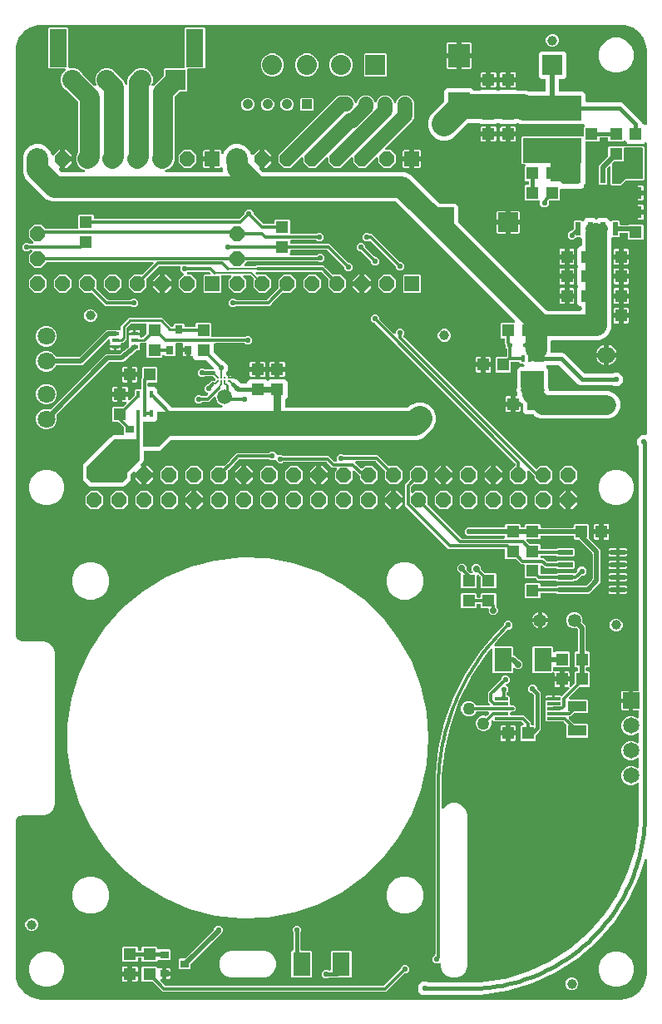
<source format=gbr>
G04 EAGLE Gerber RS-274X export*
G75*
%MOMM*%
%FSLAX34Y34*%
%LPD*%
%INTop Copper*%
%IPPOS*%
%AMOC8*
5,1,8,0,0,1.08239X$1,22.5*%
G01*
%ADD10P,1.649562X8X22.500000*%
%ADD11R,1.538200X0.558000*%
%ADD12R,1.300000X1.200000*%
%ADD13R,1.200000X1.300000*%
%ADD14R,0.558000X1.416800*%
%ADD15R,3.352800X2.717800*%
%ADD16R,0.420000X0.700000*%
%ADD17R,0.420000X0.540000*%
%ADD18R,2.370000X1.710000*%
%ADD19R,0.538000X0.400000*%
%ADD20R,2.000000X2.000000*%
%ADD21R,6.000000X2.500000*%
%ADD22R,2.203600X2.368000*%
%ADD23R,0.900000X0.800000*%
%ADD24R,1.295400X4.495800*%
%ADD25R,1.803400X3.911600*%
%ADD26R,1.800000X2.400000*%
%ADD27C,1.800000*%
%ADD28R,1.651000X1.651000*%
%ADD29C,1.651000*%
%ADD30C,1.270000*%
%ADD31C,1.350000*%
%ADD32R,2.032000X2.032000*%
%ADD33C,2.032000*%
%ADD34C,0.200000*%
%ADD35C,1.500000*%
%ADD36R,0.800000X0.900000*%
%ADD37R,1.524000X1.524000*%
%ADD38P,1.649562X8X292.500000*%
%ADD39P,1.649562X8X202.500000*%
%ADD40C,1.000000*%
%ADD41R,1.050000X1.050000*%
%ADD42C,1.050000*%
%ADD43R,1.419200X0.297100*%
%ADD44R,1.900000X1.100000*%
%ADD45R,0.400000X0.800000*%
%ADD46R,0.800000X0.400000*%
%ADD47C,0.600000*%
%ADD48P,0.599644X8X22.500000*%
%ADD49C,0.800000*%
%ADD50C,0.500000*%
%ADD51C,0.180000*%
%ADD52C,0.300000*%
%ADD53P,0.653764X8X22.500000*%
%ADD54C,0.400000*%
%ADD55C,2.500000*%
%ADD56C,0.200000*%
%ADD57C,1.000000*%
%ADD58C,0.250000*%
%ADD59C,2.000000*%
%ADD60C,1.500000*%
%ADD61C,2.200000*%

G36*
X626296Y875707D02*
X626296Y875707D01*
X626295Y875707D01*
X624130Y877872D01*
X624036Y877945D01*
X623946Y878024D01*
X623910Y878043D01*
X623878Y878067D01*
X623769Y878115D01*
X623663Y878169D01*
X623624Y878178D01*
X623587Y878194D01*
X623469Y878212D01*
X623353Y878238D01*
X623313Y878237D01*
X623273Y878244D01*
X623154Y878232D01*
X623035Y878229D01*
X622996Y878217D01*
X622956Y878214D01*
X622844Y878173D01*
X622730Y878140D01*
X622695Y878120D01*
X622657Y878106D01*
X622558Y878039D01*
X622456Y877979D01*
X622410Y877939D01*
X622393Y877928D01*
X622380Y877912D01*
X622335Y877872D01*
X622122Y877659D01*
X607878Y877659D01*
X606999Y878538D01*
X606999Y880390D01*
X606984Y880508D01*
X606977Y880627D01*
X606964Y880665D01*
X606959Y880706D01*
X606916Y880816D01*
X606879Y880929D01*
X606857Y880964D01*
X606842Y881001D01*
X606773Y881097D01*
X606709Y881198D01*
X606679Y881226D01*
X606656Y881259D01*
X606564Y881335D01*
X606477Y881416D01*
X606442Y881436D01*
X606411Y881461D01*
X606303Y881512D01*
X606199Y881570D01*
X606159Y881580D01*
X606123Y881597D01*
X606006Y881619D01*
X605891Y881649D01*
X605831Y881653D01*
X605811Y881657D01*
X605790Y881655D01*
X605730Y881659D01*
X599270Y881659D01*
X599152Y881644D01*
X599033Y881637D01*
X598995Y881624D01*
X598954Y881619D01*
X598844Y881576D01*
X598731Y881539D01*
X598696Y881517D01*
X598659Y881502D01*
X598563Y881433D01*
X598462Y881369D01*
X598434Y881339D01*
X598401Y881316D01*
X598325Y881224D01*
X598244Y881137D01*
X598224Y881102D01*
X598199Y881071D01*
X598148Y880963D01*
X598090Y880859D01*
X598080Y880819D01*
X598063Y880783D01*
X598041Y880666D01*
X598011Y880551D01*
X598007Y880491D01*
X598003Y880471D01*
X598005Y880450D01*
X598001Y880390D01*
X598001Y878538D01*
X597122Y877659D01*
X585270Y877659D01*
X585152Y877644D01*
X585033Y877637D01*
X584995Y877624D01*
X584954Y877619D01*
X584844Y877576D01*
X584731Y877539D01*
X584696Y877517D01*
X584659Y877502D01*
X584563Y877433D01*
X584462Y877369D01*
X584434Y877339D01*
X584401Y877316D01*
X584325Y877224D01*
X584244Y877137D01*
X584224Y877102D01*
X584199Y877071D01*
X584148Y876963D01*
X584090Y876859D01*
X584080Y876819D01*
X584063Y876783D01*
X584041Y876666D01*
X584011Y876551D01*
X584007Y876491D01*
X584003Y876471D01*
X584005Y876450D01*
X584001Y876390D01*
X584001Y833806D01*
X583369Y832280D01*
X583198Y831869D01*
X583087Y831601D01*
X581399Y829913D01*
X579194Y828999D01*
X558930Y828999D01*
X558812Y828984D01*
X558693Y828977D01*
X558655Y828964D01*
X558614Y828959D01*
X558504Y828916D01*
X558391Y828879D01*
X558356Y828857D01*
X558319Y828842D01*
X558223Y828773D01*
X558122Y828709D01*
X558094Y828679D01*
X558061Y828656D01*
X557985Y828564D01*
X557904Y828477D01*
X557884Y828442D01*
X557859Y828411D01*
X557808Y828303D01*
X557750Y828199D01*
X557740Y828159D01*
X557723Y828123D01*
X557701Y828006D01*
X557671Y827891D01*
X557667Y827831D01*
X557663Y827811D01*
X557665Y827790D01*
X557661Y827730D01*
X557661Y817878D01*
X556782Y816999D01*
X547440Y816999D01*
X547322Y816984D01*
X547203Y816977D01*
X547165Y816964D01*
X547124Y816959D01*
X547014Y816916D01*
X546901Y816879D01*
X546866Y816857D01*
X546829Y816842D01*
X546733Y816773D01*
X546632Y816709D01*
X546604Y816679D01*
X546571Y816656D01*
X546495Y816564D01*
X546414Y816477D01*
X546394Y816442D01*
X546369Y816411D01*
X546318Y816303D01*
X546260Y816199D01*
X546250Y816159D01*
X546233Y816123D01*
X546211Y816006D01*
X546181Y815891D01*
X546177Y815831D01*
X546173Y815811D01*
X546175Y815790D01*
X546171Y815730D01*
X546171Y813131D01*
X543669Y810629D01*
X540131Y810629D01*
X537629Y813131D01*
X537629Y815730D01*
X537614Y815848D01*
X537607Y815967D01*
X537594Y816005D01*
X537589Y816046D01*
X537546Y816156D01*
X537509Y816269D01*
X537487Y816304D01*
X537472Y816341D01*
X537403Y816437D01*
X537339Y816538D01*
X537309Y816566D01*
X537286Y816599D01*
X537194Y816675D01*
X537107Y816756D01*
X537072Y816776D01*
X537041Y816801D01*
X536933Y816852D01*
X536829Y816910D01*
X536789Y816920D01*
X536753Y816937D01*
X536636Y816959D01*
X536521Y816989D01*
X536461Y816993D01*
X536441Y816997D01*
X536420Y816995D01*
X536360Y816999D01*
X523218Y816999D01*
X522339Y817878D01*
X522339Y832122D01*
X523218Y833001D01*
X525070Y833001D01*
X525188Y833016D01*
X525307Y833023D01*
X525345Y833036D01*
X525386Y833041D01*
X525496Y833084D01*
X525609Y833121D01*
X525644Y833143D01*
X525681Y833158D01*
X525777Y833227D01*
X525878Y833291D01*
X525906Y833321D01*
X525939Y833344D01*
X526015Y833436D01*
X526096Y833523D01*
X526116Y833558D01*
X526141Y833589D01*
X526192Y833697D01*
X526250Y833801D01*
X526260Y833841D01*
X526277Y833877D01*
X526299Y833994D01*
X526329Y834109D01*
X526333Y834169D01*
X526337Y834189D01*
X526335Y834210D01*
X526339Y834270D01*
X526339Y835730D01*
X526324Y835848D01*
X526317Y835967D01*
X526304Y836005D01*
X526299Y836046D01*
X526256Y836156D01*
X526219Y836269D01*
X526197Y836304D01*
X526182Y836341D01*
X526113Y836437D01*
X526049Y836538D01*
X526019Y836566D01*
X525996Y836599D01*
X525904Y836675D01*
X525817Y836756D01*
X525782Y836776D01*
X525751Y836801D01*
X525643Y836852D01*
X525539Y836910D01*
X525499Y836920D01*
X525463Y836937D01*
X525346Y836959D01*
X525231Y836989D01*
X525171Y836993D01*
X525151Y836997D01*
X525130Y836995D01*
X525070Y836999D01*
X523218Y836999D01*
X522339Y837878D01*
X522339Y852133D01*
X522386Y852192D01*
X522474Y852299D01*
X522483Y852318D01*
X522495Y852334D01*
X522551Y852462D01*
X522610Y852587D01*
X522613Y852607D01*
X522621Y852626D01*
X522643Y852763D01*
X522669Y852900D01*
X522668Y852920D01*
X522671Y852940D01*
X522658Y853078D01*
X522650Y853217D01*
X522643Y853236D01*
X522642Y853256D01*
X522594Y853387D01*
X522552Y853519D01*
X522541Y853537D01*
X522534Y853556D01*
X522456Y853671D01*
X522381Y853788D01*
X522367Y853802D01*
X522355Y853819D01*
X522251Y853911D01*
X522150Y854006D01*
X522132Y854016D01*
X522117Y854029D01*
X521993Y854093D01*
X521871Y854160D01*
X521852Y854165D01*
X521834Y854174D01*
X521698Y854204D01*
X521563Y854239D01*
X521535Y854241D01*
X521523Y854244D01*
X521503Y854243D01*
X521403Y854249D01*
X519378Y854249D01*
X518499Y855128D01*
X518499Y881372D01*
X519378Y882251D01*
X580730Y882251D01*
X580848Y882266D01*
X580967Y882273D01*
X581005Y882286D01*
X581046Y882291D01*
X581156Y882334D01*
X581269Y882371D01*
X581304Y882393D01*
X581341Y882408D01*
X581437Y882477D01*
X581538Y882541D01*
X581566Y882571D01*
X581599Y882594D01*
X581675Y882686D01*
X581756Y882773D01*
X581776Y882808D01*
X581801Y882839D01*
X581852Y882947D01*
X581910Y883051D01*
X581920Y883091D01*
X581937Y883127D01*
X581959Y883244D01*
X581989Y883359D01*
X581993Y883419D01*
X581997Y883439D01*
X581995Y883460D01*
X581999Y883520D01*
X581999Y891782D01*
X582800Y892583D01*
X582885Y892692D01*
X582974Y892799D01*
X582983Y892818D01*
X582995Y892834D01*
X583050Y892961D01*
X583110Y893087D01*
X583113Y893107D01*
X583121Y893126D01*
X583143Y893264D01*
X583169Y893400D01*
X583168Y893420D01*
X583171Y893440D01*
X583158Y893579D01*
X583150Y893717D01*
X583143Y893736D01*
X583142Y893756D01*
X583094Y893888D01*
X583052Y894019D01*
X583041Y894037D01*
X583034Y894056D01*
X582956Y894171D01*
X582881Y894288D01*
X582867Y894302D01*
X582855Y894319D01*
X582751Y894411D01*
X582650Y894506D01*
X582632Y894516D01*
X582617Y894529D01*
X582493Y894592D01*
X582371Y894660D01*
X582352Y894665D01*
X582334Y894674D01*
X582198Y894704D01*
X582063Y894739D01*
X582035Y894741D01*
X582023Y894744D01*
X582003Y894743D01*
X581903Y894749D01*
X517968Y894749D01*
X515183Y895903D01*
X515174Y895905D01*
X515166Y895910D01*
X515021Y895947D01*
X514877Y895987D01*
X514867Y895987D01*
X514858Y895989D01*
X514698Y895999D01*
X514523Y895999D01*
X514425Y895987D01*
X514326Y895984D01*
X514267Y895967D01*
X514207Y895959D01*
X514115Y895923D01*
X514020Y895895D01*
X513968Y895865D01*
X513912Y895842D01*
X513832Y895784D01*
X513746Y895734D01*
X513671Y895668D01*
X513654Y895656D01*
X513647Y895646D01*
X513625Y895628D01*
X513157Y895159D01*
X496843Y895159D01*
X496375Y895628D01*
X496296Y895688D01*
X496224Y895756D01*
X496171Y895785D01*
X496123Y895822D01*
X496032Y895862D01*
X495946Y895910D01*
X495887Y895925D01*
X495831Y895949D01*
X495733Y895964D01*
X495638Y895989D01*
X495538Y895995D01*
X495517Y895999D01*
X495505Y895997D01*
X495477Y895999D01*
X494523Y895999D01*
X494425Y895987D01*
X494326Y895984D01*
X494267Y895967D01*
X494207Y895959D01*
X494115Y895923D01*
X494020Y895895D01*
X493968Y895865D01*
X493912Y895842D01*
X493832Y895784D01*
X493746Y895734D01*
X493671Y895668D01*
X493654Y895656D01*
X493647Y895646D01*
X493625Y895628D01*
X493157Y895159D01*
X476843Y895159D01*
X476375Y895628D01*
X476296Y895688D01*
X476224Y895756D01*
X476171Y895785D01*
X476123Y895822D01*
X476032Y895862D01*
X475946Y895910D01*
X475887Y895925D01*
X475831Y895949D01*
X475733Y895964D01*
X475638Y895989D01*
X475538Y895995D01*
X475517Y895999D01*
X475505Y895997D01*
X475477Y895999D01*
X464861Y895999D01*
X464762Y895987D01*
X464663Y895984D01*
X464605Y895967D01*
X464545Y895959D01*
X464453Y895923D01*
X464358Y895895D01*
X464306Y895865D01*
X464249Y895842D01*
X464169Y895784D01*
X464084Y895734D01*
X464009Y895668D01*
X463992Y895656D01*
X463984Y895646D01*
X463963Y895628D01*
X449347Y881011D01*
X443282Y878499D01*
X436718Y878499D01*
X430653Y881011D01*
X426011Y885653D01*
X423499Y891718D01*
X423499Y898282D01*
X426011Y904347D01*
X439610Y917945D01*
X439670Y918023D01*
X439738Y918095D01*
X439767Y918148D01*
X439804Y918196D01*
X439844Y918287D01*
X439892Y918374D01*
X439907Y918433D01*
X439931Y918488D01*
X439946Y918586D01*
X439971Y918682D01*
X439977Y918782D01*
X439981Y918802D01*
X439979Y918815D01*
X439981Y918843D01*
X439981Y928785D01*
X442325Y931129D01*
X467675Y931129D01*
X469431Y929372D01*
X469510Y929312D01*
X469582Y929244D01*
X469635Y929215D01*
X469683Y929178D01*
X469774Y929138D01*
X469860Y929090D01*
X469919Y929075D01*
X469975Y929051D01*
X470072Y929036D01*
X470168Y929011D01*
X470268Y929005D01*
X470289Y929001D01*
X470301Y929003D01*
X470329Y929001D01*
X475477Y929001D01*
X475575Y929013D01*
X475674Y929016D01*
X475733Y929033D01*
X475793Y929041D01*
X475885Y929077D01*
X475980Y929105D01*
X476032Y929135D01*
X476088Y929158D01*
X476168Y929216D01*
X476254Y929266D01*
X476329Y929332D01*
X476346Y929344D01*
X476353Y929354D01*
X476375Y929372D01*
X476843Y929841D01*
X493157Y929841D01*
X493625Y929372D01*
X493704Y929312D01*
X493776Y929244D01*
X493829Y929215D01*
X493877Y929178D01*
X493968Y929138D01*
X494054Y929090D01*
X494113Y929075D01*
X494169Y929051D01*
X494267Y929036D01*
X494362Y929011D01*
X494462Y929005D01*
X494483Y929001D01*
X494495Y929003D01*
X494523Y929001D01*
X495477Y929001D01*
X495575Y929013D01*
X495674Y929016D01*
X495733Y929033D01*
X495793Y929041D01*
X495885Y929077D01*
X495980Y929105D01*
X496032Y929135D01*
X496088Y929158D01*
X496168Y929216D01*
X496254Y929266D01*
X496329Y929332D01*
X496346Y929344D01*
X496353Y929354D01*
X496375Y929372D01*
X496843Y929841D01*
X513157Y929841D01*
X513625Y929372D01*
X513704Y929312D01*
X513776Y929244D01*
X513829Y929215D01*
X513877Y929178D01*
X513968Y929138D01*
X514054Y929090D01*
X514113Y929075D01*
X514169Y929051D01*
X514267Y929036D01*
X514362Y929011D01*
X514462Y929005D01*
X514483Y929001D01*
X514495Y929003D01*
X514523Y929001D01*
X523282Y929001D01*
X526067Y927847D01*
X526076Y927845D01*
X526084Y927840D01*
X526229Y927803D01*
X526373Y927763D01*
X526383Y927763D01*
X526392Y927761D01*
X526552Y927751D01*
X542230Y927751D01*
X542348Y927766D01*
X542467Y927773D01*
X542505Y927786D01*
X542546Y927791D01*
X542656Y927834D01*
X542769Y927871D01*
X542804Y927893D01*
X542841Y927908D01*
X542937Y927977D01*
X543038Y928041D01*
X543066Y928071D01*
X543099Y928094D01*
X543175Y928186D01*
X543256Y928273D01*
X543276Y928308D01*
X543301Y928339D01*
X543352Y928447D01*
X543410Y928551D01*
X543420Y928591D01*
X543437Y928627D01*
X543459Y928744D01*
X543489Y928859D01*
X543493Y928919D01*
X543497Y928939D01*
X543495Y928960D01*
X543499Y929020D01*
X543499Y939730D01*
X543484Y939848D01*
X543477Y939967D01*
X543464Y940005D01*
X543459Y940046D01*
X543416Y940156D01*
X543379Y940269D01*
X543357Y940304D01*
X543342Y940341D01*
X543273Y940437D01*
X543209Y940538D01*
X543179Y940566D01*
X543156Y940599D01*
X543064Y940675D01*
X542977Y940756D01*
X542942Y940776D01*
X542911Y940801D01*
X542803Y940852D01*
X542699Y940910D01*
X542659Y940920D01*
X542623Y940937D01*
X542506Y940959D01*
X542391Y940989D01*
X542331Y940993D01*
X542311Y940997D01*
X542290Y940995D01*
X542230Y940999D01*
X538343Y940999D01*
X535999Y943343D01*
X535999Y966657D01*
X538343Y969001D01*
X561657Y969001D01*
X564001Y966657D01*
X564001Y943343D01*
X561657Y940999D01*
X557770Y940999D01*
X557652Y940984D01*
X557533Y940977D01*
X557495Y940964D01*
X557454Y940959D01*
X557344Y940916D01*
X557231Y940879D01*
X557196Y940857D01*
X557159Y940842D01*
X557063Y940773D01*
X556962Y940709D01*
X556934Y940679D01*
X556901Y940656D01*
X556825Y940564D01*
X556744Y940477D01*
X556724Y940442D01*
X556699Y940411D01*
X556648Y940303D01*
X556590Y940199D01*
X556580Y940159D01*
X556563Y940123D01*
X556541Y940006D01*
X556511Y939891D01*
X556507Y939831D01*
X556503Y939811D01*
X556505Y939790D01*
X556501Y939730D01*
X556501Y929020D01*
X556516Y928902D01*
X556523Y928783D01*
X556536Y928745D01*
X556541Y928704D01*
X556584Y928594D01*
X556621Y928481D01*
X556643Y928446D01*
X556658Y928409D01*
X556727Y928313D01*
X556791Y928212D01*
X556821Y928184D01*
X556844Y928151D01*
X556936Y928075D01*
X557023Y927994D01*
X557058Y927974D01*
X557089Y927949D01*
X557197Y927898D01*
X557301Y927840D01*
X557341Y927830D01*
X557377Y927813D01*
X557494Y927791D01*
X557609Y927761D01*
X557669Y927757D01*
X557689Y927753D01*
X557710Y927755D01*
X557770Y927751D01*
X581657Y927751D01*
X584001Y925407D01*
X584001Y918520D01*
X584016Y918402D01*
X584023Y918283D01*
X584036Y918245D01*
X584041Y918204D01*
X584084Y918094D01*
X584121Y917981D01*
X584143Y917946D01*
X584158Y917909D01*
X584227Y917813D01*
X584291Y917712D01*
X584321Y917684D01*
X584344Y917651D01*
X584436Y917575D01*
X584523Y917494D01*
X584558Y917474D01*
X584589Y917449D01*
X584697Y917398D01*
X584801Y917340D01*
X584841Y917330D01*
X584877Y917313D01*
X584994Y917291D01*
X585109Y917261D01*
X585169Y917257D01*
X585189Y917253D01*
X585210Y917255D01*
X585270Y917251D01*
X619944Y917251D01*
X622149Y916337D01*
X640087Y898399D01*
X641097Y895960D01*
X641100Y895956D01*
X641121Y895891D01*
X641143Y895856D01*
X641158Y895819D01*
X641227Y895723D01*
X641291Y895622D01*
X641321Y895594D01*
X641344Y895561D01*
X641436Y895485D01*
X641523Y895404D01*
X641558Y895384D01*
X641589Y895359D01*
X641697Y895308D01*
X641801Y895250D01*
X641841Y895240D01*
X641877Y895223D01*
X641994Y895201D01*
X642109Y895171D01*
X642169Y895167D01*
X642189Y895163D01*
X642210Y895165D01*
X642270Y895161D01*
X643157Y895161D01*
X644023Y894295D01*
X644132Y894211D01*
X644239Y894121D01*
X644258Y894113D01*
X644274Y894100D01*
X644401Y894045D01*
X644527Y893986D01*
X644547Y893982D01*
X644566Y893974D01*
X644704Y893952D01*
X644840Y893926D01*
X644860Y893927D01*
X644880Y893924D01*
X645019Y893937D01*
X645157Y893946D01*
X645176Y893952D01*
X645196Y893954D01*
X645328Y894001D01*
X645459Y894044D01*
X645477Y894055D01*
X645496Y894062D01*
X645611Y894140D01*
X645728Y894214D01*
X645742Y894229D01*
X645759Y894240D01*
X645851Y894344D01*
X645946Y894446D01*
X645956Y894464D01*
X645969Y894479D01*
X646032Y894602D01*
X646100Y894724D01*
X646105Y894744D01*
X646114Y894762D01*
X646144Y894898D01*
X646179Y895032D01*
X646181Y895060D01*
X646184Y895072D01*
X646183Y895093D01*
X646189Y895193D01*
X646189Y970000D01*
X646187Y970022D01*
X646185Y970100D01*
X645879Y973998D01*
X645865Y974066D01*
X645860Y974135D01*
X645820Y974291D01*
X643411Y981706D01*
X643361Y981813D01*
X643317Y981924D01*
X643284Y981975D01*
X643276Y981993D01*
X643263Y982009D01*
X643231Y982059D01*
X638648Y988367D01*
X638567Y988454D01*
X638491Y988545D01*
X638444Y988584D01*
X638430Y988599D01*
X638413Y988610D01*
X638367Y988648D01*
X632059Y993231D01*
X631955Y993288D01*
X631855Y993352D01*
X631799Y993374D01*
X631781Y993384D01*
X631761Y993389D01*
X631706Y993411D01*
X624291Y995820D01*
X624223Y995833D01*
X624157Y995856D01*
X623998Y995879D01*
X620100Y996185D01*
X620078Y996184D01*
X620000Y996189D01*
X30000Y996189D01*
X29978Y996187D01*
X29900Y996185D01*
X26002Y995879D01*
X25934Y995865D01*
X25865Y995860D01*
X25709Y995820D01*
X18294Y993411D01*
X18187Y993361D01*
X18076Y993317D01*
X18025Y993284D01*
X18007Y993276D01*
X17991Y993263D01*
X17941Y993231D01*
X11633Y988648D01*
X11546Y988567D01*
X11455Y988491D01*
X11416Y988444D01*
X11401Y988430D01*
X11390Y988413D01*
X11352Y988367D01*
X6769Y982059D01*
X6712Y981955D01*
X6648Y981855D01*
X6626Y981799D01*
X6616Y981781D01*
X6611Y981761D01*
X6589Y981706D01*
X4180Y974291D01*
X4167Y974223D01*
X4144Y974157D01*
X4121Y973998D01*
X3815Y970100D01*
X3816Y970078D01*
X3811Y970000D01*
X3811Y377111D01*
X3816Y377072D01*
X3816Y375000D01*
X3818Y374980D01*
X3822Y374876D01*
X3916Y373917D01*
X3940Y373813D01*
X3955Y373708D01*
X3982Y373628D01*
X3987Y373607D01*
X3994Y373593D01*
X4007Y373555D01*
X4741Y371784D01*
X4745Y371776D01*
X4748Y371767D01*
X4825Y371637D01*
X4898Y371507D01*
X4905Y371501D01*
X4909Y371493D01*
X5016Y371372D01*
X6372Y370016D01*
X6379Y370010D01*
X6385Y370003D01*
X6504Y369913D01*
X6623Y369821D01*
X6632Y369817D01*
X6639Y369812D01*
X6784Y369741D01*
X8555Y369007D01*
X8658Y368979D01*
X8758Y368942D01*
X8841Y368929D01*
X8862Y368923D01*
X8878Y368923D01*
X8917Y368916D01*
X9876Y368822D01*
X9895Y368822D01*
X10000Y368816D01*
X32748Y368816D01*
X37826Y366712D01*
X41712Y362826D01*
X43816Y357748D01*
X43816Y202252D01*
X41712Y197174D01*
X37826Y193288D01*
X32748Y191184D01*
X10000Y191184D01*
X9980Y191182D01*
X9876Y191178D01*
X8917Y191084D01*
X8813Y191060D01*
X8708Y191045D01*
X8628Y191018D01*
X8607Y191013D01*
X8593Y191006D01*
X8555Y190993D01*
X6784Y190259D01*
X6776Y190255D01*
X6767Y190252D01*
X6637Y190175D01*
X6507Y190102D01*
X6501Y190095D01*
X6493Y190091D01*
X6372Y189984D01*
X5016Y188628D01*
X5010Y188621D01*
X5003Y188615D01*
X4913Y188496D01*
X4821Y188377D01*
X4817Y188368D01*
X4812Y188361D01*
X4741Y188216D01*
X4007Y186445D01*
X3979Y186342D01*
X3942Y186242D01*
X3929Y186159D01*
X3923Y186138D01*
X3923Y186122D01*
X3916Y186083D01*
X3822Y185124D01*
X3822Y185105D01*
X3816Y185000D01*
X3816Y182967D01*
X3815Y182954D01*
X3812Y182933D01*
X3813Y182920D01*
X3811Y182889D01*
X3811Y30000D01*
X3813Y29978D01*
X3815Y29900D01*
X4121Y26002D01*
X4135Y25934D01*
X4140Y25865D01*
X4180Y25709D01*
X6589Y18294D01*
X6639Y18187D01*
X6683Y18076D01*
X6716Y18025D01*
X6724Y18007D01*
X6737Y17991D01*
X6769Y17941D01*
X11352Y11633D01*
X11433Y11546D01*
X11509Y11455D01*
X11556Y11416D01*
X11570Y11401D01*
X11587Y11390D01*
X11633Y11352D01*
X17940Y6769D01*
X18045Y6712D01*
X18145Y6648D01*
X18201Y6626D01*
X18219Y6616D01*
X18239Y6611D01*
X18294Y6589D01*
X25709Y4180D01*
X25777Y4167D01*
X25843Y4144D01*
X26002Y4121D01*
X29900Y3815D01*
X29922Y3816D01*
X30000Y3811D01*
X620000Y3811D01*
X620022Y3813D01*
X620100Y3815D01*
X623998Y4121D01*
X624066Y4135D01*
X624135Y4140D01*
X624291Y4180D01*
X631706Y6589D01*
X631813Y6639D01*
X631924Y6683D01*
X631975Y6716D01*
X631993Y6724D01*
X632009Y6737D01*
X632059Y6769D01*
X638367Y11352D01*
X638454Y11433D01*
X638545Y11509D01*
X638584Y11556D01*
X638599Y11570D01*
X638610Y11587D01*
X638648Y11633D01*
X643231Y17941D01*
X643288Y18045D01*
X643352Y18145D01*
X643374Y18201D01*
X643384Y18219D01*
X643389Y18239D01*
X643411Y18294D01*
X645820Y25709D01*
X645833Y25777D01*
X645856Y25843D01*
X645879Y26002D01*
X646185Y29900D01*
X646184Y29922D01*
X646189Y30000D01*
X646189Y145802D01*
X646172Y145938D01*
X646160Y146075D01*
X646152Y146095D01*
X646149Y146117D01*
X646099Y146245D01*
X646053Y146374D01*
X646040Y146392D01*
X646032Y146413D01*
X645952Y146524D01*
X645875Y146638D01*
X645858Y146652D01*
X645846Y146670D01*
X645739Y146758D01*
X645637Y146849D01*
X645618Y146859D01*
X645601Y146873D01*
X645476Y146931D01*
X645354Y146994D01*
X645333Y146999D01*
X645313Y147009D01*
X645179Y147034D01*
X645044Y147065D01*
X645022Y147064D01*
X645001Y147068D01*
X644864Y147060D01*
X644726Y147056D01*
X644705Y147050D01*
X644683Y147049D01*
X644553Y147006D01*
X644420Y146968D01*
X644401Y146957D01*
X644381Y146951D01*
X644265Y146877D01*
X644146Y146808D01*
X644130Y146792D01*
X644112Y146780D01*
X644018Y146680D01*
X643920Y146584D01*
X643909Y146565D01*
X643894Y146549D01*
X643828Y146429D01*
X643757Y146311D01*
X643747Y146282D01*
X643740Y146270D01*
X643735Y146250D01*
X643702Y146159D01*
X638908Y129833D01*
X627856Y105631D01*
X613472Y83249D01*
X596048Y63142D01*
X575941Y45718D01*
X553559Y31334D01*
X529357Y20281D01*
X503828Y12786D01*
X477493Y8999D01*
X424100Y8999D01*
X424002Y8987D01*
X423903Y8984D01*
X423845Y8967D01*
X423785Y8959D01*
X423693Y8923D01*
X423598Y8895D01*
X423545Y8865D01*
X423489Y8842D01*
X423409Y8784D01*
X423324Y8734D01*
X423248Y8668D01*
X423232Y8656D01*
X423224Y8646D01*
X423203Y8628D01*
X422805Y8229D01*
X417195Y8229D01*
X413229Y12195D01*
X413229Y17805D01*
X417195Y21771D01*
X422805Y21771D01*
X423203Y21372D01*
X423281Y21312D01*
X423353Y21244D01*
X423406Y21215D01*
X423454Y21178D01*
X423545Y21138D01*
X423632Y21090D01*
X423690Y21075D01*
X423746Y21051D01*
X423844Y21036D01*
X423940Y21011D01*
X424040Y21005D01*
X424060Y21001D01*
X424072Y21003D01*
X424100Y21001D01*
X464190Y21001D01*
X464204Y21002D01*
X464236Y21002D01*
X476558Y21442D01*
X476574Y21444D01*
X476693Y21454D01*
X501087Y24961D01*
X501097Y24964D01*
X501107Y24964D01*
X501264Y25000D01*
X524911Y31943D01*
X524920Y31947D01*
X524930Y31949D01*
X525080Y32006D01*
X547498Y42244D01*
X547507Y42249D01*
X547516Y42252D01*
X547657Y42331D01*
X568389Y55655D01*
X568397Y55661D01*
X568406Y55666D01*
X568534Y55763D01*
X587160Y71902D01*
X587167Y71910D01*
X587175Y71916D01*
X587288Y72030D01*
X603427Y90656D01*
X603432Y90664D01*
X603440Y90671D01*
X603535Y90801D01*
X607554Y97055D01*
X607555Y97055D01*
X611633Y103401D01*
X615711Y109747D01*
X615712Y109747D01*
X616859Y111533D01*
X616864Y111542D01*
X616870Y111550D01*
X616946Y111692D01*
X627184Y134110D01*
X627187Y134119D01*
X627192Y134128D01*
X627247Y134279D01*
X634190Y157926D01*
X634192Y157936D01*
X634196Y157945D01*
X634229Y158103D01*
X637736Y182497D01*
X637737Y182514D01*
X637748Y182632D01*
X638188Y194955D01*
X638187Y194968D01*
X638189Y195000D01*
X638189Y223228D01*
X638172Y223366D01*
X638159Y223505D01*
X638152Y223524D01*
X638149Y223544D01*
X638098Y223673D01*
X638051Y223804D01*
X638040Y223821D01*
X638032Y223840D01*
X637951Y223952D01*
X637873Y224067D01*
X637857Y224080D01*
X637846Y224097D01*
X637738Y224186D01*
X637634Y224278D01*
X637616Y224287D01*
X637601Y224300D01*
X637475Y224359D01*
X637351Y224422D01*
X637331Y224427D01*
X637313Y224435D01*
X637176Y224461D01*
X637041Y224492D01*
X637020Y224491D01*
X637001Y224495D01*
X636862Y224486D01*
X636723Y224482D01*
X636703Y224477D01*
X636683Y224475D01*
X636551Y224433D01*
X636417Y224394D01*
X636400Y224383D01*
X636381Y224377D01*
X636263Y224303D01*
X636143Y224232D01*
X636122Y224214D01*
X636112Y224207D01*
X636098Y224192D01*
X636022Y224126D01*
X635526Y223629D01*
X631941Y222144D01*
X628059Y222144D01*
X624474Y223629D01*
X621729Y226374D01*
X620244Y229959D01*
X620244Y233841D01*
X621729Y237426D01*
X624474Y240171D01*
X628059Y241656D01*
X631941Y241656D01*
X635526Y240171D01*
X636022Y239674D01*
X636132Y239589D01*
X636239Y239500D01*
X636258Y239492D01*
X636274Y239479D01*
X636402Y239424D01*
X636527Y239365D01*
X636547Y239361D01*
X636566Y239353D01*
X636704Y239331D01*
X636840Y239305D01*
X636860Y239306D01*
X636880Y239303D01*
X637019Y239316D01*
X637157Y239325D01*
X637176Y239331D01*
X637196Y239333D01*
X637327Y239380D01*
X637459Y239423D01*
X637477Y239434D01*
X637496Y239440D01*
X637610Y239518D01*
X637728Y239593D01*
X637742Y239608D01*
X637759Y239619D01*
X637851Y239723D01*
X637946Y239825D01*
X637956Y239842D01*
X637969Y239857D01*
X638032Y239981D01*
X638100Y240103D01*
X638105Y240123D01*
X638114Y240141D01*
X638144Y240277D01*
X638179Y240411D01*
X638181Y240439D01*
X638184Y240451D01*
X638183Y240471D01*
X638189Y240572D01*
X638189Y248628D01*
X638172Y248766D01*
X638159Y248905D01*
X638152Y248924D01*
X638149Y248944D01*
X638098Y249073D01*
X638051Y249204D01*
X638040Y249221D01*
X638032Y249240D01*
X637951Y249352D01*
X637873Y249467D01*
X637857Y249480D01*
X637846Y249497D01*
X637738Y249586D01*
X637634Y249678D01*
X637616Y249687D01*
X637601Y249700D01*
X637475Y249759D01*
X637351Y249822D01*
X637331Y249827D01*
X637313Y249835D01*
X637176Y249861D01*
X637041Y249892D01*
X637020Y249891D01*
X637001Y249895D01*
X636862Y249886D01*
X636723Y249882D01*
X636703Y249877D01*
X636683Y249875D01*
X636551Y249833D01*
X636417Y249794D01*
X636400Y249783D01*
X636381Y249777D01*
X636263Y249703D01*
X636143Y249632D01*
X636122Y249614D01*
X636112Y249607D01*
X636098Y249592D01*
X636022Y249526D01*
X635526Y249029D01*
X631941Y247544D01*
X628059Y247544D01*
X624474Y249029D01*
X621729Y251774D01*
X620244Y255359D01*
X620244Y259241D01*
X621729Y262826D01*
X624474Y265571D01*
X628059Y267056D01*
X631941Y267056D01*
X635526Y265571D01*
X636022Y265074D01*
X636132Y264989D01*
X636239Y264900D01*
X636258Y264892D01*
X636274Y264879D01*
X636402Y264824D01*
X636527Y264765D01*
X636547Y264761D01*
X636566Y264753D01*
X636704Y264731D01*
X636840Y264705D01*
X636860Y264706D01*
X636880Y264703D01*
X637019Y264716D01*
X637157Y264725D01*
X637176Y264731D01*
X637196Y264733D01*
X637327Y264780D01*
X637459Y264823D01*
X637477Y264834D01*
X637496Y264840D01*
X637610Y264918D01*
X637728Y264993D01*
X637742Y265008D01*
X637759Y265019D01*
X637851Y265123D01*
X637946Y265225D01*
X637956Y265242D01*
X637969Y265257D01*
X638032Y265381D01*
X638100Y265503D01*
X638105Y265523D01*
X638114Y265541D01*
X638144Y265677D01*
X638179Y265811D01*
X638181Y265839D01*
X638184Y265851D01*
X638183Y265871D01*
X638189Y265972D01*
X638189Y274028D01*
X638172Y274166D01*
X638159Y274305D01*
X638152Y274324D01*
X638149Y274344D01*
X638098Y274473D01*
X638051Y274604D01*
X638040Y274621D01*
X638032Y274640D01*
X637951Y274752D01*
X637873Y274867D01*
X637857Y274880D01*
X637846Y274897D01*
X637738Y274986D01*
X637634Y275078D01*
X637616Y275087D01*
X637601Y275100D01*
X637475Y275159D01*
X637351Y275222D01*
X637331Y275227D01*
X637313Y275235D01*
X637176Y275261D01*
X637041Y275292D01*
X637020Y275291D01*
X637001Y275295D01*
X636862Y275286D01*
X636723Y275282D01*
X636703Y275277D01*
X636683Y275275D01*
X636551Y275233D01*
X636417Y275194D01*
X636400Y275183D01*
X636381Y275177D01*
X636263Y275103D01*
X636143Y275032D01*
X636122Y275014D01*
X636112Y275007D01*
X636098Y274992D01*
X636022Y274926D01*
X635526Y274429D01*
X631941Y272944D01*
X628059Y272944D01*
X624474Y274429D01*
X621729Y277174D01*
X620244Y280759D01*
X620244Y284641D01*
X621729Y288226D01*
X624474Y290971D01*
X628059Y292456D01*
X631941Y292456D01*
X635526Y290971D01*
X636022Y290474D01*
X636132Y290389D01*
X636239Y290300D01*
X636258Y290292D01*
X636274Y290279D01*
X636402Y290224D01*
X636527Y290165D01*
X636547Y290161D01*
X636566Y290153D01*
X636704Y290131D01*
X636840Y290105D01*
X636860Y290106D01*
X636880Y290103D01*
X637019Y290116D01*
X637157Y290125D01*
X637176Y290131D01*
X637196Y290133D01*
X637327Y290180D01*
X637459Y290223D01*
X637477Y290234D01*
X637496Y290240D01*
X637610Y290318D01*
X637728Y290393D01*
X637742Y290408D01*
X637759Y290419D01*
X637851Y290523D01*
X637946Y290625D01*
X637956Y290642D01*
X637969Y290657D01*
X638032Y290781D01*
X638100Y290903D01*
X638105Y290923D01*
X638114Y290941D01*
X638144Y291077D01*
X638179Y291211D01*
X638181Y291239D01*
X638184Y291251D01*
X638183Y291271D01*
X638189Y291372D01*
X638189Y297051D01*
X638174Y297169D01*
X638167Y297288D01*
X638154Y297326D01*
X638149Y297367D01*
X638106Y297477D01*
X638069Y297590D01*
X638047Y297625D01*
X638032Y297662D01*
X637963Y297758D01*
X637899Y297859D01*
X637869Y297887D01*
X637846Y297920D01*
X637754Y297995D01*
X637667Y298077D01*
X637632Y298097D01*
X637601Y298122D01*
X637493Y298173D01*
X637389Y298231D01*
X637349Y298241D01*
X637313Y298258D01*
X637196Y298280D01*
X637081Y298310D01*
X637021Y298314D01*
X637001Y298318D01*
X636980Y298316D01*
X636920Y298320D01*
X632222Y298320D01*
X632222Y307147D01*
X632207Y307266D01*
X632199Y307384D01*
X632187Y307423D01*
X632182Y307463D01*
X632138Y307574D01*
X632101Y307687D01*
X632080Y307721D01*
X632065Y307759D01*
X631995Y307855D01*
X631931Y307955D01*
X631902Y307983D01*
X631878Y308016D01*
X631786Y308092D01*
X631782Y308096D01*
X631788Y308103D01*
X631821Y308127D01*
X631897Y308219D01*
X631979Y308306D01*
X631998Y308341D01*
X632024Y308372D01*
X632075Y308480D01*
X632132Y308584D01*
X632142Y308623D01*
X632159Y308660D01*
X632182Y308777D01*
X632212Y308892D01*
X632215Y308952D01*
X632219Y308972D01*
X632218Y308993D01*
X632222Y309053D01*
X632222Y317880D01*
X636920Y317880D01*
X637038Y317895D01*
X637157Y317902D01*
X637195Y317915D01*
X637236Y317920D01*
X637346Y317963D01*
X637459Y318000D01*
X637494Y318022D01*
X637531Y318037D01*
X637627Y318106D01*
X637728Y318170D01*
X637756Y318200D01*
X637789Y318223D01*
X637865Y318315D01*
X637946Y318402D01*
X637966Y318437D01*
X637991Y318468D01*
X638042Y318576D01*
X638100Y318680D01*
X638110Y318720D01*
X638127Y318756D01*
X638149Y318873D01*
X638179Y318988D01*
X638183Y319048D01*
X638187Y319068D01*
X638185Y319089D01*
X638189Y319149D01*
X638189Y566710D01*
X638177Y566808D01*
X638174Y566907D01*
X638157Y566965D01*
X638149Y567025D01*
X638113Y567117D01*
X638085Y567212D01*
X638055Y567265D01*
X638032Y567321D01*
X637974Y567401D01*
X637924Y567486D01*
X637858Y567562D01*
X637846Y567578D01*
X637836Y567586D01*
X637818Y567607D01*
X636419Y569005D01*
X636419Y574615D01*
X640385Y578581D01*
X644920Y578581D01*
X645038Y578596D01*
X645157Y578603D01*
X645195Y578616D01*
X645236Y578621D01*
X645346Y578664D01*
X645459Y578701D01*
X645494Y578723D01*
X645531Y578738D01*
X645627Y578807D01*
X645728Y578871D01*
X645756Y578901D01*
X645789Y578924D01*
X645865Y579016D01*
X645946Y579103D01*
X645966Y579138D01*
X645991Y579169D01*
X646042Y579277D01*
X646100Y579381D01*
X646110Y579421D01*
X646127Y579457D01*
X646149Y579574D01*
X646179Y579689D01*
X646183Y579749D01*
X646187Y579769D01*
X646185Y579790D01*
X646189Y579850D01*
X646189Y875127D01*
X646172Y875265D01*
X646159Y875404D01*
X646152Y875423D01*
X646149Y875443D01*
X646098Y875572D01*
X646051Y875703D01*
X646040Y875720D01*
X646032Y875738D01*
X645951Y875850D01*
X645873Y875966D01*
X645857Y875979D01*
X645846Y875996D01*
X645738Y876085D01*
X645634Y876176D01*
X645616Y876186D01*
X645601Y876199D01*
X645475Y876258D01*
X645351Y876321D01*
X645331Y876325D01*
X645313Y876334D01*
X645176Y876360D01*
X645041Y876391D01*
X645020Y876390D01*
X645001Y876394D01*
X644862Y876385D01*
X644723Y876381D01*
X644703Y876375D01*
X644683Y876374D01*
X644551Y876331D01*
X644417Y876293D01*
X644400Y876282D01*
X644381Y876276D01*
X644263Y876202D01*
X644143Y876131D01*
X644122Y876113D01*
X644112Y876106D01*
X644098Y876091D01*
X644023Y876025D01*
X643157Y875159D01*
X626843Y875159D01*
X626296Y875707D01*
G37*
%LPC*%
G36*
X206613Y89245D02*
X206613Y89245D01*
X180651Y96033D01*
X155953Y106528D01*
X133047Y120507D01*
X112421Y137673D01*
X94513Y157659D01*
X79707Y180039D01*
X68316Y204337D01*
X60585Y230034D01*
X56678Y256583D01*
X56678Y283417D01*
X60585Y309966D01*
X68316Y335663D01*
X79707Y359961D01*
X94513Y382341D01*
X112421Y402327D01*
X133047Y419493D01*
X155953Y433472D01*
X180651Y443967D01*
X181848Y444280D01*
X186703Y445550D01*
X206123Y450627D01*
X206613Y450755D01*
X233287Y453690D01*
X260104Y452710D01*
X286492Y447835D01*
X311890Y439171D01*
X335755Y426901D01*
X357580Y411287D01*
X376898Y392661D01*
X393299Y371422D01*
X406433Y348020D01*
X416019Y322956D01*
X421854Y296763D01*
X423812Y270000D01*
X421854Y243237D01*
X416019Y217044D01*
X406433Y191980D01*
X393299Y168578D01*
X376898Y147339D01*
X357580Y128713D01*
X335755Y113099D01*
X311890Y100829D01*
X286492Y92165D01*
X260104Y87290D01*
X233287Y86310D01*
X206613Y89245D01*
G37*
%LPD*%
%LPC*%
G36*
X593965Y798340D02*
X593965Y798340D01*
X594037Y798275D01*
X594078Y798255D01*
X594114Y798228D01*
X594204Y798194D01*
X594290Y798152D01*
X594333Y798146D01*
X594378Y798129D01*
X594506Y798119D01*
X594595Y798105D01*
X595405Y798105D01*
X595500Y798118D01*
X595596Y798123D01*
X595639Y798138D01*
X595684Y798145D01*
X595772Y798184D01*
X595863Y798216D01*
X595897Y798241D01*
X595941Y798261D01*
X596038Y798344D01*
X596112Y798397D01*
X596903Y799189D01*
X605797Y799189D01*
X607266Y797720D01*
X608141Y796845D01*
X608141Y796604D01*
X608145Y796572D01*
X608143Y796539D01*
X608165Y796432D01*
X608181Y796324D01*
X608194Y796295D01*
X608200Y796263D01*
X608252Y796167D01*
X608297Y796067D01*
X608318Y796043D01*
X608333Y796014D01*
X608409Y795936D01*
X608480Y795853D01*
X608507Y795835D01*
X608530Y795812D01*
X608625Y795759D01*
X608716Y795699D01*
X608747Y795689D01*
X608775Y795673D01*
X608881Y795648D01*
X608986Y795616D01*
X609018Y795616D01*
X609049Y795608D01*
X609159Y795614D01*
X609268Y795612D01*
X609299Y795621D01*
X609331Y795623D01*
X609434Y795658D01*
X609540Y795688D01*
X609567Y795705D01*
X609598Y795715D01*
X609671Y795769D01*
X609780Y795836D01*
X609812Y795872D01*
X609847Y795897D01*
X610307Y796358D01*
X610638Y796689D01*
X617462Y796689D01*
X618341Y795810D01*
X618341Y793374D01*
X618356Y793256D01*
X618363Y793137D01*
X618376Y793099D01*
X618381Y793058D01*
X618424Y792948D01*
X618461Y792835D01*
X618483Y792800D01*
X618498Y792763D01*
X618567Y792667D01*
X618631Y792566D01*
X618661Y792538D01*
X618684Y792505D01*
X618776Y792430D01*
X618863Y792348D01*
X618898Y792328D01*
X618929Y792303D01*
X619037Y792252D01*
X619141Y792194D01*
X619181Y792184D01*
X619217Y792167D01*
X619334Y792145D01*
X619449Y792115D01*
X619509Y792111D01*
X619529Y792107D01*
X619550Y792109D01*
X619610Y792105D01*
X627117Y792105D01*
X627215Y792117D01*
X627314Y792120D01*
X627372Y792137D01*
X627432Y792145D01*
X627524Y792181D01*
X627619Y792209D01*
X627672Y792239D01*
X627728Y792262D01*
X627808Y792320D01*
X627844Y792341D01*
X632162Y792341D01*
X632250Y792352D01*
X632338Y792353D01*
X632407Y792372D01*
X632477Y792381D01*
X632559Y792413D01*
X632657Y792386D01*
X632745Y792373D01*
X632832Y792351D01*
X632957Y792343D01*
X632971Y792341D01*
X632978Y792342D01*
X632992Y792341D01*
X642122Y792341D01*
X643001Y791462D01*
X643001Y778218D01*
X642122Y777339D01*
X627878Y777339D01*
X626999Y778218D01*
X626999Y782834D01*
X626984Y782952D01*
X626977Y783071D01*
X626964Y783109D01*
X626959Y783150D01*
X626916Y783260D01*
X626879Y783373D01*
X626857Y783408D01*
X626842Y783445D01*
X626773Y783542D01*
X626709Y783642D01*
X626679Y783670D01*
X626656Y783703D01*
X626564Y783779D01*
X626477Y783860D01*
X626442Y783880D01*
X626411Y783905D01*
X626303Y783956D01*
X626199Y784014D01*
X626159Y784024D01*
X626123Y784041D01*
X626006Y784063D01*
X625891Y784093D01*
X625831Y784097D01*
X625811Y784101D01*
X625790Y784099D01*
X625730Y784103D01*
X619610Y784103D01*
X619492Y784088D01*
X619373Y784081D01*
X619335Y784069D01*
X619294Y784063D01*
X619184Y784020D01*
X619071Y783983D01*
X619036Y783961D01*
X618999Y783946D01*
X618903Y783877D01*
X618802Y783813D01*
X618774Y783783D01*
X618741Y783760D01*
X618665Y783668D01*
X618584Y783581D01*
X618564Y783546D01*
X618539Y783515D01*
X618488Y783407D01*
X618430Y783303D01*
X618420Y783263D01*
X618403Y783227D01*
X618381Y783110D01*
X618351Y782995D01*
X618347Y782935D01*
X618343Y782915D01*
X618345Y782894D01*
X618341Y782834D01*
X618341Y780398D01*
X617462Y779519D01*
X611270Y779519D01*
X611152Y779504D01*
X611033Y779497D01*
X610995Y779485D01*
X610954Y779479D01*
X610844Y779436D01*
X610731Y779399D01*
X610696Y779377D01*
X610659Y779362D01*
X610563Y779293D01*
X610462Y779229D01*
X610434Y779199D01*
X610401Y779176D01*
X610325Y779084D01*
X610244Y778997D01*
X610224Y778962D01*
X610199Y778931D01*
X610148Y778823D01*
X610090Y778719D01*
X610080Y778679D01*
X610063Y778643D01*
X610041Y778526D01*
X610011Y778411D01*
X610007Y778351D01*
X610003Y778331D01*
X610005Y778310D01*
X610001Y778250D01*
X610001Y762016D01*
X609937Y761863D01*
X609935Y761854D01*
X609930Y761846D01*
X609893Y761701D01*
X609853Y761556D01*
X609853Y761547D01*
X609851Y761538D01*
X609841Y761377D01*
X609841Y758623D01*
X609842Y758613D01*
X609841Y758604D01*
X609862Y758456D01*
X609881Y758307D01*
X609884Y758298D01*
X609885Y758289D01*
X609937Y758137D01*
X610001Y757984D01*
X610001Y687016D01*
X607717Y681503D01*
X603497Y677283D01*
X597984Y674999D01*
X549770Y674999D01*
X549652Y674984D01*
X549533Y674977D01*
X549495Y674964D01*
X549454Y674959D01*
X549344Y674916D01*
X549231Y674879D01*
X549196Y674857D01*
X549159Y674842D01*
X549063Y674773D01*
X548962Y674709D01*
X548934Y674679D01*
X548901Y674656D01*
X548825Y674564D01*
X548744Y674477D01*
X548724Y674442D01*
X548699Y674411D01*
X548648Y674303D01*
X548590Y674199D01*
X548580Y674159D01*
X548563Y674123D01*
X548541Y674006D01*
X548511Y673891D01*
X548507Y673831D01*
X548503Y673811D01*
X548505Y673790D01*
X548501Y673730D01*
X548501Y663248D01*
X548516Y663130D01*
X548523Y663011D01*
X548536Y662973D01*
X548541Y662932D01*
X548584Y662822D01*
X548621Y662709D01*
X548643Y662674D01*
X548658Y662637D01*
X548727Y662541D01*
X548791Y662440D01*
X548821Y662412D01*
X548844Y662379D01*
X548936Y662303D01*
X549023Y662222D01*
X549058Y662202D01*
X549089Y662177D01*
X549197Y662126D01*
X549301Y662068D01*
X549341Y662058D01*
X549377Y662041D01*
X549494Y662019D01*
X549609Y661989D01*
X549669Y661985D01*
X549689Y661981D01*
X549710Y661983D01*
X549770Y661979D01*
X560216Y661979D01*
X562421Y661065D01*
X582114Y641372D01*
X582192Y641312D01*
X582264Y641244D01*
X582317Y641215D01*
X582365Y641178D01*
X582456Y641138D01*
X582543Y641090D01*
X582601Y641075D01*
X582657Y641051D01*
X582755Y641036D01*
X582851Y641011D01*
X582951Y641005D01*
X582971Y641001D01*
X582983Y641003D01*
X583011Y641001D01*
X610900Y641001D01*
X610998Y641013D01*
X611097Y641016D01*
X611155Y641033D01*
X611215Y641041D01*
X611307Y641077D01*
X611402Y641105D01*
X611455Y641135D01*
X611511Y641158D01*
X611591Y641216D01*
X611676Y641266D01*
X611752Y641332D01*
X611768Y641344D01*
X611776Y641354D01*
X611797Y641372D01*
X612195Y641771D01*
X617805Y641771D01*
X621771Y637805D01*
X621771Y632195D01*
X617805Y628229D01*
X612195Y628229D01*
X611797Y628628D01*
X611719Y628688D01*
X611647Y628756D01*
X611594Y628785D01*
X611546Y628822D01*
X611455Y628862D01*
X611368Y628910D01*
X611310Y628925D01*
X611254Y628949D01*
X611156Y628964D01*
X611060Y628989D01*
X610960Y628995D01*
X610940Y628999D01*
X610928Y628997D01*
X610900Y628999D01*
X578806Y628999D01*
X576601Y629913D01*
X556908Y649606D01*
X556830Y649666D01*
X556758Y649734D01*
X556705Y649763D01*
X556657Y649800D01*
X556566Y649840D01*
X556479Y649888D01*
X556421Y649903D01*
X556365Y649927D01*
X556267Y649942D01*
X556171Y649967D01*
X556071Y649973D01*
X556051Y649977D01*
X556039Y649975D01*
X556011Y649977D01*
X545533Y649977D01*
X545435Y649965D01*
X545336Y649962D01*
X545277Y649945D01*
X545217Y649937D01*
X545125Y649901D01*
X545030Y649873D01*
X544978Y649843D01*
X544922Y649820D01*
X544842Y649762D01*
X544756Y649712D01*
X544681Y649646D01*
X544664Y649634D01*
X544657Y649624D01*
X544635Y649606D01*
X544166Y649137D01*
X544093Y649042D01*
X544015Y648953D01*
X543996Y648917D01*
X543971Y648885D01*
X543924Y648776D01*
X543870Y648670D01*
X543861Y648631D01*
X543845Y648593D01*
X543826Y648476D01*
X543800Y648360D01*
X543802Y648319D01*
X543795Y648279D01*
X543806Y648161D01*
X543810Y648042D01*
X543821Y648003D01*
X543825Y647963D01*
X543865Y647850D01*
X543898Y647736D01*
X543919Y647702D01*
X543933Y647663D01*
X544000Y647565D01*
X544060Y647462D01*
X544100Y647417D01*
X544111Y647400D01*
X544127Y647387D01*
X544166Y647342D01*
X545851Y645657D01*
X545851Y626733D01*
X545852Y626724D01*
X545851Y626715D01*
X545872Y626566D01*
X545891Y626418D01*
X545894Y626409D01*
X545895Y626400D01*
X545947Y626247D01*
X546251Y625515D01*
X546251Y624470D01*
X546266Y624352D01*
X546273Y624233D01*
X546286Y624195D01*
X546291Y624154D01*
X546334Y624044D01*
X546371Y623931D01*
X546393Y623896D01*
X546408Y623859D01*
X546477Y623763D01*
X546541Y623662D01*
X546571Y623634D01*
X546594Y623601D01*
X546686Y623525D01*
X546773Y623444D01*
X546808Y623424D01*
X546839Y623399D01*
X546947Y623348D01*
X547051Y623290D01*
X547091Y623280D01*
X547127Y623263D01*
X547244Y623241D01*
X547359Y623211D01*
X547419Y623207D01*
X547439Y623203D01*
X547460Y623205D01*
X547520Y623201D01*
X607785Y623201D01*
X612931Y621069D01*
X616869Y617131D01*
X619001Y611985D01*
X619001Y606415D01*
X616869Y601269D01*
X612931Y597331D01*
X607785Y595199D01*
X538015Y595199D01*
X532869Y597331D01*
X531072Y599128D01*
X530994Y599188D01*
X530922Y599256D01*
X530869Y599285D01*
X530821Y599322D01*
X530730Y599362D01*
X530644Y599410D01*
X530585Y599425D01*
X530529Y599449D01*
X530431Y599464D01*
X530336Y599489D01*
X530236Y599495D01*
X530215Y599499D01*
X530203Y599497D01*
X530175Y599499D01*
X522503Y599499D01*
X520159Y601843D01*
X520159Y609515D01*
X520147Y609613D01*
X520144Y609712D01*
X520127Y609770D01*
X520119Y609831D01*
X520083Y609923D01*
X520055Y610018D01*
X520025Y610070D01*
X520002Y610126D01*
X519944Y610206D01*
X519894Y610292D01*
X519828Y610367D01*
X519816Y610384D01*
X519806Y610391D01*
X519788Y610412D01*
X518033Y612167D01*
X517954Y612228D01*
X517882Y612296D01*
X517829Y612325D01*
X517781Y612362D01*
X517690Y612402D01*
X517604Y612449D01*
X517545Y612465D01*
X517489Y612489D01*
X517391Y612504D01*
X517296Y612529D01*
X517196Y612535D01*
X517175Y612539D01*
X517163Y612537D01*
X517135Y612539D01*
X512379Y612539D01*
X512379Y618025D01*
X512925Y618025D01*
X513063Y618042D01*
X513202Y618055D01*
X513221Y618062D01*
X513241Y618065D01*
X513370Y618116D01*
X513501Y618163D01*
X513518Y618174D01*
X513536Y618182D01*
X513649Y618263D01*
X513764Y618342D01*
X513777Y618357D01*
X513794Y618368D01*
X513883Y618476D01*
X513975Y618580D01*
X513984Y618598D01*
X513997Y618613D01*
X514056Y618739D01*
X514119Y618863D01*
X514124Y618883D01*
X514132Y618901D01*
X514158Y619038D01*
X514189Y619174D01*
X514188Y619194D01*
X514192Y619213D01*
X514183Y619353D01*
X514179Y619492D01*
X514173Y619511D01*
X514172Y619531D01*
X514149Y619601D01*
X514149Y621711D01*
X514148Y621720D01*
X514149Y621729D01*
X514128Y621878D01*
X514109Y622026D01*
X514106Y622035D01*
X514105Y622044D01*
X514053Y622197D01*
X513749Y622929D01*
X513749Y625515D01*
X514053Y626247D01*
X514055Y626256D01*
X514060Y626265D01*
X514097Y626409D01*
X514137Y626554D01*
X514137Y626564D01*
X514139Y626573D01*
X514149Y626733D01*
X514149Y645657D01*
X516493Y648001D01*
X520405Y648001D01*
X520543Y648018D01*
X520682Y648031D01*
X520701Y648038D01*
X520721Y648041D01*
X520850Y648092D01*
X520981Y648139D01*
X520998Y648150D01*
X521016Y648158D01*
X521129Y648239D01*
X521244Y648317D01*
X521257Y648333D01*
X521274Y648344D01*
X521362Y648451D01*
X521454Y648556D01*
X521464Y648574D01*
X521477Y648589D01*
X521536Y648715D01*
X521599Y648839D01*
X521603Y648859D01*
X521612Y648877D01*
X521638Y649013D01*
X521669Y649149D01*
X521668Y649170D01*
X521672Y649189D01*
X521663Y649328D01*
X521659Y649467D01*
X521653Y649487D01*
X521652Y649507D01*
X521609Y649639D01*
X521571Y649773D01*
X521560Y649790D01*
X521554Y649809D01*
X521480Y649927D01*
X521409Y650047D01*
X521390Y650068D01*
X521384Y650078D01*
X521369Y650092D01*
X521303Y650168D01*
X520865Y650606D01*
X520786Y650666D01*
X520714Y650734D01*
X520661Y650763D01*
X520613Y650800D01*
X520522Y650840D01*
X520436Y650888D01*
X520377Y650903D01*
X520321Y650927D01*
X520224Y650942D01*
X520128Y650967D01*
X520028Y650973D01*
X520007Y650977D01*
X519995Y650975D01*
X519967Y650977D01*
X517528Y650977D01*
X516631Y651874D01*
X516627Y651945D01*
X516614Y651983D01*
X516609Y652024D01*
X516566Y652134D01*
X516529Y652247D01*
X516507Y652282D01*
X516492Y652319D01*
X516423Y652415D01*
X516359Y652516D01*
X516329Y652544D01*
X516306Y652577D01*
X516214Y652653D01*
X516127Y652734D01*
X516092Y652754D01*
X516061Y652779D01*
X515953Y652830D01*
X515849Y652888D01*
X515809Y652898D01*
X515773Y652915D01*
X515656Y652937D01*
X515541Y652967D01*
X515481Y652971D01*
X515461Y652975D01*
X515440Y652973D01*
X515380Y652977D01*
X508930Y652977D01*
X508812Y652962D01*
X508693Y652955D01*
X508655Y652942D01*
X508614Y652937D01*
X508504Y652894D01*
X508391Y652857D01*
X508356Y652835D01*
X508319Y652820D01*
X508223Y652751D01*
X508122Y652687D01*
X508094Y652657D01*
X508061Y652634D01*
X507985Y652542D01*
X507904Y652455D01*
X507884Y652420D01*
X507859Y652389D01*
X507808Y652281D01*
X507750Y652177D01*
X507740Y652137D01*
X507723Y652101D01*
X507701Y651984D01*
X507671Y651869D01*
X507667Y651809D01*
X507663Y651789D01*
X507665Y651768D01*
X507661Y651708D01*
X507661Y642878D01*
X506782Y641999D01*
X493538Y641999D01*
X492659Y642878D01*
X492659Y657122D01*
X493538Y658001D01*
X502774Y658001D01*
X502892Y658016D01*
X503011Y658023D01*
X503049Y658036D01*
X503090Y658041D01*
X503200Y658084D01*
X503313Y658121D01*
X503348Y658143D01*
X503385Y658158D01*
X503481Y658227D01*
X503582Y658291D01*
X503610Y658321D01*
X503643Y658344D01*
X503719Y658436D01*
X503800Y658523D01*
X503820Y658558D01*
X503845Y658589D01*
X503896Y658697D01*
X503954Y658801D01*
X503964Y658841D01*
X503981Y658877D01*
X504003Y658994D01*
X504033Y659109D01*
X504037Y659169D01*
X504041Y659189D01*
X504039Y659210D01*
X504043Y659270D01*
X504043Y665663D01*
X504031Y665761D01*
X504028Y665860D01*
X504011Y665918D01*
X504003Y665978D01*
X503967Y666070D01*
X503939Y666165D01*
X503909Y666218D01*
X503886Y666274D01*
X503828Y666354D01*
X503778Y666439D01*
X503712Y666515D01*
X503700Y666531D01*
X503690Y666539D01*
X503672Y666560D01*
X502853Y667378D01*
X502853Y669421D01*
X502841Y669519D01*
X502838Y669619D01*
X502821Y669677D01*
X502813Y669737D01*
X502777Y669829D01*
X502749Y669924D01*
X502719Y669976D01*
X502696Y670033D01*
X502638Y670113D01*
X502588Y670198D01*
X502522Y670273D01*
X502510Y670290D01*
X502500Y670298D01*
X502481Y670319D01*
X501839Y670961D01*
X501839Y675730D01*
X501824Y675848D01*
X501817Y675967D01*
X501804Y676005D01*
X501799Y676046D01*
X501756Y676156D01*
X501719Y676269D01*
X501697Y676304D01*
X501682Y676341D01*
X501613Y676437D01*
X501549Y676538D01*
X501519Y676566D01*
X501496Y676599D01*
X501404Y676675D01*
X501317Y676756D01*
X501282Y676776D01*
X501251Y676801D01*
X501143Y676852D01*
X501039Y676910D01*
X500999Y676920D01*
X500963Y676937D01*
X500846Y676959D01*
X500731Y676989D01*
X500671Y676993D01*
X500651Y676997D01*
X500630Y676995D01*
X500570Y676999D01*
X498218Y676999D01*
X497339Y677878D01*
X497339Y692122D01*
X498218Y693001D01*
X510721Y693001D01*
X510858Y693018D01*
X510997Y693031D01*
X511016Y693038D01*
X511036Y693041D01*
X511165Y693092D01*
X511296Y693139D01*
X511313Y693150D01*
X511332Y693158D01*
X511444Y693239D01*
X511560Y693317D01*
X511573Y693333D01*
X511589Y693344D01*
X511678Y693452D01*
X511770Y693556D01*
X511779Y693574D01*
X511792Y693589D01*
X511851Y693715D01*
X511915Y693839D01*
X511919Y693859D01*
X511928Y693877D01*
X511954Y694013D01*
X511984Y694149D01*
X511984Y694170D01*
X511988Y694189D01*
X511979Y694328D01*
X511975Y694467D01*
X511969Y694487D01*
X511968Y694507D01*
X511925Y694639D01*
X511886Y694773D01*
X511876Y694790D01*
X511870Y694809D01*
X511795Y694927D01*
X511725Y695047D01*
X511706Y695068D01*
X511700Y695078D01*
X511688Y695089D01*
X511687Y695091D01*
X511681Y695096D01*
X511618Y695167D01*
X423604Y783181D01*
X391158Y815628D01*
X391080Y815688D01*
X391008Y815756D01*
X390955Y815785D01*
X390907Y815822D01*
X390816Y815862D01*
X390729Y815910D01*
X390671Y815925D01*
X390615Y815949D01*
X390517Y815964D01*
X390421Y815989D01*
X390321Y815995D01*
X390301Y815999D01*
X390289Y815997D01*
X390261Y815999D01*
X41016Y815999D01*
X35503Y818283D01*
X13383Y840403D01*
X11099Y845916D01*
X11099Y862484D01*
X13383Y867997D01*
X17603Y872217D01*
X23116Y874501D01*
X29084Y874501D01*
X34597Y872217D01*
X38817Y867997D01*
X40506Y863920D01*
X40530Y863877D01*
X40547Y863830D01*
X40609Y863739D01*
X40663Y863644D01*
X40698Y863608D01*
X40726Y863567D01*
X40808Y863494D01*
X40885Y863416D01*
X40927Y863390D01*
X40964Y863357D01*
X41062Y863307D01*
X41156Y863249D01*
X41203Y863235D01*
X41247Y863212D01*
X41355Y863188D01*
X41460Y863156D01*
X41509Y863153D01*
X41558Y863142D01*
X41668Y863146D01*
X41777Y863141D01*
X41826Y863151D01*
X41876Y863152D01*
X41981Y863183D01*
X42089Y863205D01*
X42134Y863227D01*
X42181Y863241D01*
X42275Y863296D01*
X42374Y863345D01*
X42412Y863377D01*
X42455Y863402D01*
X42576Y863508D01*
X47712Y868645D01*
X48961Y868645D01*
X48961Y860770D01*
X48976Y860652D01*
X48983Y860533D01*
X48996Y860495D01*
X49001Y860455D01*
X49044Y860344D01*
X49081Y860231D01*
X49103Y860197D01*
X49118Y860159D01*
X49188Y860063D01*
X49251Y859962D01*
X49281Y859934D01*
X49304Y859902D01*
X49396Y859826D01*
X49483Y859744D01*
X49518Y859725D01*
X49549Y859699D01*
X49657Y859648D01*
X49761Y859591D01*
X49801Y859580D01*
X49837Y859563D01*
X49954Y859541D01*
X50069Y859511D01*
X50130Y859507D01*
X50150Y859503D01*
X50170Y859505D01*
X50230Y859501D01*
X51501Y859501D01*
X51501Y859499D01*
X50230Y859499D01*
X50112Y859484D01*
X49993Y859477D01*
X49955Y859464D01*
X49914Y859459D01*
X49804Y859415D01*
X49691Y859379D01*
X49656Y859357D01*
X49619Y859342D01*
X49523Y859272D01*
X49422Y859209D01*
X49394Y859179D01*
X49361Y859155D01*
X49286Y859064D01*
X49204Y858977D01*
X49184Y858942D01*
X49159Y858910D01*
X49108Y858803D01*
X49050Y858698D01*
X49040Y858659D01*
X49023Y858623D01*
X49001Y858506D01*
X48971Y858391D01*
X48967Y858330D01*
X48963Y858310D01*
X48965Y858290D01*
X48961Y858230D01*
X48961Y850355D01*
X48923Y850355D01*
X48786Y850338D01*
X48647Y850325D01*
X48628Y850318D01*
X48608Y850315D01*
X48478Y850264D01*
X48348Y850217D01*
X48331Y850206D01*
X48312Y850198D01*
X48199Y850117D01*
X48084Y850039D01*
X48071Y850023D01*
X48055Y850012D01*
X47966Y849905D01*
X47874Y849800D01*
X47865Y849782D01*
X47852Y849767D01*
X47793Y849641D01*
X47729Y849517D01*
X47725Y849497D01*
X47716Y849479D01*
X47690Y849342D01*
X47660Y849207D01*
X47660Y849186D01*
X47657Y849167D01*
X47665Y849028D01*
X47669Y848889D01*
X47675Y848869D01*
X47676Y848849D01*
X47719Y848717D01*
X47758Y848583D01*
X47768Y848566D01*
X47774Y848547D01*
X47848Y848429D01*
X47919Y848309D01*
X47938Y848288D01*
X47944Y848278D01*
X47959Y848264D01*
X48026Y848189D01*
X49842Y846372D01*
X49920Y846312D01*
X49992Y846244D01*
X50045Y846215D01*
X50093Y846178D01*
X50184Y846138D01*
X50271Y846090D01*
X50329Y846075D01*
X50385Y846051D01*
X50483Y846036D01*
X50579Y846011D01*
X50679Y846005D01*
X50699Y846001D01*
X50711Y846003D01*
X50739Y846001D01*
X73056Y846001D01*
X73126Y846009D01*
X73195Y846008D01*
X73283Y846029D01*
X73372Y846041D01*
X73437Y846066D01*
X73505Y846083D01*
X73584Y846125D01*
X73668Y846158D01*
X73724Y846199D01*
X73786Y846231D01*
X73852Y846292D01*
X73925Y846344D01*
X73969Y846398D01*
X74021Y846445D01*
X74070Y846520D01*
X74128Y846589D01*
X74157Y846653D01*
X74196Y846711D01*
X74225Y846796D01*
X74263Y846877D01*
X74276Y846946D01*
X74299Y847012D01*
X74306Y847101D01*
X74323Y847189D01*
X74319Y847259D01*
X74324Y847329D01*
X74309Y847417D01*
X74303Y847507D01*
X74282Y847573D01*
X74270Y847642D01*
X74233Y847724D01*
X74205Y847809D01*
X74168Y847868D01*
X74139Y847932D01*
X74083Y848002D01*
X74035Y848078D01*
X73984Y848126D01*
X73941Y848180D01*
X73869Y848235D01*
X73803Y848296D01*
X73742Y848330D01*
X73687Y848372D01*
X73542Y848443D01*
X70385Y849750D01*
X67150Y852985D01*
X65399Y857212D01*
X65399Y861788D01*
X67156Y866029D01*
X67188Y866070D01*
X67256Y866142D01*
X67285Y866195D01*
X67322Y866243D01*
X67362Y866334D01*
X67410Y866421D01*
X67425Y866479D01*
X67449Y866535D01*
X67464Y866633D01*
X67489Y866729D01*
X67494Y866806D01*
X67497Y866820D01*
X67496Y866832D01*
X67499Y866849D01*
X67497Y866861D01*
X67499Y866889D01*
X67499Y917211D01*
X67487Y917309D01*
X67484Y917408D01*
X67467Y917466D01*
X67459Y917526D01*
X67423Y917618D01*
X67395Y917713D01*
X67365Y917765D01*
X67342Y917822D01*
X67284Y917902D01*
X67234Y917987D01*
X67168Y918063D01*
X67156Y918079D01*
X67146Y918087D01*
X67128Y918108D01*
X55460Y929776D01*
X55452Y929782D01*
X55446Y929789D01*
X55327Y929879D01*
X55208Y929971D01*
X55200Y929975D01*
X55192Y929980D01*
X55048Y930051D01*
X54895Y930114D01*
X51614Y933395D01*
X49839Y937680D01*
X49839Y942320D01*
X51614Y946605D01*
X54263Y949254D01*
X54348Y949364D01*
X54437Y949471D01*
X54445Y949489D01*
X54458Y949505D01*
X54513Y949633D01*
X54572Y949758D01*
X54576Y949778D01*
X54584Y949797D01*
X54606Y949934D01*
X54632Y950071D01*
X54631Y950091D01*
X54634Y950111D01*
X54621Y950250D01*
X54612Y950388D01*
X54606Y950407D01*
X54604Y950427D01*
X54557Y950559D01*
X54514Y950691D01*
X54503Y950708D01*
X54497Y950727D01*
X54418Y950842D01*
X54344Y950959D01*
X54329Y950973D01*
X54318Y950990D01*
X54214Y951082D01*
X54112Y951177D01*
X54095Y951187D01*
X54080Y951200D01*
X53955Y951264D01*
X53834Y951331D01*
X53814Y951336D01*
X53796Y951345D01*
X53660Y951375D01*
X53526Y951410D01*
X53498Y951412D01*
X53486Y951415D01*
X53466Y951414D01*
X53365Y951420D01*
X37361Y951420D01*
X36482Y952299D01*
X36482Y992659D01*
X37361Y993538D01*
X56639Y993538D01*
X57518Y992659D01*
X57518Y952872D01*
X57524Y952822D01*
X57522Y952773D01*
X57544Y952665D01*
X57558Y952556D01*
X57576Y952510D01*
X57586Y952461D01*
X57634Y952362D01*
X57675Y952260D01*
X57704Y952220D01*
X57726Y952175D01*
X57797Y952092D01*
X57861Y952003D01*
X57900Y951971D01*
X57932Y951933D01*
X58022Y951870D01*
X58106Y951800D01*
X58151Y951779D01*
X58192Y951750D01*
X58295Y951711D01*
X58394Y951665D01*
X58443Y951655D01*
X58489Y951638D01*
X58599Y951625D01*
X58706Y951605D01*
X58756Y951608D01*
X58806Y951602D01*
X58915Y951618D01*
X59024Y951625D01*
X59071Y951640D01*
X59120Y951647D01*
X59161Y951661D01*
X63820Y951661D01*
X68105Y949886D01*
X71386Y946605D01*
X71449Y946452D01*
X71454Y946444D01*
X71456Y946435D01*
X71533Y946305D01*
X71606Y946176D01*
X71613Y946169D01*
X71618Y946161D01*
X71724Y946040D01*
X83690Y934075D01*
X83745Y934032D01*
X83794Y933982D01*
X83870Y933935D01*
X83941Y933880D01*
X84005Y933852D01*
X84065Y933816D01*
X84150Y933789D01*
X84233Y933753D01*
X84302Y933742D01*
X84369Y933722D01*
X84458Y933718D01*
X84547Y933704D01*
X84617Y933710D01*
X84686Y933707D01*
X84774Y933725D01*
X84864Y933733D01*
X84929Y933757D01*
X84998Y933771D01*
X85078Y933811D01*
X85163Y933841D01*
X85221Y933880D01*
X85283Y933911D01*
X85352Y933969D01*
X85426Y934020D01*
X85472Y934072D01*
X85525Y934117D01*
X85577Y934191D01*
X85637Y934258D01*
X85668Y934320D01*
X85708Y934377D01*
X85740Y934461D01*
X85781Y934541D01*
X85796Y934609D01*
X85821Y934675D01*
X85831Y934764D01*
X85851Y934852D01*
X85849Y934921D01*
X85856Y934991D01*
X85844Y935080D01*
X85841Y935169D01*
X85822Y935236D01*
X85812Y935306D01*
X85760Y935458D01*
X84839Y937680D01*
X84839Y942320D01*
X86614Y946605D01*
X89895Y949886D01*
X94180Y951661D01*
X98820Y951661D01*
X103105Y949886D01*
X106385Y946605D01*
X106449Y946452D01*
X106454Y946444D01*
X106456Y946435D01*
X106532Y946307D01*
X106606Y946176D01*
X106613Y946169D01*
X106618Y946161D01*
X106724Y946040D01*
X113750Y939015D01*
X115057Y935858D01*
X115092Y935797D01*
X115118Y935732D01*
X115170Y935660D01*
X115215Y935582D01*
X115263Y935532D01*
X115304Y935475D01*
X115374Y935418D01*
X115436Y935353D01*
X115496Y935317D01*
X115549Y935272D01*
X115631Y935234D01*
X115707Y935187D01*
X115774Y935166D01*
X115837Y935137D01*
X115925Y935120D01*
X116011Y935093D01*
X116081Y935090D01*
X116150Y935077D01*
X116239Y935083D01*
X116329Y935078D01*
X116397Y935092D01*
X116467Y935097D01*
X116552Y935124D01*
X116640Y935143D01*
X116703Y935173D01*
X116769Y935195D01*
X116845Y935243D01*
X116926Y935282D01*
X116979Y935328D01*
X117038Y935365D01*
X117100Y935430D01*
X117168Y935489D01*
X117208Y935546D01*
X117256Y935597D01*
X117299Y935675D01*
X117351Y935749D01*
X117376Y935814D01*
X117410Y935875D01*
X117432Y935962D01*
X117464Y936046D01*
X117472Y936115D01*
X117489Y936183D01*
X117499Y936344D01*
X117499Y939788D01*
X119250Y944015D01*
X121276Y946040D01*
X121282Y946048D01*
X121289Y946054D01*
X121379Y946173D01*
X121471Y946292D01*
X121475Y946300D01*
X121480Y946308D01*
X121551Y946452D01*
X121614Y946605D01*
X124895Y949886D01*
X129180Y951661D01*
X133820Y951661D01*
X138105Y949886D01*
X141386Y946605D01*
X143161Y942320D01*
X143161Y937680D01*
X142240Y935458D01*
X142222Y935391D01*
X142194Y935327D01*
X142180Y935238D01*
X142156Y935151D01*
X142155Y935081D01*
X142144Y935012D01*
X142153Y934923D01*
X142151Y934833D01*
X142167Y934765D01*
X142174Y934696D01*
X142204Y934611D01*
X142225Y934524D01*
X142258Y934462D01*
X142281Y934397D01*
X142332Y934322D01*
X142374Y934243D01*
X142421Y934191D01*
X142460Y934133D01*
X142527Y934074D01*
X142588Y934007D01*
X142646Y933969D01*
X142699Y933923D01*
X142779Y933882D01*
X142854Y933833D01*
X142920Y933810D01*
X142982Y933778D01*
X143069Y933759D01*
X143154Y933729D01*
X143224Y933724D01*
X143292Y933709D01*
X143382Y933711D01*
X143471Y933704D01*
X143540Y933716D01*
X143610Y933718D01*
X143696Y933743D01*
X143785Y933759D01*
X143848Y933787D01*
X143915Y933807D01*
X143993Y933852D01*
X144075Y933889D01*
X144129Y933933D01*
X144189Y933968D01*
X144310Y934075D01*
X154468Y944232D01*
X154528Y944310D01*
X154596Y944382D01*
X154625Y944435D01*
X154662Y944483D01*
X154702Y944574D01*
X154750Y944661D01*
X154765Y944719D01*
X154789Y944775D01*
X154804Y944873D01*
X154829Y944969D01*
X154835Y945069D01*
X154839Y945089D01*
X154837Y945101D01*
X154839Y945129D01*
X154839Y950782D01*
X155718Y951661D01*
X174213Y951661D01*
X174331Y951676D01*
X174450Y951683D01*
X174488Y951696D01*
X174529Y951701D01*
X174639Y951744D01*
X174752Y951781D01*
X174787Y951803D01*
X174824Y951818D01*
X174920Y951887D01*
X175021Y951951D01*
X175049Y951981D01*
X175082Y952004D01*
X175158Y952096D01*
X175239Y952183D01*
X175259Y952218D01*
X175284Y952249D01*
X175335Y952357D01*
X175393Y952461D01*
X175403Y952501D01*
X175420Y952537D01*
X175442Y952654D01*
X175472Y952769D01*
X175476Y952829D01*
X175480Y952849D01*
X175478Y952870D01*
X175482Y952930D01*
X175482Y992659D01*
X176361Y993538D01*
X195639Y993538D01*
X196518Y992659D01*
X196518Y952299D01*
X195639Y951420D01*
X179430Y951420D01*
X179312Y951405D01*
X179193Y951398D01*
X179155Y951386D01*
X179114Y951381D01*
X179004Y951337D01*
X178891Y951300D01*
X178856Y951278D01*
X178819Y951263D01*
X178723Y951194D01*
X178622Y951130D01*
X178594Y951100D01*
X178561Y951077D01*
X178485Y950985D01*
X178404Y950898D01*
X178384Y950863D01*
X178359Y950832D01*
X178308Y950724D01*
X178250Y950620D01*
X178240Y950581D01*
X178223Y950544D01*
X178201Y950427D01*
X178171Y950312D01*
X178167Y950252D01*
X178163Y950232D01*
X178165Y950211D01*
X178161Y950151D01*
X178161Y929218D01*
X177282Y928339D01*
X171629Y928339D01*
X171531Y928327D01*
X171432Y928324D01*
X171374Y928307D01*
X171314Y928299D01*
X171222Y928263D01*
X171127Y928235D01*
X171075Y928205D01*
X171018Y928182D01*
X170938Y928124D01*
X170853Y928074D01*
X170777Y928008D01*
X170761Y927996D01*
X170753Y927986D01*
X170732Y927968D01*
X165872Y923108D01*
X165812Y923030D01*
X165744Y922958D01*
X165715Y922905D01*
X165678Y922857D01*
X165638Y922766D01*
X165590Y922679D01*
X165575Y922621D01*
X165551Y922565D01*
X165536Y922467D01*
X165511Y922371D01*
X165505Y922271D01*
X165501Y922251D01*
X165503Y922239D01*
X165501Y922211D01*
X165501Y858112D01*
X163750Y853885D01*
X159615Y849750D01*
X156458Y848443D01*
X156397Y848408D01*
X156332Y848382D01*
X156260Y848330D01*
X156182Y848285D01*
X156132Y848237D01*
X156075Y848196D01*
X156018Y848126D01*
X155953Y848064D01*
X155917Y848004D01*
X155872Y847951D01*
X155834Y847869D01*
X155787Y847793D01*
X155766Y847726D01*
X155737Y847663D01*
X155720Y847575D01*
X155693Y847489D01*
X155690Y847419D01*
X155677Y847350D01*
X155683Y847261D01*
X155678Y847171D01*
X155692Y847103D01*
X155697Y847033D01*
X155724Y846948D01*
X155743Y846860D01*
X155773Y846797D01*
X155795Y846731D01*
X155843Y846655D01*
X155882Y846574D01*
X155928Y846521D01*
X155965Y846462D01*
X156030Y846400D01*
X156089Y846332D01*
X156146Y846292D01*
X156197Y846244D01*
X156275Y846201D01*
X156349Y846149D01*
X156414Y846124D01*
X156475Y846090D01*
X156562Y846068D01*
X156646Y846036D01*
X156715Y846028D01*
X156783Y846011D01*
X156944Y846001D01*
X213330Y846001D01*
X213448Y846016D01*
X213567Y846023D01*
X213605Y846036D01*
X213646Y846041D01*
X213756Y846084D01*
X213869Y846121D01*
X213904Y846143D01*
X213941Y846158D01*
X214037Y846227D01*
X214138Y846291D01*
X214166Y846321D01*
X214199Y846344D01*
X214275Y846436D01*
X214356Y846523D01*
X214376Y846558D01*
X214401Y846589D01*
X214452Y846697D01*
X214510Y846801D01*
X214520Y846841D01*
X214537Y846877D01*
X214559Y846994D01*
X214589Y847109D01*
X214593Y847169D01*
X214597Y847189D01*
X214595Y847210D01*
X214599Y847270D01*
X214599Y849739D01*
X214582Y849877D01*
X214569Y850015D01*
X214562Y850034D01*
X214559Y850054D01*
X214508Y850183D01*
X214461Y850315D01*
X214450Y850331D01*
X214442Y850350D01*
X214361Y850462D01*
X214282Y850578D01*
X214267Y850591D01*
X214256Y850607D01*
X214149Y850696D01*
X214044Y850788D01*
X214026Y850797D01*
X214011Y850810D01*
X213885Y850869D01*
X213761Y850933D01*
X213741Y850937D01*
X213723Y850946D01*
X213587Y850972D01*
X213450Y851002D01*
X213430Y851002D01*
X213411Y851005D01*
X213272Y850997D01*
X213133Y850993D01*
X213113Y850987D01*
X213093Y850986D01*
X212961Y850943D01*
X212827Y850904D01*
X212810Y850894D01*
X212791Y850888D01*
X212673Y850813D01*
X212553Y850743D01*
X212532Y850724D01*
X212522Y850718D01*
X212508Y850703D01*
X212465Y850665D01*
X212109Y850459D01*
X211721Y850355D01*
X206439Y850355D01*
X206439Y858230D01*
X206424Y858348D01*
X206417Y858467D01*
X206404Y858505D01*
X206399Y858545D01*
X206356Y858656D01*
X206319Y858769D01*
X206297Y858803D01*
X206282Y858841D01*
X206212Y858937D01*
X206149Y859038D01*
X206119Y859066D01*
X206095Y859098D01*
X206004Y859174D01*
X205917Y859256D01*
X205882Y859275D01*
X205851Y859301D01*
X205743Y859352D01*
X205639Y859409D01*
X205599Y859420D01*
X205563Y859437D01*
X205446Y859459D01*
X205331Y859489D01*
X205270Y859493D01*
X205250Y859497D01*
X205230Y859495D01*
X205170Y859499D01*
X203899Y859499D01*
X203899Y859501D01*
X205170Y859501D01*
X205288Y859516D01*
X205407Y859523D01*
X205445Y859536D01*
X205485Y859541D01*
X205596Y859585D01*
X205709Y859621D01*
X205744Y859643D01*
X205781Y859658D01*
X205877Y859728D01*
X205978Y859791D01*
X206006Y859821D01*
X206039Y859845D01*
X206114Y859936D01*
X206196Y860023D01*
X206216Y860058D01*
X206241Y860090D01*
X206292Y860197D01*
X206350Y860302D01*
X206360Y860341D01*
X206377Y860377D01*
X206399Y860494D01*
X206429Y860609D01*
X206433Y860670D01*
X206437Y860690D01*
X206435Y860710D01*
X206439Y860770D01*
X206439Y868645D01*
X211721Y868645D01*
X212109Y868541D01*
X212456Y868340D01*
X212740Y868056D01*
X212941Y867709D01*
X213045Y867321D01*
X213045Y865872D01*
X213056Y865782D01*
X213058Y865692D01*
X213076Y865625D01*
X213085Y865557D01*
X213118Y865472D01*
X213142Y865385D01*
X213176Y865325D01*
X213202Y865261D01*
X213255Y865188D01*
X213300Y865109D01*
X213348Y865059D01*
X213388Y865004D01*
X213458Y864946D01*
X213521Y864881D01*
X213580Y864845D01*
X213633Y864801D01*
X213715Y864762D01*
X213793Y864715D01*
X213859Y864695D01*
X213921Y864665D01*
X214010Y864648D01*
X214097Y864622D01*
X214166Y864618D01*
X214233Y864606D01*
X214324Y864611D01*
X214414Y864607D01*
X214482Y864621D01*
X214551Y864625D01*
X214637Y864653D01*
X214726Y864672D01*
X214788Y864702D01*
X214853Y864723D01*
X214930Y864772D01*
X215011Y864812D01*
X215064Y864857D01*
X215122Y864893D01*
X215184Y864960D01*
X215253Y865018D01*
X215293Y865075D01*
X215340Y865125D01*
X215384Y865205D01*
X215436Y865279D01*
X215486Y865390D01*
X215494Y865404D01*
X215495Y865411D01*
X215502Y865425D01*
X216310Y867574D01*
X220388Y871930D01*
X225824Y874394D01*
X231788Y874591D01*
X237374Y872490D01*
X241730Y868412D01*
X243765Y863924D01*
X243780Y863900D01*
X243789Y863873D01*
X243863Y863765D01*
X243931Y863653D01*
X243952Y863633D01*
X243968Y863609D01*
X244066Y863523D01*
X244160Y863432D01*
X244185Y863418D01*
X244206Y863399D01*
X244323Y863339D01*
X244436Y863275D01*
X244464Y863267D01*
X244490Y863254D01*
X244617Y863226D01*
X244743Y863191D01*
X244772Y863191D01*
X244800Y863185D01*
X244931Y863189D01*
X245061Y863187D01*
X245089Y863193D01*
X245118Y863194D01*
X245243Y863231D01*
X245370Y863261D01*
X245396Y863275D01*
X245423Y863283D01*
X245536Y863349D01*
X245651Y863410D01*
X245672Y863430D01*
X245697Y863444D01*
X245818Y863551D01*
X250912Y868645D01*
X252161Y868645D01*
X252161Y860770D01*
X252176Y860652D01*
X252183Y860533D01*
X252196Y860495D01*
X252201Y860455D01*
X252244Y860344D01*
X252281Y860231D01*
X252303Y860197D01*
X252318Y860159D01*
X252388Y860063D01*
X252451Y859962D01*
X252481Y859934D01*
X252504Y859902D01*
X252596Y859826D01*
X252683Y859744D01*
X252718Y859725D01*
X252749Y859699D01*
X252857Y859648D01*
X252961Y859591D01*
X253001Y859580D01*
X253037Y859563D01*
X253154Y859541D01*
X253269Y859511D01*
X253330Y859507D01*
X253350Y859503D01*
X253370Y859505D01*
X253430Y859501D01*
X254701Y859501D01*
X254701Y859499D01*
X253430Y859499D01*
X253312Y859484D01*
X253193Y859477D01*
X253155Y859464D01*
X253114Y859459D01*
X253004Y859415D01*
X252891Y859379D01*
X252856Y859357D01*
X252819Y859342D01*
X252723Y859272D01*
X252622Y859209D01*
X252594Y859179D01*
X252561Y859155D01*
X252486Y859064D01*
X252404Y858977D01*
X252384Y858942D01*
X252359Y858910D01*
X252308Y858803D01*
X252250Y858698D01*
X252240Y858659D01*
X252223Y858623D01*
X252201Y858506D01*
X252171Y858391D01*
X252167Y858330D01*
X252163Y858310D01*
X252165Y858290D01*
X252161Y858230D01*
X252161Y849579D01*
X252173Y849481D01*
X252176Y849382D01*
X252193Y849324D01*
X252201Y849264D01*
X252237Y849172D01*
X252265Y849076D01*
X252295Y849024D01*
X252318Y848968D01*
X252376Y848888D01*
X252426Y848803D01*
X252492Y848727D01*
X252504Y848711D01*
X252514Y848703D01*
X252533Y848682D01*
X253319Y847896D01*
X253319Y847895D01*
X254842Y846372D01*
X254920Y846312D01*
X254992Y846244D01*
X255045Y846215D01*
X255093Y846178D01*
X255184Y846138D01*
X255271Y846090D01*
X255329Y846075D01*
X255385Y846051D01*
X255483Y846036D01*
X255579Y846011D01*
X255679Y846005D01*
X255699Y846001D01*
X255711Y846003D01*
X255739Y846001D01*
X399984Y846001D01*
X405497Y843717D01*
X409895Y839319D01*
X409896Y839319D01*
X434842Y814372D01*
X434920Y814312D01*
X434992Y814244D01*
X435045Y814215D01*
X435093Y814178D01*
X435184Y814138D01*
X435271Y814090D01*
X435329Y814075D01*
X435385Y814051D01*
X435483Y814036D01*
X435579Y814011D01*
X435679Y814005D01*
X435699Y814001D01*
X435711Y814003D01*
X435739Y814001D01*
X451657Y814001D01*
X454001Y811657D01*
X454001Y795739D01*
X454013Y795641D01*
X454016Y795542D01*
X454033Y795484D01*
X454041Y795424D01*
X454077Y795331D01*
X454105Y795237D01*
X454135Y795184D01*
X454158Y795128D01*
X454216Y795048D01*
X454266Y794963D01*
X454332Y794887D01*
X454344Y794871D01*
X454354Y794863D01*
X454372Y794842D01*
X543842Y705372D01*
X543920Y705312D01*
X543992Y705244D01*
X544045Y705215D01*
X544093Y705178D01*
X544184Y705138D01*
X544271Y705090D01*
X544329Y705075D01*
X544385Y705051D01*
X544483Y705036D01*
X544579Y705011D01*
X544679Y705005D01*
X544699Y705001D01*
X544711Y705003D01*
X544739Y705001D01*
X578730Y705001D01*
X578848Y705016D01*
X578967Y705023D01*
X579005Y705036D01*
X579046Y705041D01*
X579156Y705084D01*
X579269Y705121D01*
X579304Y705143D01*
X579341Y705158D01*
X579437Y705227D01*
X579538Y705291D01*
X579566Y705321D01*
X579599Y705344D01*
X579675Y705436D01*
X579756Y705523D01*
X579776Y705558D01*
X579801Y705589D01*
X579852Y705697D01*
X579910Y705801D01*
X579920Y705841D01*
X579937Y705877D01*
X579959Y705994D01*
X579989Y706109D01*
X579993Y706169D01*
X579997Y706189D01*
X579995Y706210D01*
X579999Y706270D01*
X579999Y708230D01*
X579984Y708348D01*
X579977Y708467D01*
X579964Y708505D01*
X579959Y708546D01*
X579916Y708656D01*
X579879Y708769D01*
X579857Y708804D01*
X579842Y708841D01*
X579773Y708937D01*
X579709Y709038D01*
X579679Y709066D01*
X579656Y709099D01*
X579564Y709175D01*
X579477Y709256D01*
X579442Y709276D01*
X579411Y709301D01*
X579303Y709352D01*
X579199Y709410D01*
X579159Y709420D01*
X579123Y709437D01*
X579006Y709459D01*
X578891Y709489D01*
X578831Y709493D01*
X578811Y709497D01*
X578790Y709495D01*
X578730Y709499D01*
X577503Y709499D01*
X575159Y711843D01*
X575159Y728157D01*
X576105Y729102D01*
X576178Y729197D01*
X576256Y729286D01*
X576275Y729322D01*
X576300Y729354D01*
X576347Y729463D01*
X576401Y729569D01*
X576410Y729608D01*
X576426Y729646D01*
X576445Y729763D01*
X576471Y729879D01*
X576469Y729920D01*
X576476Y729960D01*
X576465Y730078D01*
X576461Y730197D01*
X576450Y730236D01*
X576446Y730276D01*
X576406Y730389D01*
X576373Y730503D01*
X576352Y730537D01*
X576338Y730576D01*
X576271Y730674D01*
X576211Y730777D01*
X576171Y730822D01*
X576160Y730839D01*
X576144Y730852D01*
X576105Y730897D01*
X575159Y731843D01*
X575159Y748157D01*
X576105Y749103D01*
X576178Y749197D01*
X576256Y749286D01*
X576275Y749322D01*
X576300Y749354D01*
X576347Y749463D01*
X576401Y749569D01*
X576410Y749608D01*
X576426Y749646D01*
X576445Y749763D01*
X576471Y749879D01*
X576469Y749920D01*
X576476Y749960D01*
X576465Y750078D01*
X576461Y750197D01*
X576450Y750236D01*
X576446Y750276D01*
X576406Y750388D01*
X576373Y750503D01*
X576352Y750538D01*
X576338Y750576D01*
X576271Y750674D01*
X576211Y750777D01*
X576171Y750822D01*
X576160Y750839D01*
X576144Y750852D01*
X576105Y750898D01*
X575159Y751843D01*
X575159Y768157D01*
X577503Y770501D01*
X578730Y770501D01*
X578848Y770516D01*
X578967Y770523D01*
X579005Y770536D01*
X579046Y770541D01*
X579156Y770584D01*
X579269Y770621D01*
X579304Y770643D01*
X579341Y770658D01*
X579437Y770727D01*
X579538Y770791D01*
X579566Y770821D01*
X579599Y770844D01*
X579675Y770936D01*
X579756Y771023D01*
X579776Y771058D01*
X579801Y771089D01*
X579852Y771197D01*
X579910Y771301D01*
X579920Y771341D01*
X579937Y771377D01*
X579959Y771494D01*
X579989Y771609D01*
X579993Y771669D01*
X579997Y771689D01*
X579995Y771710D01*
X579999Y771770D01*
X579999Y778250D01*
X579984Y778368D01*
X579977Y778487D01*
X579964Y778525D01*
X579959Y778566D01*
X579916Y778676D01*
X579879Y778789D01*
X579857Y778824D01*
X579842Y778861D01*
X579773Y778958D01*
X579709Y779058D01*
X579679Y779086D01*
X579656Y779119D01*
X579564Y779195D01*
X579477Y779276D01*
X579442Y779296D01*
X579411Y779321D01*
X579303Y779372D01*
X579199Y779430D01*
X579159Y779440D01*
X579123Y779457D01*
X579006Y779479D01*
X578891Y779509D01*
X578831Y779513D01*
X578811Y779517D01*
X578790Y779515D01*
X578730Y779519D01*
X574085Y779519D01*
X573987Y779507D01*
X573888Y779504D01*
X573829Y779487D01*
X573769Y779479D01*
X573677Y779443D01*
X573582Y779415D01*
X573530Y779385D01*
X573474Y779362D01*
X573394Y779304D01*
X573308Y779254D01*
X573233Y779188D01*
X573216Y779176D01*
X573208Y779166D01*
X573187Y779148D01*
X571769Y777729D01*
X568231Y777729D01*
X565729Y780231D01*
X565729Y783769D01*
X568231Y786271D01*
X569501Y786271D01*
X569599Y786283D01*
X569699Y786286D01*
X569757Y786303D01*
X569817Y786311D01*
X569909Y786347D01*
X570004Y786375D01*
X570056Y786405D01*
X570113Y786428D01*
X570193Y786486D01*
X570278Y786536D01*
X570353Y786602D01*
X570370Y786614D01*
X570378Y786624D01*
X570399Y786642D01*
X571288Y787531D01*
X571348Y787609D01*
X571416Y787682D01*
X571445Y787735D01*
X571482Y787782D01*
X571522Y787873D01*
X571570Y787960D01*
X571585Y788019D01*
X571609Y788074D01*
X571624Y788172D01*
X571649Y788268D01*
X571655Y788368D01*
X571659Y788388D01*
X571657Y788401D01*
X571659Y788429D01*
X571659Y795810D01*
X572538Y796689D01*
X579362Y796689D01*
X579693Y796358D01*
X580153Y795897D01*
X580179Y795878D01*
X580200Y795853D01*
X580292Y795793D01*
X580379Y795728D01*
X580409Y795716D01*
X580436Y795699D01*
X580541Y795667D01*
X580643Y795628D01*
X580675Y795626D01*
X580706Y795616D01*
X580815Y795615D01*
X580924Y795606D01*
X580956Y795613D01*
X580988Y795612D01*
X581093Y795642D01*
X581200Y795664D01*
X581229Y795679D01*
X581260Y795688D01*
X581353Y795745D01*
X581449Y795796D01*
X581472Y795819D01*
X581500Y795836D01*
X581573Y795917D01*
X581651Y795993D01*
X581667Y796021D01*
X581689Y796045D01*
X581736Y796143D01*
X581790Y796239D01*
X581798Y796270D01*
X581812Y796299D01*
X581826Y796388D01*
X581855Y796513D01*
X581853Y796561D01*
X581859Y796604D01*
X581859Y796845D01*
X582734Y797720D01*
X584203Y799189D01*
X593097Y799189D01*
X593888Y798397D01*
X593965Y798340D01*
G37*
%LPD*%
%LPC*%
G36*
X79991Y525999D02*
X79991Y525999D01*
X79883Y526027D01*
X79739Y526067D01*
X79729Y526067D01*
X79720Y526069D01*
X79560Y526079D01*
X78887Y526079D01*
X78411Y526555D01*
X78403Y526561D01*
X78397Y526568D01*
X78277Y526658D01*
X78241Y526687D01*
X72699Y532228D01*
X72673Y532275D01*
X72666Y532282D01*
X72662Y532290D01*
X72555Y532411D01*
X72079Y532887D01*
X72079Y533560D01*
X72078Y533569D01*
X72079Y533578D01*
X72058Y533726D01*
X72039Y533875D01*
X72036Y533884D01*
X72035Y533893D01*
X71999Y533997D01*
X71999Y546995D01*
X72761Y548833D01*
X74346Y550418D01*
X100082Y576154D01*
X101667Y577739D01*
X103505Y578501D01*
X112730Y578501D01*
X112848Y578516D01*
X112967Y578523D01*
X113005Y578536D01*
X113046Y578541D01*
X113156Y578584D01*
X113269Y578621D01*
X113304Y578643D01*
X113341Y578658D01*
X113437Y578727D01*
X113538Y578791D01*
X113566Y578821D01*
X113599Y578844D01*
X113675Y578936D01*
X113756Y579023D01*
X113776Y579058D01*
X113801Y579089D01*
X113852Y579197D01*
X113910Y579301D01*
X113920Y579341D01*
X113937Y579377D01*
X113959Y579494D01*
X113989Y579609D01*
X113993Y579669D01*
X113997Y579689D01*
X113995Y579710D01*
X113999Y579770D01*
X113999Y585731D01*
X113987Y585829D01*
X113984Y585929D01*
X113967Y585987D01*
X113959Y586047D01*
X113923Y586139D01*
X113895Y586234D01*
X113865Y586286D01*
X113842Y586343D01*
X113784Y586423D01*
X113734Y586508D01*
X113668Y586583D01*
X113656Y586600D01*
X113646Y586608D01*
X113628Y586629D01*
X109129Y591128D01*
X108289Y591967D01*
X108211Y592028D01*
X108138Y592096D01*
X108085Y592125D01*
X108038Y592162D01*
X107947Y592202D01*
X107860Y592250D01*
X107801Y592265D01*
X107746Y592289D01*
X107648Y592304D01*
X107552Y592329D01*
X107452Y592335D01*
X107432Y592339D01*
X107419Y592337D01*
X107391Y592339D01*
X102878Y592339D01*
X101999Y593218D01*
X101999Y606462D01*
X102878Y607341D01*
X112731Y607341D01*
X112830Y607353D01*
X112929Y607356D01*
X112987Y607373D01*
X113047Y607381D01*
X113139Y607417D01*
X113234Y607445D01*
X113286Y607475D01*
X113343Y607498D01*
X113423Y607556D01*
X113508Y607606D01*
X113583Y607672D01*
X113600Y607684D01*
X113608Y607694D01*
X113629Y607712D01*
X116385Y610469D01*
X116470Y610578D01*
X116559Y610685D01*
X116567Y610704D01*
X116580Y610720D01*
X116635Y610848D01*
X116694Y610973D01*
X116698Y610993D01*
X116706Y611012D01*
X116728Y611150D01*
X116754Y611286D01*
X116753Y611306D01*
X116756Y611326D01*
X116743Y611465D01*
X116734Y611603D01*
X116728Y611622D01*
X116726Y611642D01*
X116679Y611774D01*
X116636Y611905D01*
X116625Y611923D01*
X116619Y611942D01*
X116540Y612057D01*
X116466Y612174D01*
X116451Y612188D01*
X116440Y612205D01*
X116336Y612297D01*
X116234Y612392D01*
X116217Y612402D01*
X116202Y612415D01*
X116078Y612478D01*
X115956Y612546D01*
X115936Y612551D01*
X115918Y612560D01*
X115782Y612590D01*
X115648Y612625D01*
X115620Y612627D01*
X115608Y612630D01*
X115588Y612629D01*
X115487Y612635D01*
X112539Y612635D01*
X112539Y617621D01*
X118025Y617621D01*
X118025Y615173D01*
X118042Y615035D01*
X118055Y614896D01*
X118062Y614877D01*
X118065Y614857D01*
X118116Y614728D01*
X118163Y614597D01*
X118174Y614580D01*
X118182Y614561D01*
X118263Y614449D01*
X118341Y614334D01*
X118357Y614320D01*
X118368Y614304D01*
X118476Y614215D01*
X118580Y614123D01*
X118598Y614114D01*
X118613Y614101D01*
X118739Y614042D01*
X118863Y613979D01*
X118883Y613974D01*
X118901Y613966D01*
X119037Y613940D01*
X119173Y613909D01*
X119194Y613910D01*
X119213Y613906D01*
X119352Y613915D01*
X119491Y613919D01*
X119511Y613924D01*
X119531Y613926D01*
X119663Y613969D01*
X119797Y614007D01*
X119814Y614017D01*
X119833Y614024D01*
X119951Y614098D01*
X120071Y614169D01*
X120092Y614187D01*
X120102Y614194D01*
X120116Y614209D01*
X120191Y614275D01*
X124628Y618711D01*
X124688Y618789D01*
X124756Y618862D01*
X124785Y618915D01*
X124822Y618962D01*
X124862Y619053D01*
X124910Y619140D01*
X124925Y619199D01*
X124949Y619254D01*
X124964Y619352D01*
X124989Y619448D01*
X124995Y619548D01*
X124999Y619568D01*
X124997Y619581D01*
X124999Y619609D01*
X124999Y624322D01*
X125878Y625201D01*
X130730Y625201D01*
X130848Y625216D01*
X130967Y625223D01*
X131005Y625236D01*
X131046Y625241D01*
X131156Y625284D01*
X131269Y625321D01*
X131304Y625343D01*
X131341Y625358D01*
X131437Y625427D01*
X131538Y625491D01*
X131566Y625521D01*
X131599Y625544D01*
X131675Y625636D01*
X131756Y625723D01*
X131776Y625758D01*
X131801Y625789D01*
X131852Y625897D01*
X131910Y626001D01*
X131920Y626041D01*
X131937Y626077D01*
X131959Y626194D01*
X131989Y626309D01*
X131993Y626369D01*
X131997Y626389D01*
X131995Y626410D01*
X131999Y626470D01*
X131999Y636083D01*
X132288Y636371D01*
X132348Y636449D01*
X132416Y636522D01*
X132445Y636575D01*
X132482Y636622D01*
X132522Y636713D01*
X132570Y636800D01*
X132585Y636859D01*
X132609Y636914D01*
X132624Y637012D01*
X132649Y637108D01*
X132655Y637208D01*
X132659Y637228D01*
X132657Y637241D01*
X132659Y637269D01*
X132659Y647122D01*
X133538Y648001D01*
X146782Y648001D01*
X147661Y647122D01*
X147661Y632878D01*
X146782Y631999D01*
X139270Y631999D01*
X139152Y631984D01*
X139033Y631977D01*
X138995Y631964D01*
X138954Y631959D01*
X138844Y631916D01*
X138731Y631879D01*
X138696Y631857D01*
X138659Y631842D01*
X138563Y631773D01*
X138462Y631709D01*
X138434Y631679D01*
X138401Y631656D01*
X138325Y631564D01*
X138244Y631477D01*
X138224Y631442D01*
X138199Y631411D01*
X138148Y631303D01*
X138090Y631199D01*
X138080Y631159D01*
X138063Y631123D01*
X138041Y631006D01*
X138011Y630891D01*
X138007Y630830D01*
X138003Y630811D01*
X138005Y630790D01*
X138001Y630730D01*
X138001Y628970D01*
X138016Y628852D01*
X138023Y628733D01*
X138036Y628695D01*
X138041Y628654D01*
X138084Y628544D01*
X138121Y628431D01*
X138143Y628396D01*
X138158Y628359D01*
X138227Y628263D01*
X138291Y628162D01*
X138321Y628134D01*
X138344Y628101D01*
X138436Y628025D01*
X138523Y627944D01*
X138558Y627924D01*
X138589Y627899D01*
X138697Y627848D01*
X138801Y627790D01*
X138841Y627780D01*
X138877Y627763D01*
X138994Y627741D01*
X139109Y627711D01*
X139169Y627707D01*
X139189Y627703D01*
X139210Y627705D01*
X139270Y627701D01*
X145157Y627701D01*
X147501Y625357D01*
X147501Y622004D01*
X147513Y621906D01*
X147516Y621807D01*
X147533Y621749D01*
X147541Y621689D01*
X147577Y621597D01*
X147605Y621502D01*
X147635Y621449D01*
X147658Y621393D01*
X147716Y621313D01*
X147766Y621228D01*
X147832Y621152D01*
X147844Y621136D01*
X147854Y621128D01*
X147872Y621107D01*
X162107Y606872D01*
X162185Y606812D01*
X162257Y606744D01*
X162310Y606715D01*
X162358Y606678D01*
X162449Y606638D01*
X162536Y606590D01*
X162594Y606575D01*
X162650Y606551D01*
X162748Y606536D01*
X162844Y606511D01*
X162944Y606505D01*
X162964Y606501D01*
X162976Y606503D01*
X163004Y606501D01*
X213154Y606501D01*
X213223Y606509D01*
X213293Y606508D01*
X213380Y606529D01*
X213469Y606541D01*
X213534Y606566D01*
X213602Y606583D01*
X213681Y606625D01*
X213765Y606658D01*
X213821Y606699D01*
X213883Y606731D01*
X213950Y606792D01*
X214022Y606844D01*
X214067Y606898D01*
X214118Y606945D01*
X214168Y607020D01*
X214225Y607089D01*
X214255Y607153D01*
X214293Y607211D01*
X214322Y607296D01*
X214361Y607377D01*
X214374Y607446D01*
X214396Y607512D01*
X214403Y607601D01*
X214420Y607689D01*
X214416Y607759D01*
X214421Y607829D01*
X214406Y607917D01*
X214401Y608007D01*
X214379Y608073D01*
X214367Y608142D01*
X214330Y608224D01*
X214303Y608309D01*
X214265Y608368D01*
X214237Y608432D01*
X214180Y608502D01*
X214132Y608578D01*
X214082Y608626D01*
X214038Y608680D01*
X213966Y608735D01*
X213901Y608796D01*
X213840Y608830D01*
X213784Y608872D01*
X213639Y608943D01*
X211402Y609870D01*
X208870Y612402D01*
X207499Y615710D01*
X207499Y616191D01*
X207482Y616329D01*
X207469Y616468D01*
X207462Y616487D01*
X207459Y616507D01*
X207408Y616636D01*
X207361Y616767D01*
X207350Y616784D01*
X207342Y616803D01*
X207261Y616915D01*
X207183Y617030D01*
X207167Y617044D01*
X207156Y617060D01*
X207048Y617149D01*
X206944Y617241D01*
X206926Y617250D01*
X206911Y617263D01*
X206785Y617322D01*
X206661Y617385D01*
X206641Y617390D01*
X206623Y617398D01*
X206487Y617424D01*
X206351Y617455D01*
X206330Y617454D01*
X206311Y617458D01*
X206172Y617449D01*
X206033Y617445D01*
X206013Y617440D01*
X205993Y617438D01*
X205861Y617395D01*
X205727Y617357D01*
X205710Y617347D01*
X205691Y617340D01*
X205573Y617266D01*
X205453Y617195D01*
X205432Y617177D01*
X205422Y617170D01*
X205408Y617155D01*
X205333Y617089D01*
X200243Y611999D01*
X193565Y611999D01*
X193467Y611987D01*
X193368Y611984D01*
X193309Y611967D01*
X193249Y611959D01*
X193157Y611923D01*
X193062Y611895D01*
X193010Y611865D01*
X192954Y611842D01*
X192873Y611784D01*
X192788Y611734D01*
X192713Y611668D01*
X192696Y611656D01*
X192688Y611646D01*
X192667Y611628D01*
X191769Y610729D01*
X188231Y610729D01*
X185729Y613231D01*
X185729Y616769D01*
X188231Y619271D01*
X191769Y619271D01*
X192667Y618372D01*
X192746Y618312D01*
X192818Y618244D01*
X192871Y618215D01*
X192919Y618178D01*
X193009Y618138D01*
X193096Y618090D01*
X193155Y618075D01*
X193210Y618051D01*
X193308Y618036D01*
X193404Y618011D01*
X193504Y618005D01*
X193524Y618001D01*
X193537Y618003D01*
X193565Y618001D01*
X197231Y618001D01*
X197329Y618013D01*
X197429Y618016D01*
X197487Y618033D01*
X197547Y618041D01*
X197639Y618077D01*
X197734Y618105D01*
X197786Y618135D01*
X197843Y618158D01*
X197923Y618216D01*
X198008Y618266D01*
X198083Y618332D01*
X198100Y618344D01*
X198108Y618354D01*
X198129Y618372D01*
X199319Y619563D01*
X199404Y619672D01*
X199493Y619779D01*
X199501Y619798D01*
X199514Y619814D01*
X199569Y619941D01*
X199628Y620067D01*
X199632Y620087D01*
X199640Y620106D01*
X199662Y620244D01*
X199688Y620380D01*
X199687Y620400D01*
X199690Y620420D01*
X199677Y620558D01*
X199668Y620697D01*
X199662Y620716D01*
X199660Y620736D01*
X199613Y620868D01*
X199570Y620999D01*
X199559Y621017D01*
X199553Y621036D01*
X199474Y621151D01*
X199400Y621268D01*
X199385Y621282D01*
X199374Y621299D01*
X199270Y621391D01*
X199168Y621486D01*
X199151Y621496D01*
X199136Y621509D01*
X199012Y621572D01*
X198890Y621640D01*
X198870Y621645D01*
X198852Y621654D01*
X198716Y621684D01*
X198582Y621719D01*
X198554Y621721D01*
X198542Y621724D01*
X198522Y621723D01*
X198421Y621729D01*
X198231Y621729D01*
X195729Y624231D01*
X195729Y627769D01*
X198231Y630271D01*
X199501Y630271D01*
X199599Y630283D01*
X199699Y630286D01*
X199757Y630303D01*
X199817Y630311D01*
X199909Y630347D01*
X200004Y630375D01*
X200056Y630405D01*
X200113Y630428D01*
X200193Y630486D01*
X200278Y630536D01*
X200353Y630602D01*
X200370Y630614D01*
X200378Y630624D01*
X200399Y630642D01*
X203483Y633727D01*
X206164Y633727D01*
X206263Y633739D01*
X206362Y633742D01*
X206419Y633759D01*
X206445Y633761D01*
X206449Y633763D01*
X206480Y633767D01*
X206572Y633803D01*
X206667Y633831D01*
X206713Y633858D01*
X206744Y633869D01*
X206752Y633874D01*
X206776Y633884D01*
X206856Y633942D01*
X206941Y633992D01*
X206993Y634038D01*
X207007Y634047D01*
X207018Y634059D01*
X207033Y634070D01*
X207041Y634080D01*
X207062Y634098D01*
X207066Y634103D01*
X207139Y634197D01*
X207218Y634286D01*
X207228Y634306D01*
X207236Y634315D01*
X207243Y634331D01*
X207261Y634354D01*
X207308Y634463D01*
X207362Y634569D01*
X207369Y634598D01*
X207371Y634603D01*
X207373Y634613D01*
X207387Y634646D01*
X207406Y634764D01*
X207432Y634879D01*
X207431Y634914D01*
X207431Y634915D01*
X207431Y634920D01*
X207437Y634960D01*
X207426Y635079D01*
X207422Y635197D01*
X207411Y635236D01*
X207407Y635276D01*
X207367Y635389D01*
X207334Y635503D01*
X207313Y635538D01*
X207300Y635576D01*
X207233Y635674D01*
X207172Y635777D01*
X207156Y635795D01*
X207145Y635833D01*
X207115Y635885D01*
X207092Y635941D01*
X207034Y636021D01*
X206984Y636106D01*
X206918Y636182D01*
X206906Y636198D01*
X206896Y636206D01*
X206878Y636227D01*
X205227Y637878D01*
X205149Y637938D01*
X205077Y638006D01*
X205024Y638035D01*
X204976Y638072D01*
X204885Y638112D01*
X204798Y638160D01*
X204740Y638175D01*
X204684Y638199D01*
X204586Y638214D01*
X204491Y638239D01*
X204390Y638245D01*
X204370Y638249D01*
X204358Y638248D01*
X204330Y638249D01*
X196315Y638249D01*
X196217Y638237D01*
X196118Y638234D01*
X196059Y638217D01*
X195999Y638209D01*
X195907Y638173D01*
X195812Y638145D01*
X195760Y638115D01*
X195704Y638092D01*
X195623Y638034D01*
X195538Y637984D01*
X195463Y637918D01*
X195446Y637906D01*
X195438Y637896D01*
X195417Y637877D01*
X195019Y637479D01*
X191481Y637479D01*
X188979Y639981D01*
X188979Y643519D01*
X191481Y646021D01*
X195019Y646021D01*
X195417Y645622D01*
X195496Y645562D01*
X195568Y645494D01*
X195621Y645465D01*
X195669Y645428D01*
X195759Y645388D01*
X195846Y645340D01*
X195905Y645325D01*
X195960Y645301D01*
X196058Y645286D01*
X196154Y645261D01*
X196254Y645255D01*
X196274Y645251D01*
X196287Y645253D01*
X196315Y645251D01*
X203906Y645251D01*
X204043Y645268D01*
X204182Y645281D01*
X204201Y645288D01*
X204221Y645291D01*
X204350Y645342D01*
X204481Y645389D01*
X204498Y645400D01*
X204517Y645408D01*
X204629Y645489D01*
X204745Y645567D01*
X204758Y645583D01*
X204774Y645594D01*
X204863Y645702D01*
X204955Y645806D01*
X204964Y645824D01*
X204977Y645839D01*
X205036Y645965D01*
X205100Y646089D01*
X205104Y646109D01*
X205113Y646127D01*
X205139Y646263D01*
X205169Y646399D01*
X205169Y646420D01*
X205172Y646439D01*
X205164Y646578D01*
X205160Y646717D01*
X205154Y646737D01*
X205153Y646757D01*
X205110Y646889D01*
X205071Y647023D01*
X205061Y647040D01*
X205055Y647059D01*
X204980Y647177D01*
X204910Y647297D01*
X204891Y647318D01*
X204885Y647328D01*
X204870Y647342D01*
X204803Y647417D01*
X197753Y654468D01*
X197675Y654528D01*
X197603Y654596D01*
X197550Y654625D01*
X197502Y654662D01*
X197411Y654702D01*
X197324Y654750D01*
X197266Y654765D01*
X197210Y654789D01*
X197112Y654804D01*
X197016Y654829D01*
X196916Y654835D01*
X196896Y654839D01*
X196884Y654837D01*
X196856Y654839D01*
X186843Y654839D01*
X184499Y657183D01*
X184499Y657706D01*
X184484Y657824D01*
X184477Y657943D01*
X184464Y657981D01*
X184459Y658022D01*
X184416Y658132D01*
X184379Y658245D01*
X184357Y658280D01*
X184342Y658317D01*
X184273Y658413D01*
X184209Y658514D01*
X184179Y658542D01*
X184156Y658575D01*
X184064Y658650D01*
X183977Y658732D01*
X183942Y658752D01*
X183911Y658777D01*
X183803Y658828D01*
X183699Y658886D01*
X183659Y658896D01*
X183623Y658913D01*
X183506Y658935D01*
X183391Y658965D01*
X183331Y658969D01*
X183311Y658973D01*
X183290Y658971D01*
X183230Y658975D01*
X181499Y658975D01*
X181499Y664270D01*
X181484Y664388D01*
X181477Y664507D01*
X181464Y664545D01*
X181459Y664585D01*
X181416Y664696D01*
X181379Y664809D01*
X181357Y664843D01*
X181342Y664881D01*
X181273Y664977D01*
X181209Y665078D01*
X181179Y665106D01*
X181156Y665138D01*
X181064Y665214D01*
X180977Y665296D01*
X180942Y665315D01*
X180911Y665341D01*
X180803Y665392D01*
X180699Y665449D01*
X180659Y665459D01*
X180623Y665477D01*
X180506Y665499D01*
X180391Y665529D01*
X180331Y665533D01*
X180311Y665536D01*
X180290Y665535D01*
X180230Y665539D01*
X180039Y665539D01*
X180039Y665730D01*
X180024Y665848D01*
X180017Y665967D01*
X180004Y666005D01*
X179999Y666046D01*
X179955Y666156D01*
X179919Y666269D01*
X179897Y666304D01*
X179882Y666341D01*
X179812Y666437D01*
X179749Y666538D01*
X179719Y666566D01*
X179695Y666599D01*
X179604Y666675D01*
X179517Y666756D01*
X179482Y666776D01*
X179450Y666801D01*
X179343Y666852D01*
X179238Y666910D01*
X179199Y666920D01*
X179163Y666937D01*
X179046Y666959D01*
X178930Y666989D01*
X178870Y666993D01*
X178850Y666997D01*
X178830Y666995D01*
X178770Y666999D01*
X173975Y666999D01*
X173975Y669701D01*
X174079Y670088D01*
X174083Y670095D01*
X174135Y670218D01*
X174191Y670337D01*
X174196Y670364D01*
X174206Y670388D01*
X174226Y670520D01*
X174251Y670650D01*
X174249Y670676D01*
X174253Y670703D01*
X174239Y670835D01*
X174231Y670967D01*
X174223Y670992D01*
X174220Y671019D01*
X174174Y671143D01*
X174133Y671269D01*
X174118Y671292D01*
X174109Y671317D01*
X174034Y671426D01*
X173963Y671538D01*
X173943Y671557D01*
X173928Y671579D01*
X173828Y671665D01*
X173731Y671756D01*
X173707Y671769D01*
X173687Y671787D01*
X173568Y671846D01*
X173453Y671910D01*
X173427Y671916D01*
X173402Y671928D01*
X173273Y671956D01*
X173145Y671989D01*
X173107Y671991D01*
X173091Y671995D01*
X173070Y671994D01*
X172984Y671999D01*
X167187Y671999D01*
X167049Y671982D01*
X166911Y671969D01*
X166892Y671962D01*
X166872Y671959D01*
X166742Y671908D01*
X166611Y671861D01*
X166595Y671850D01*
X166576Y671842D01*
X166463Y671760D01*
X166348Y671682D01*
X166335Y671667D01*
X166319Y671656D01*
X166230Y671548D01*
X166138Y671444D01*
X166129Y671426D01*
X166116Y671411D01*
X166057Y671285D01*
X165993Y671161D01*
X165989Y671141D01*
X165980Y671123D01*
X165954Y670987D01*
X165924Y670850D01*
X165924Y670830D01*
X165921Y670811D01*
X165929Y670672D01*
X165934Y670533D01*
X165939Y670513D01*
X165940Y670493D01*
X165983Y670361D01*
X166001Y670300D01*
X166001Y659878D01*
X165122Y658999D01*
X155878Y658999D01*
X155167Y659710D01*
X155058Y659795D01*
X154951Y659884D01*
X154932Y659893D01*
X154916Y659905D01*
X154789Y659960D01*
X154663Y660020D01*
X154643Y660023D01*
X154624Y660031D01*
X154486Y660053D01*
X154350Y660079D01*
X154330Y660078D01*
X154310Y660081D01*
X154171Y660068D01*
X154033Y660060D01*
X154014Y660053D01*
X153994Y660052D01*
X153862Y660004D01*
X153731Y659962D01*
X153713Y659951D01*
X153694Y659944D01*
X153579Y659866D01*
X153462Y659791D01*
X153448Y659777D01*
X153431Y659765D01*
X153339Y659661D01*
X153244Y659560D01*
X153234Y659542D01*
X153221Y659527D01*
X153158Y659403D01*
X153090Y659281D01*
X153085Y659262D01*
X153076Y659244D01*
X153046Y659108D01*
X153011Y658973D01*
X153009Y658945D01*
X153006Y658933D01*
X153007Y658913D01*
X153001Y658813D01*
X153001Y658218D01*
X152122Y657339D01*
X137878Y657339D01*
X136999Y658218D01*
X136999Y671205D01*
X136982Y671342D01*
X136969Y671481D01*
X136962Y671500D01*
X136959Y671520D01*
X136908Y671649D01*
X136861Y671781D01*
X136850Y671797D01*
X136842Y671816D01*
X136761Y671928D01*
X136683Y672044D01*
X136667Y672057D01*
X136656Y672073D01*
X136548Y672162D01*
X136444Y672254D01*
X136426Y672263D01*
X136411Y672276D01*
X136285Y672336D01*
X136161Y672399D01*
X136141Y672403D01*
X136123Y672412D01*
X135986Y672438D01*
X135851Y672468D01*
X135830Y672468D01*
X135811Y672472D01*
X135672Y672463D01*
X135533Y672459D01*
X135513Y672453D01*
X135493Y672452D01*
X135361Y672409D01*
X135227Y672370D01*
X135210Y672360D01*
X135191Y672354D01*
X135073Y672279D01*
X135022Y672249D01*
X131470Y672249D01*
X131352Y672234D01*
X131233Y672227D01*
X131195Y672214D01*
X131154Y672209D01*
X131044Y672166D01*
X130931Y672129D01*
X130896Y672107D01*
X130859Y672092D01*
X130763Y672023D01*
X130662Y671959D01*
X130634Y671929D01*
X130601Y671906D01*
X130525Y671814D01*
X130444Y671727D01*
X130424Y671692D01*
X130399Y671661D01*
X130348Y671553D01*
X130290Y671449D01*
X130280Y671409D01*
X130263Y671373D01*
X130241Y671256D01*
X130211Y671141D01*
X130207Y671081D01*
X130203Y671061D01*
X130205Y671040D01*
X130201Y670980D01*
X130201Y665878D01*
X129322Y664999D01*
X127383Y664999D01*
X127285Y664987D01*
X127186Y664984D01*
X127127Y664967D01*
X127067Y664959D01*
X126975Y664923D01*
X126880Y664895D01*
X126828Y664865D01*
X126772Y664842D01*
X126692Y664784D01*
X126606Y664734D01*
X126531Y664668D01*
X126514Y664656D01*
X126507Y664646D01*
X126485Y664628D01*
X124264Y662407D01*
X124238Y662373D01*
X124206Y662344D01*
X124141Y662247D01*
X124069Y662155D01*
X124052Y662116D01*
X124029Y662080D01*
X123989Y661970D01*
X123965Y661915D01*
X122829Y660964D01*
X122814Y660948D01*
X122811Y660945D01*
X122802Y660939D01*
X122797Y660933D01*
X122746Y660888D01*
X121702Y659845D01*
X121680Y659842D01*
X121641Y659826D01*
X121599Y659818D01*
X121493Y659768D01*
X121385Y659725D01*
X121350Y659700D01*
X121311Y659681D01*
X121182Y659586D01*
X114363Y653882D01*
X114348Y653866D01*
X114280Y653806D01*
X113236Y652762D01*
X113214Y652759D01*
X113174Y652744D01*
X113132Y652735D01*
X113027Y652685D01*
X112970Y652663D01*
X111495Y652794D01*
X111473Y652793D01*
X111382Y652799D01*
X99383Y652799D01*
X99285Y652787D01*
X99186Y652784D01*
X99127Y652767D01*
X99067Y652759D01*
X98975Y652723D01*
X98880Y652695D01*
X98828Y652665D01*
X98772Y652642D01*
X98692Y652584D01*
X98606Y652534D01*
X98531Y652468D01*
X98514Y652456D01*
X98507Y652446D01*
X98485Y652428D01*
X45294Y599236D01*
X45276Y599212D01*
X45253Y599193D01*
X45179Y599087D01*
X45099Y598985D01*
X45087Y598957D01*
X45070Y598933D01*
X45024Y598812D01*
X44972Y598693D01*
X44968Y598664D01*
X44957Y598636D01*
X44943Y598507D01*
X44923Y598379D01*
X44925Y598349D01*
X44922Y598320D01*
X44940Y598191D01*
X44952Y598062D01*
X44962Y598034D01*
X44967Y598005D01*
X45019Y597853D01*
X45501Y596689D01*
X45501Y592511D01*
X43902Y588652D01*
X40948Y585698D01*
X37089Y584099D01*
X32911Y584099D01*
X29052Y585698D01*
X26098Y588652D01*
X24499Y592511D01*
X24499Y596689D01*
X26098Y600548D01*
X29052Y603502D01*
X32911Y605101D01*
X37089Y605101D01*
X38253Y604619D01*
X38281Y604611D01*
X38307Y604597D01*
X38434Y604569D01*
X38559Y604535D01*
X38589Y604534D01*
X38618Y604528D01*
X38747Y604532D01*
X38877Y604530D01*
X38906Y604536D01*
X38936Y604537D01*
X39060Y604573D01*
X39187Y604604D01*
X39213Y604618D01*
X39241Y604626D01*
X39353Y604692D01*
X39468Y604752D01*
X39490Y604772D01*
X39515Y604787D01*
X39636Y604894D01*
X92828Y658085D01*
X95543Y660801D01*
X109702Y660801D01*
X109745Y660806D01*
X109788Y660804D01*
X109902Y660826D01*
X110018Y660841D01*
X110058Y660856D01*
X110100Y660865D01*
X110205Y660915D01*
X110314Y660958D01*
X110348Y660983D01*
X110387Y661001D01*
X110517Y661096D01*
X117336Y666801D01*
X117351Y666817D01*
X117419Y666877D01*
X118828Y668285D01*
X118888Y668364D01*
X118956Y668436D01*
X118985Y668489D01*
X119022Y668537D01*
X119062Y668628D01*
X119110Y668714D01*
X119125Y668773D01*
X119149Y668829D01*
X119164Y668926D01*
X119189Y669022D01*
X119195Y669122D01*
X119199Y669143D01*
X119197Y669155D01*
X119199Y669183D01*
X119199Y671266D01*
X119227Y671319D01*
X119235Y671358D01*
X119251Y671395D01*
X119270Y671513D01*
X119296Y671629D01*
X119295Y671670D01*
X119301Y671710D01*
X119290Y671828D01*
X119287Y671947D01*
X119275Y671986D01*
X119272Y672026D01*
X119231Y672138D01*
X119199Y672249D01*
X119199Y677669D01*
X119199Y677670D01*
X119228Y677707D01*
X119273Y677810D01*
X119325Y677910D01*
X119336Y677956D01*
X119355Y677999D01*
X119372Y678110D01*
X119398Y678219D01*
X119397Y678266D01*
X119404Y678313D01*
X119394Y678425D01*
X119392Y678537D01*
X119379Y678583D01*
X119375Y678629D01*
X119337Y678735D01*
X119307Y678844D01*
X119286Y678884D01*
X119175Y679299D01*
X119175Y680231D01*
X124700Y680231D01*
X130225Y680231D01*
X130225Y679252D01*
X130221Y679224D01*
X130197Y679100D01*
X130199Y679067D01*
X130195Y679034D01*
X130209Y678908D01*
X130217Y678783D01*
X130227Y678751D01*
X130231Y678718D01*
X130276Y678600D01*
X130315Y678481D01*
X130333Y678452D01*
X130345Y678421D01*
X130418Y678318D01*
X130485Y678212D01*
X130510Y678189D01*
X130529Y678161D01*
X130625Y678080D01*
X130717Y677994D01*
X130746Y677978D01*
X130772Y677956D01*
X130885Y677901D01*
X130995Y677840D01*
X131028Y677832D01*
X131058Y677817D01*
X131181Y677792D01*
X131303Y677761D01*
X131352Y677758D01*
X131370Y677754D01*
X131391Y677755D01*
X131464Y677751D01*
X132175Y677751D01*
X132273Y677763D01*
X132372Y677766D01*
X132430Y677783D01*
X132490Y677791D01*
X132583Y677827D01*
X132678Y677855D01*
X132730Y677885D01*
X132786Y677908D01*
X132866Y677966D01*
X132952Y678016D01*
X133027Y678082D01*
X133043Y678094D01*
X133051Y678104D01*
X133072Y678122D01*
X136628Y681678D01*
X136688Y681756D01*
X136756Y681828D01*
X136785Y681881D01*
X136822Y681929D01*
X136862Y682020D01*
X136910Y682106D01*
X136925Y682165D01*
X136949Y682221D01*
X136964Y682319D01*
X136989Y682414D01*
X136995Y682514D01*
X136999Y682535D01*
X136997Y682547D01*
X136999Y682575D01*
X136999Y690980D01*
X136984Y691098D01*
X136977Y691217D01*
X136964Y691255D01*
X136959Y691296D01*
X136916Y691406D01*
X136879Y691519D01*
X136857Y691554D01*
X136842Y691591D01*
X136773Y691687D01*
X136709Y691788D01*
X136679Y691816D01*
X136656Y691849D01*
X136564Y691925D01*
X136477Y692006D01*
X136442Y692026D01*
X136411Y692051D01*
X136303Y692102D01*
X136199Y692160D01*
X136159Y692170D01*
X136123Y692187D01*
X136006Y692209D01*
X135891Y692239D01*
X135831Y692243D01*
X135811Y692247D01*
X135790Y692245D01*
X135730Y692249D01*
X121665Y692249D01*
X121567Y692237D01*
X121468Y692234D01*
X121410Y692217D01*
X121350Y692209D01*
X121258Y692173D01*
X121162Y692145D01*
X121110Y692115D01*
X121054Y692092D01*
X120974Y692034D01*
X120888Y691984D01*
X120813Y691918D01*
X120797Y691906D01*
X120789Y691896D01*
X120768Y691878D01*
X116622Y687732D01*
X116562Y687654D01*
X116494Y687582D01*
X116465Y687529D01*
X116428Y687481D01*
X116388Y687390D01*
X116340Y687303D01*
X116325Y687245D01*
X116301Y687189D01*
X116286Y687091D01*
X116261Y686996D01*
X116255Y686896D01*
X116251Y686875D01*
X116253Y686863D01*
X116251Y686835D01*
X116251Y675972D01*
X112778Y672499D01*
X111997Y672499D01*
X111872Y672483D01*
X111747Y672474D01*
X111715Y672464D01*
X111681Y672459D01*
X111564Y672413D01*
X111445Y672373D01*
X111417Y672355D01*
X111386Y672342D01*
X111284Y672268D01*
X111178Y672200D01*
X111156Y672175D01*
X111128Y672156D01*
X111048Y672059D01*
X110963Y671966D01*
X110947Y671937D01*
X110926Y671911D01*
X110872Y671797D01*
X110812Y671686D01*
X110804Y671653D01*
X110790Y671623D01*
X110766Y671500D01*
X110736Y671377D01*
X110737Y671344D01*
X110730Y671311D01*
X110738Y671185D01*
X110739Y671059D01*
X110749Y671011D01*
X110750Y670993D01*
X110757Y670973D01*
X110771Y670901D01*
X110825Y670701D01*
X110825Y669769D01*
X105300Y669769D01*
X99775Y669769D01*
X99775Y670701D01*
X99895Y671148D01*
X99930Y671216D01*
X99940Y671262D01*
X99958Y671305D01*
X99975Y671417D01*
X99999Y671526D01*
X99998Y671573D01*
X100005Y671620D01*
X99993Y671732D01*
X99990Y671844D01*
X99977Y671889D01*
X99972Y671936D01*
X99933Y672042D01*
X99901Y672150D01*
X99877Y672190D01*
X99861Y672234D01*
X99799Y672323D01*
X99799Y674677D01*
X99782Y674815D01*
X99769Y674953D01*
X99762Y674973D01*
X99759Y674993D01*
X99708Y675122D01*
X99661Y675253D01*
X99650Y675270D01*
X99642Y675288D01*
X99561Y675400D01*
X99483Y675516D01*
X99467Y675529D01*
X99456Y675546D01*
X99348Y675634D01*
X99244Y675726D01*
X99226Y675736D01*
X99211Y675749D01*
X99085Y675808D01*
X98961Y675871D01*
X98941Y675875D01*
X98923Y675884D01*
X98787Y675910D01*
X98651Y675941D01*
X98630Y675940D01*
X98611Y675944D01*
X98472Y675935D01*
X98333Y675931D01*
X98313Y675925D01*
X98293Y675924D01*
X98161Y675881D01*
X98027Y675843D01*
X98010Y675832D01*
X97991Y675826D01*
X97873Y675752D01*
X97753Y675681D01*
X97732Y675662D01*
X97722Y675656D01*
X97708Y675641D01*
X97633Y675575D01*
X71657Y649599D01*
X45557Y649599D01*
X45527Y649596D01*
X45498Y649598D01*
X45370Y649576D01*
X45241Y649559D01*
X45214Y649549D01*
X45185Y649544D01*
X45066Y649490D01*
X44946Y649442D01*
X44922Y649425D01*
X44895Y649413D01*
X44793Y649332D01*
X44688Y649256D01*
X44669Y649233D01*
X44646Y649214D01*
X44568Y649111D01*
X44485Y649011D01*
X44473Y648984D01*
X44455Y648960D01*
X44384Y648816D01*
X43902Y647652D01*
X40948Y644698D01*
X37089Y643099D01*
X32911Y643099D01*
X29052Y644698D01*
X26098Y647652D01*
X24499Y651511D01*
X24499Y655689D01*
X26098Y659548D01*
X29052Y662502D01*
X32911Y664101D01*
X37089Y664101D01*
X40948Y662502D01*
X43902Y659548D01*
X44384Y658384D01*
X44399Y658359D01*
X44408Y658331D01*
X44477Y658221D01*
X44542Y658108D01*
X44562Y658087D01*
X44578Y658062D01*
X44673Y657973D01*
X44763Y657880D01*
X44788Y657864D01*
X44810Y657844D01*
X44924Y657781D01*
X45034Y657713D01*
X45062Y657705D01*
X45088Y657690D01*
X45214Y657658D01*
X45338Y657620D01*
X45368Y657618D01*
X45396Y657611D01*
X45557Y657601D01*
X67817Y657601D01*
X67915Y657613D01*
X68014Y657616D01*
X68073Y657633D01*
X68133Y657641D01*
X68225Y657677D01*
X68320Y657705D01*
X68372Y657735D01*
X68428Y657758D01*
X68508Y657816D01*
X68594Y657866D01*
X68669Y657932D01*
X68686Y657944D01*
X68693Y657954D01*
X68715Y657972D01*
X96243Y685501D01*
X106957Y685501D01*
X107085Y685373D01*
X107164Y685312D01*
X107236Y685244D01*
X107289Y685215D01*
X107337Y685178D01*
X107428Y685138D01*
X107514Y685090D01*
X107573Y685075D01*
X107628Y685051D01*
X107727Y685036D01*
X107822Y685011D01*
X107922Y685005D01*
X107943Y685001D01*
X107955Y685003D01*
X107983Y685001D01*
X109480Y685001D01*
X109598Y685016D01*
X109717Y685023D01*
X109755Y685036D01*
X109796Y685041D01*
X109906Y685084D01*
X110019Y685121D01*
X110054Y685143D01*
X110091Y685158D01*
X110187Y685227D01*
X110288Y685291D01*
X110316Y685321D01*
X110349Y685344D01*
X110425Y685436D01*
X110506Y685523D01*
X110526Y685558D01*
X110551Y685589D01*
X110602Y685697D01*
X110660Y685801D01*
X110670Y685841D01*
X110687Y685877D01*
X110709Y685994D01*
X110739Y686109D01*
X110743Y686169D01*
X110747Y686189D01*
X110745Y686210D01*
X110749Y686270D01*
X110749Y689639D01*
X118861Y697751D01*
X152722Y697751D01*
X154705Y695768D01*
X161351Y689122D01*
X161429Y689062D01*
X161501Y688994D01*
X161554Y688965D01*
X161602Y688928D01*
X161693Y688888D01*
X161780Y688840D01*
X161838Y688825D01*
X161894Y688801D01*
X161992Y688786D01*
X162087Y688761D01*
X162187Y688755D01*
X162208Y688751D01*
X162220Y688753D01*
X162248Y688751D01*
X163230Y688751D01*
X163348Y688766D01*
X163467Y688773D01*
X163505Y688786D01*
X163546Y688791D01*
X163656Y688834D01*
X163769Y688871D01*
X163804Y688893D01*
X163841Y688908D01*
X163937Y688977D01*
X164038Y689041D01*
X164066Y689071D01*
X164099Y689094D01*
X164175Y689186D01*
X164256Y689273D01*
X164276Y689308D01*
X164301Y689339D01*
X164352Y689447D01*
X164410Y689551D01*
X164420Y689591D01*
X164437Y689627D01*
X164459Y689744D01*
X164489Y689859D01*
X164493Y689919D01*
X164497Y689939D01*
X164495Y689960D01*
X164499Y690020D01*
X164499Y691122D01*
X165378Y692001D01*
X174622Y692001D01*
X175501Y691122D01*
X175501Y689430D01*
X175516Y689312D01*
X175523Y689193D01*
X175536Y689155D01*
X175541Y689114D01*
X175584Y689004D01*
X175621Y688891D01*
X175643Y688856D01*
X175658Y688819D01*
X175727Y688723D01*
X175791Y688622D01*
X175821Y688594D01*
X175844Y688561D01*
X175936Y688485D01*
X176023Y688404D01*
X176058Y688384D01*
X176089Y688359D01*
X176197Y688308D01*
X176301Y688250D01*
X176341Y688240D01*
X176377Y688223D01*
X176494Y688201D01*
X176609Y688171D01*
X176669Y688167D01*
X176689Y688163D01*
X176710Y688165D01*
X176770Y688161D01*
X185730Y688161D01*
X185848Y688176D01*
X185967Y688183D01*
X186005Y688196D01*
X186046Y688201D01*
X186156Y688244D01*
X186269Y688281D01*
X186304Y688303D01*
X186341Y688318D01*
X186437Y688387D01*
X186538Y688451D01*
X186566Y688481D01*
X186599Y688504D01*
X186675Y688596D01*
X186756Y688683D01*
X186776Y688718D01*
X186801Y688749D01*
X186852Y688857D01*
X186910Y688961D01*
X186920Y689001D01*
X186937Y689037D01*
X186959Y689154D01*
X186989Y689269D01*
X186993Y689329D01*
X186997Y689349D01*
X186995Y689370D01*
X186999Y689430D01*
X186999Y691782D01*
X187878Y692661D01*
X202122Y692661D01*
X203001Y691782D01*
X203001Y679270D01*
X203016Y679152D01*
X203023Y679033D01*
X203036Y678995D01*
X203041Y678954D01*
X203084Y678844D01*
X203121Y678731D01*
X203143Y678696D01*
X203158Y678659D01*
X203227Y678563D01*
X203291Y678462D01*
X203321Y678434D01*
X203344Y678401D01*
X203436Y678325D01*
X203523Y678244D01*
X203558Y678224D01*
X203589Y678199D01*
X203697Y678148D01*
X203801Y678090D01*
X203841Y678080D01*
X203877Y678063D01*
X203994Y678041D01*
X204109Y678011D01*
X204169Y678007D01*
X204189Y678003D01*
X204210Y678005D01*
X204270Y678001D01*
X236435Y678001D01*
X236533Y678013D01*
X236633Y678016D01*
X236691Y678033D01*
X236751Y678041D01*
X236843Y678077D01*
X236938Y678105D01*
X236990Y678135D01*
X237047Y678158D01*
X237127Y678216D01*
X237212Y678266D01*
X237287Y678332D01*
X237304Y678344D01*
X237312Y678354D01*
X237333Y678373D01*
X238231Y679271D01*
X241769Y679271D01*
X244271Y676769D01*
X244271Y673231D01*
X241769Y670729D01*
X238231Y670729D01*
X237333Y671627D01*
X237255Y671688D01*
X237182Y671756D01*
X237129Y671785D01*
X237082Y671822D01*
X236991Y671862D01*
X236904Y671910D01*
X236845Y671925D01*
X236790Y671949D01*
X236692Y671964D01*
X236596Y671989D01*
X236496Y671995D01*
X236476Y671999D01*
X236463Y671997D01*
X236435Y671999D01*
X206770Y671999D01*
X206652Y671984D01*
X206533Y671977D01*
X206495Y671964D01*
X206454Y671959D01*
X206344Y671916D01*
X206231Y671879D01*
X206196Y671857D01*
X206159Y671842D01*
X206063Y671773D01*
X205962Y671709D01*
X205934Y671679D01*
X205901Y671656D01*
X205825Y671564D01*
X205744Y671477D01*
X205724Y671442D01*
X205699Y671411D01*
X205648Y671303D01*
X205590Y671199D01*
X205580Y671159D01*
X205563Y671123D01*
X205541Y671006D01*
X205511Y670891D01*
X205507Y670831D01*
X205503Y670811D01*
X205505Y670790D01*
X205501Y670730D01*
X205501Y662804D01*
X205513Y662706D01*
X205516Y662607D01*
X205533Y662549D01*
X205541Y662489D01*
X205577Y662397D01*
X205605Y662302D01*
X205635Y662249D01*
X205658Y662193D01*
X205716Y662113D01*
X205766Y662028D01*
X205832Y661952D01*
X205844Y661936D01*
X205854Y661928D01*
X205872Y661907D01*
X213637Y654142D01*
X213715Y654082D01*
X213787Y654014D01*
X213840Y653985D01*
X213888Y653948D01*
X213979Y653908D01*
X214066Y653860D01*
X214124Y653845D01*
X214180Y653821D01*
X214278Y653806D01*
X214374Y653781D01*
X214474Y653775D01*
X214494Y653771D01*
X214506Y653773D01*
X214534Y653771D01*
X215805Y653771D01*
X219771Y649805D01*
X219771Y644195D01*
X218522Y642947D01*
X218462Y642869D01*
X218394Y642797D01*
X218365Y642744D01*
X218328Y642696D01*
X218288Y642605D01*
X218240Y642518D01*
X218225Y642460D01*
X218201Y642404D01*
X218186Y642306D01*
X218161Y642210D01*
X218155Y642110D01*
X218151Y642090D01*
X218153Y642078D01*
X218151Y642050D01*
X218151Y640455D01*
X218167Y640331D01*
X218176Y640205D01*
X218186Y640173D01*
X218191Y640140D01*
X218237Y640023D01*
X218277Y639904D01*
X218295Y639875D01*
X218308Y639844D01*
X218381Y639743D01*
X218450Y639637D01*
X218475Y639614D01*
X218494Y639587D01*
X218591Y639507D01*
X218684Y639421D01*
X218713Y639406D01*
X218739Y639384D01*
X218853Y639330D01*
X218964Y639271D01*
X218997Y639263D01*
X219012Y639256D01*
X219015Y639245D01*
X219020Y639204D01*
X219064Y639094D01*
X219101Y638981D01*
X219123Y638946D01*
X219137Y638909D01*
X219207Y638813D01*
X219271Y638712D01*
X219301Y638684D01*
X219324Y638651D01*
X219416Y638575D01*
X219503Y638494D01*
X219538Y638474D01*
X219569Y638449D01*
X219677Y638398D01*
X219781Y638340D01*
X219820Y638330D01*
X219857Y638313D01*
X219974Y638291D01*
X220089Y638261D01*
X220149Y638257D01*
X220169Y638253D01*
X220170Y638253D01*
X220190Y638255D01*
X220250Y638251D01*
X220368Y638266D01*
X220487Y638273D01*
X220525Y638286D01*
X220566Y638291D01*
X220676Y638334D01*
X220790Y638371D01*
X220824Y638393D01*
X220861Y638408D01*
X220958Y638477D01*
X221058Y638541D01*
X221086Y638571D01*
X221119Y638594D01*
X221195Y638686D01*
X221276Y638773D01*
X221296Y638808D01*
X221322Y638839D01*
X221372Y638947D01*
X221402Y639000D01*
X221800Y638770D01*
X222048Y638523D01*
X222126Y638462D01*
X222198Y638394D01*
X222251Y638365D01*
X222299Y638328D01*
X222390Y638288D01*
X222477Y638240D01*
X222536Y638225D01*
X222591Y638201D01*
X222610Y638198D01*
X224526Y637405D01*
X225565Y636366D01*
X225572Y636360D01*
X225578Y636353D01*
X225699Y636262D01*
X225816Y636171D01*
X225825Y636167D01*
X225832Y636161D01*
X225977Y636091D01*
X228399Y635087D01*
X230344Y633142D01*
X230422Y633082D01*
X230494Y633014D01*
X230547Y632985D01*
X230595Y632948D01*
X230686Y632908D01*
X230773Y632860D01*
X230831Y632845D01*
X230887Y632821D01*
X230985Y632806D01*
X231081Y632781D01*
X231181Y632775D01*
X231201Y632771D01*
X231213Y632773D01*
X231241Y632771D01*
X231805Y632771D01*
X233363Y631212D01*
X233441Y631152D01*
X233513Y631084D01*
X233566Y631055D01*
X233614Y631018D01*
X233705Y630978D01*
X233792Y630930D01*
X233850Y630915D01*
X233906Y630891D01*
X234004Y630876D01*
X234100Y630851D01*
X234200Y630845D01*
X234220Y630841D01*
X234232Y630843D01*
X234260Y630841D01*
X238230Y630841D01*
X238348Y630856D01*
X238467Y630863D01*
X238505Y630876D01*
X238546Y630881D01*
X238656Y630924D01*
X238769Y630961D01*
X238804Y630983D01*
X238841Y630998D01*
X238937Y631067D01*
X239038Y631131D01*
X239066Y631161D01*
X239099Y631184D01*
X239175Y631276D01*
X239256Y631363D01*
X239276Y631398D01*
X239301Y631429D01*
X239352Y631537D01*
X239410Y631641D01*
X239420Y631681D01*
X239437Y631717D01*
X239459Y631834D01*
X239489Y631949D01*
X239493Y632009D01*
X239497Y632029D01*
X239495Y632050D01*
X239499Y632110D01*
X239499Y632497D01*
X241843Y634841D01*
X258157Y634841D01*
X259103Y633895D01*
X259197Y633822D01*
X259286Y633744D01*
X259322Y633725D01*
X259354Y633700D01*
X259463Y633653D01*
X259569Y633599D01*
X259608Y633590D01*
X259646Y633574D01*
X259763Y633555D01*
X259879Y633529D01*
X259920Y633531D01*
X259960Y633524D01*
X260078Y633535D01*
X260197Y633539D01*
X260236Y633550D01*
X260276Y633554D01*
X260388Y633594D01*
X260503Y633627D01*
X260538Y633648D01*
X260576Y633662D01*
X260674Y633729D01*
X260777Y633789D01*
X260822Y633829D01*
X260839Y633840D01*
X260852Y633856D01*
X260898Y633895D01*
X261843Y634841D01*
X278157Y634841D01*
X280501Y632497D01*
X280501Y617183D01*
X278372Y615055D01*
X278312Y614976D01*
X278244Y614904D01*
X278215Y614851D01*
X278178Y614803D01*
X278138Y614712D01*
X278090Y614626D01*
X278075Y614567D01*
X278051Y614511D01*
X278036Y614414D01*
X278011Y614318D01*
X278005Y614218D01*
X278001Y614197D01*
X278003Y614185D01*
X278001Y614157D01*
X278001Y607770D01*
X278016Y607652D01*
X278023Y607533D01*
X278036Y607495D01*
X278041Y607454D01*
X278084Y607344D01*
X278121Y607231D01*
X278143Y607196D01*
X278158Y607159D01*
X278227Y607063D01*
X278291Y606962D01*
X278321Y606934D01*
X278344Y606901D01*
X278436Y606825D01*
X278523Y606744D01*
X278558Y606724D01*
X278589Y606699D01*
X278697Y606648D01*
X278801Y606590D01*
X278841Y606580D01*
X278877Y606563D01*
X278994Y606541D01*
X279109Y606511D01*
X279169Y606507D01*
X279189Y606503D01*
X279210Y606505D01*
X279270Y606501D01*
X402639Y606501D01*
X402738Y606513D01*
X402837Y606516D01*
X402895Y606533D01*
X402955Y606541D01*
X403047Y606577D01*
X403142Y606605D01*
X403194Y606635D01*
X403251Y606658D01*
X403331Y606716D01*
X403416Y606766D01*
X403491Y606832D01*
X403508Y606844D01*
X403516Y606854D01*
X403537Y606872D01*
X405653Y608989D01*
X411718Y611501D01*
X418282Y611501D01*
X424347Y608989D01*
X428989Y604347D01*
X431501Y598282D01*
X431501Y591718D01*
X428989Y585653D01*
X419347Y576011D01*
X413282Y573499D01*
X162597Y573499D01*
X162499Y573487D01*
X162400Y573484D01*
X162342Y573467D01*
X162282Y573459D01*
X162190Y573423D01*
X162094Y573395D01*
X162042Y573365D01*
X161986Y573342D01*
X161906Y573284D01*
X161820Y573234D01*
X161745Y573168D01*
X161729Y573156D01*
X161721Y573146D01*
X161700Y573128D01*
X151833Y563261D01*
X149995Y562499D01*
X135270Y562499D01*
X135152Y562484D01*
X135033Y562477D01*
X134995Y562464D01*
X134954Y562459D01*
X134844Y562416D01*
X134731Y562379D01*
X134696Y562357D01*
X134659Y562342D01*
X134563Y562273D01*
X134462Y562209D01*
X134434Y562179D01*
X134401Y562156D01*
X134325Y562064D01*
X134244Y561977D01*
X134224Y561942D01*
X134199Y561911D01*
X134148Y561803D01*
X134090Y561699D01*
X134080Y561659D01*
X134063Y561623D01*
X134041Y561506D01*
X134011Y561391D01*
X134007Y561331D01*
X134003Y561311D01*
X134005Y561290D01*
X134001Y561230D01*
X134001Y553005D01*
X133239Y551167D01*
X131084Y549011D01*
X130998Y548902D01*
X130910Y548795D01*
X130901Y548776D01*
X130889Y548760D01*
X130833Y548632D01*
X130774Y548507D01*
X130770Y548487D01*
X130762Y548468D01*
X130740Y548330D01*
X130714Y548194D01*
X130716Y548174D01*
X130712Y548154D01*
X130726Y548015D01*
X130734Y547877D01*
X130740Y547858D01*
X130742Y547838D01*
X130789Y547706D01*
X130832Y547575D01*
X130843Y547557D01*
X130850Y547538D01*
X130928Y547423D01*
X131002Y547306D01*
X131017Y547292D01*
X131028Y547275D01*
X131133Y547183D01*
X131234Y547088D01*
X131252Y547078D01*
X131267Y547065D01*
X131391Y547001D01*
X131512Y546934D01*
X131532Y546929D01*
X131550Y546920D01*
X131686Y546890D01*
X131820Y546855D01*
X131848Y546853D01*
X131860Y546850D01*
X131881Y546851D01*
X131961Y546846D01*
X131961Y540239D01*
X125353Y540239D01*
X125338Y540356D01*
X125325Y540495D01*
X125318Y540514D01*
X125315Y540534D01*
X125264Y540663D01*
X125217Y540795D01*
X125206Y540811D01*
X125198Y540830D01*
X125117Y540942D01*
X125039Y541058D01*
X125023Y541071D01*
X125012Y541087D01*
X124905Y541176D01*
X124800Y541268D01*
X124782Y541277D01*
X124767Y541290D01*
X124641Y541349D01*
X124517Y541413D01*
X124497Y541417D01*
X124479Y541426D01*
X124342Y541452D01*
X124207Y541482D01*
X124186Y541482D01*
X124167Y541486D01*
X124028Y541477D01*
X123889Y541473D01*
X123869Y541467D01*
X123849Y541466D01*
X123717Y541423D01*
X123583Y541384D01*
X123566Y541374D01*
X123547Y541368D01*
X123429Y541293D01*
X123309Y541223D01*
X123288Y541204D01*
X123278Y541198D01*
X123264Y541183D01*
X123189Y541116D01*
X121372Y539300D01*
X121312Y539222D01*
X121244Y539150D01*
X121215Y539097D01*
X121178Y539049D01*
X121138Y538958D01*
X121090Y538871D01*
X121075Y538813D01*
X121051Y538757D01*
X121036Y538659D01*
X121011Y538564D01*
X121005Y538464D01*
X121001Y538443D01*
X121003Y538431D01*
X121001Y538403D01*
X121001Y534005D01*
X120817Y533563D01*
X120815Y533554D01*
X120810Y533545D01*
X120801Y533509D01*
X120788Y533481D01*
X120771Y533392D01*
X120733Y533256D01*
X120733Y533246D01*
X120731Y533237D01*
X120721Y533077D01*
X120721Y532887D01*
X120586Y532752D01*
X120580Y532745D01*
X120573Y532739D01*
X120483Y532619D01*
X120391Y532501D01*
X120388Y532492D01*
X120382Y532485D01*
X120311Y532340D01*
X120239Y532167D01*
X114833Y526761D01*
X114660Y526689D01*
X114652Y526684D01*
X114643Y526682D01*
X114513Y526605D01*
X114384Y526531D01*
X114377Y526525D01*
X114369Y526520D01*
X114248Y526414D01*
X113913Y526079D01*
X113440Y526079D01*
X113431Y526078D01*
X113422Y526079D01*
X113274Y526058D01*
X113125Y526039D01*
X113116Y526036D01*
X113107Y526035D01*
X113003Y525999D01*
X79991Y525999D01*
G37*
%LPD*%
%LPC*%
G36*
X123922Y723379D02*
X123922Y723379D01*
X118579Y728722D01*
X118579Y736278D01*
X123922Y741621D01*
X131826Y741621D01*
X131907Y741603D01*
X131947Y741604D01*
X131986Y741598D01*
X132105Y741609D01*
X132225Y741612D01*
X132263Y741623D01*
X132303Y741627D01*
X132415Y741667D01*
X132530Y741701D01*
X132565Y741721D01*
X132602Y741735D01*
X132701Y741801D01*
X132804Y741862D01*
X132849Y741902D01*
X132866Y741913D01*
X132879Y741928D01*
X132925Y741969D01*
X143689Y752733D01*
X143774Y752842D01*
X143863Y752949D01*
X143871Y752968D01*
X143884Y752984D01*
X143939Y753112D01*
X143998Y753237D01*
X144002Y753257D01*
X144010Y753276D01*
X144032Y753414D01*
X144058Y753550D01*
X144057Y753570D01*
X144060Y753590D01*
X144047Y753729D01*
X144038Y753867D01*
X144032Y753886D01*
X144030Y753906D01*
X143983Y754038D01*
X143940Y754169D01*
X143929Y754187D01*
X143923Y754206D01*
X143844Y754321D01*
X143770Y754438D01*
X143755Y754452D01*
X143744Y754469D01*
X143640Y754561D01*
X143538Y754656D01*
X143521Y754666D01*
X143506Y754679D01*
X143382Y754742D01*
X143260Y754810D01*
X143240Y754815D01*
X143222Y754824D01*
X143086Y754854D01*
X142952Y754889D01*
X142924Y754891D01*
X142912Y754894D01*
X142892Y754893D01*
X142791Y754899D01*
X36490Y754899D01*
X36372Y754884D01*
X36253Y754877D01*
X36215Y754864D01*
X36174Y754859D01*
X36064Y754816D01*
X35951Y754779D01*
X35916Y754757D01*
X35879Y754742D01*
X35783Y754673D01*
X35682Y754609D01*
X35654Y754579D01*
X35621Y754556D01*
X35545Y754464D01*
X35464Y754377D01*
X35449Y754351D01*
X29878Y748779D01*
X22322Y748779D01*
X16979Y754122D01*
X16979Y761678D01*
X20134Y764833D01*
X20219Y764942D01*
X20308Y765049D01*
X20316Y765068D01*
X20329Y765084D01*
X20384Y765212D01*
X20443Y765337D01*
X20447Y765357D01*
X20455Y765376D01*
X20477Y765514D01*
X20503Y765650D01*
X20502Y765670D01*
X20505Y765690D01*
X20492Y765829D01*
X20483Y765967D01*
X20477Y765986D01*
X20475Y766006D01*
X20428Y766138D01*
X20385Y766269D01*
X20374Y766287D01*
X20368Y766306D01*
X20290Y766421D01*
X20215Y766538D01*
X20200Y766552D01*
X20189Y766569D01*
X20085Y766661D01*
X19984Y766756D01*
X19966Y766766D01*
X19951Y766779D01*
X19826Y766843D01*
X19705Y766910D01*
X19685Y766915D01*
X19667Y766924D01*
X19532Y766954D01*
X19397Y766989D01*
X19369Y766991D01*
X19357Y766994D01*
X19337Y766993D01*
X19236Y766999D01*
X18565Y766999D01*
X18467Y766987D01*
X18368Y766984D01*
X18309Y766967D01*
X18249Y766959D01*
X18157Y766923D01*
X18062Y766895D01*
X18010Y766865D01*
X17954Y766842D01*
X17873Y766784D01*
X17788Y766734D01*
X17713Y766668D01*
X17696Y766656D01*
X17688Y766646D01*
X17667Y766628D01*
X16769Y765729D01*
X13231Y765729D01*
X10729Y768231D01*
X10729Y771769D01*
X13231Y774271D01*
X16769Y774271D01*
X17667Y773372D01*
X17746Y773312D01*
X17818Y773244D01*
X17871Y773215D01*
X17919Y773178D01*
X18009Y773138D01*
X18096Y773090D01*
X18155Y773075D01*
X18210Y773051D01*
X18308Y773036D01*
X18404Y773011D01*
X18504Y773005D01*
X18524Y773001D01*
X18537Y773003D01*
X18565Y773001D01*
X20436Y773001D01*
X20574Y773018D01*
X20713Y773031D01*
X20732Y773038D01*
X20752Y773041D01*
X20881Y773092D01*
X21012Y773139D01*
X21029Y773150D01*
X21048Y773158D01*
X21160Y773239D01*
X21275Y773317D01*
X21289Y773333D01*
X21305Y773344D01*
X21394Y773452D01*
X21486Y773556D01*
X21495Y773574D01*
X21508Y773589D01*
X21567Y773715D01*
X21630Y773839D01*
X21635Y773859D01*
X21643Y773877D01*
X21669Y774013D01*
X21700Y774149D01*
X21699Y774170D01*
X21703Y774189D01*
X21694Y774328D01*
X21690Y774467D01*
X21685Y774487D01*
X21683Y774507D01*
X21641Y774639D01*
X21602Y774773D01*
X21592Y774790D01*
X21585Y774809D01*
X21511Y774927D01*
X21440Y775047D01*
X21422Y775068D01*
X21415Y775078D01*
X21400Y775092D01*
X21334Y775167D01*
X16979Y779522D01*
X16979Y787078D01*
X22322Y792421D01*
X29878Y792421D01*
X33926Y788372D01*
X34004Y788312D01*
X34077Y788244D01*
X34130Y788215D01*
X34177Y788178D01*
X34268Y788138D01*
X34355Y788090D01*
X34414Y788075D01*
X34469Y788051D01*
X34567Y788036D01*
X34663Y788011D01*
X34763Y788005D01*
X34783Y788001D01*
X34796Y788003D01*
X34824Y788001D01*
X65730Y788001D01*
X65848Y788016D01*
X65967Y788023D01*
X66005Y788036D01*
X66046Y788041D01*
X66156Y788084D01*
X66269Y788121D01*
X66304Y788143D01*
X66341Y788158D01*
X66437Y788227D01*
X66538Y788291D01*
X66566Y788321D01*
X66599Y788344D01*
X66675Y788436D01*
X66756Y788523D01*
X66776Y788558D01*
X66801Y788589D01*
X66852Y788697D01*
X66910Y788801D01*
X66920Y788841D01*
X66937Y788877D01*
X66959Y788994D01*
X66989Y789109D01*
X66993Y789169D01*
X66997Y789189D01*
X66995Y789210D01*
X66999Y789270D01*
X66999Y801782D01*
X67878Y802661D01*
X82122Y802661D01*
X83001Y801782D01*
X83001Y799430D01*
X83016Y799312D01*
X83023Y799193D01*
X83036Y799155D01*
X83041Y799114D01*
X83084Y799004D01*
X83121Y798891D01*
X83143Y798856D01*
X83158Y798819D01*
X83227Y798723D01*
X83291Y798622D01*
X83321Y798594D01*
X83344Y798561D01*
X83436Y798485D01*
X83523Y798404D01*
X83558Y798384D01*
X83589Y798359D01*
X83697Y798308D01*
X83801Y798250D01*
X83841Y798240D01*
X83877Y798223D01*
X83994Y798201D01*
X84109Y798171D01*
X84169Y798167D01*
X84189Y798163D01*
X84210Y798165D01*
X84270Y798161D01*
X230979Y798161D01*
X231077Y798173D01*
X231177Y798176D01*
X231235Y798193D01*
X231295Y798201D01*
X231387Y798237D01*
X231482Y798265D01*
X231534Y798295D01*
X231591Y798318D01*
X231671Y798376D01*
X231756Y798426D01*
X231831Y798492D01*
X231848Y798504D01*
X231856Y798514D01*
X231877Y798532D01*
X236652Y803307D01*
X236712Y803385D01*
X236780Y803458D01*
X236809Y803511D01*
X236846Y803558D01*
X236886Y803649D01*
X236934Y803736D01*
X236949Y803795D01*
X236973Y803850D01*
X236988Y803948D01*
X237013Y804044D01*
X237019Y804144D01*
X237023Y804164D01*
X237021Y804177D01*
X237023Y804205D01*
X237023Y805475D01*
X239525Y807977D01*
X243063Y807977D01*
X245565Y805475D01*
X245565Y804205D01*
X245577Y804107D01*
X245580Y804007D01*
X245597Y803949D01*
X245605Y803889D01*
X245641Y803797D01*
X245669Y803702D01*
X245699Y803650D01*
X245722Y803593D01*
X245780Y803513D01*
X245830Y803428D01*
X245896Y803353D01*
X245908Y803336D01*
X245918Y803328D01*
X245936Y803307D01*
X255711Y793532D01*
X255789Y793472D01*
X255862Y793404D01*
X255915Y793375D01*
X255962Y793338D01*
X256053Y793298D01*
X256140Y793250D01*
X256199Y793235D01*
X256254Y793211D01*
X256352Y793196D01*
X256448Y793171D01*
X256548Y793165D01*
X256568Y793161D01*
X256581Y793163D01*
X256609Y793161D01*
X265730Y793161D01*
X265848Y793176D01*
X265967Y793183D01*
X266005Y793196D01*
X266046Y793201D01*
X266156Y793244D01*
X266269Y793281D01*
X266304Y793303D01*
X266341Y793318D01*
X266437Y793387D01*
X266538Y793451D01*
X266566Y793481D01*
X266599Y793504D01*
X266675Y793596D01*
X266756Y793683D01*
X266776Y793718D01*
X266801Y793749D01*
X266852Y793857D01*
X266910Y793961D01*
X266920Y794001D01*
X266937Y794037D01*
X266959Y794154D01*
X266989Y794269D01*
X266993Y794329D01*
X266997Y794349D01*
X266995Y794370D01*
X266999Y794430D01*
X266999Y796782D01*
X267878Y797661D01*
X282122Y797661D01*
X283001Y796782D01*
X283001Y784270D01*
X283016Y784152D01*
X283023Y784033D01*
X283036Y783995D01*
X283041Y783954D01*
X283084Y783844D01*
X283121Y783731D01*
X283143Y783696D01*
X283158Y783659D01*
X283227Y783563D01*
X283291Y783462D01*
X283321Y783434D01*
X283344Y783401D01*
X283436Y783325D01*
X283523Y783244D01*
X283558Y783224D01*
X283589Y783199D01*
X283697Y783148D01*
X283801Y783090D01*
X283841Y783080D01*
X283877Y783063D01*
X283994Y783041D01*
X284109Y783011D01*
X284169Y783007D01*
X284189Y783003D01*
X284210Y783005D01*
X284270Y783001D01*
X309435Y783001D01*
X309533Y783013D01*
X309633Y783016D01*
X309691Y783033D01*
X309751Y783041D01*
X309843Y783077D01*
X309938Y783105D01*
X309990Y783135D01*
X310047Y783158D01*
X310127Y783216D01*
X310212Y783266D01*
X310287Y783332D01*
X310304Y783344D01*
X310312Y783354D01*
X310333Y783373D01*
X311231Y784271D01*
X314769Y784271D01*
X317271Y781769D01*
X317271Y778231D01*
X314769Y775729D01*
X311231Y775729D01*
X310333Y776627D01*
X310255Y776688D01*
X310182Y776756D01*
X310129Y776785D01*
X310082Y776822D01*
X309991Y776862D01*
X309904Y776910D01*
X309845Y776925D01*
X309790Y776949D01*
X309692Y776964D01*
X309596Y776989D01*
X309496Y776995D01*
X309476Y776999D01*
X309463Y776997D01*
X309435Y776999D01*
X284270Y776999D01*
X284152Y776984D01*
X284033Y776977D01*
X283995Y776964D01*
X283954Y776959D01*
X283844Y776916D01*
X283731Y776879D01*
X283696Y776857D01*
X283659Y776842D01*
X283563Y776773D01*
X283462Y776709D01*
X283434Y776679D01*
X283401Y776656D01*
X283325Y776564D01*
X283244Y776477D01*
X283224Y776442D01*
X283199Y776411D01*
X283148Y776303D01*
X283090Y776199D01*
X283080Y776159D01*
X283063Y776123D01*
X283041Y776006D01*
X283011Y775891D01*
X283007Y775831D01*
X283003Y775811D01*
X283005Y775790D01*
X283001Y775730D01*
X283001Y774110D01*
X283016Y773992D01*
X283023Y773873D01*
X283036Y773835D01*
X283041Y773794D01*
X283084Y773684D01*
X283121Y773571D01*
X283143Y773536D01*
X283158Y773499D01*
X283227Y773403D01*
X283291Y773302D01*
X283321Y773274D01*
X283344Y773241D01*
X283436Y773165D01*
X283523Y773084D01*
X283558Y773064D01*
X283589Y773039D01*
X283697Y772988D01*
X283801Y772930D01*
X283841Y772920D01*
X283877Y772903D01*
X283994Y772881D01*
X284109Y772851D01*
X284169Y772847D01*
X284189Y772843D01*
X284210Y772845D01*
X284270Y772841D01*
X323256Y772841D01*
X342345Y753751D01*
X342423Y753691D01*
X342496Y753623D01*
X342549Y753594D01*
X342596Y753556D01*
X342687Y753517D01*
X342774Y753469D01*
X342833Y753454D01*
X342888Y753430D01*
X342986Y753415D01*
X343082Y753390D01*
X343182Y753384D01*
X343202Y753380D01*
X343215Y753381D01*
X343243Y753380D01*
X344513Y753380D01*
X347015Y750878D01*
X347015Y747340D01*
X344513Y744838D01*
X340975Y744838D01*
X338473Y747340D01*
X338473Y748610D01*
X338461Y748708D01*
X338458Y748807D01*
X338441Y748866D01*
X338433Y748926D01*
X338397Y749018D01*
X338369Y749113D01*
X338339Y749165D01*
X338316Y749221D01*
X338258Y749301D01*
X338208Y749387D01*
X338142Y749462D01*
X338130Y749479D01*
X338120Y749487D01*
X338102Y749508D01*
X321142Y766468D01*
X321063Y766528D01*
X320991Y766596D01*
X320938Y766625D01*
X320890Y766662D01*
X320799Y766702D01*
X320713Y766750D01*
X320654Y766765D01*
X320599Y766789D01*
X320501Y766804D01*
X320405Y766829D01*
X320305Y766835D01*
X320285Y766839D01*
X320272Y766837D01*
X320244Y766839D01*
X284270Y766839D01*
X284152Y766824D01*
X284033Y766817D01*
X283995Y766804D01*
X283954Y766799D01*
X283844Y766756D01*
X283731Y766719D01*
X283696Y766697D01*
X283659Y766682D01*
X283563Y766613D01*
X283462Y766549D01*
X283434Y766519D01*
X283401Y766496D01*
X283325Y766404D01*
X283244Y766317D01*
X283224Y766282D01*
X283199Y766251D01*
X283148Y766143D01*
X283090Y766039D01*
X283080Y765999D01*
X283063Y765963D01*
X283041Y765846D01*
X283011Y765731D01*
X283007Y765671D01*
X283003Y765651D01*
X283005Y765630D01*
X283001Y765570D01*
X283001Y763204D01*
X282965Y763158D01*
X282876Y763051D01*
X282867Y763032D01*
X282855Y763016D01*
X282799Y762888D01*
X282740Y762763D01*
X282737Y762743D01*
X282729Y762724D01*
X282707Y762587D01*
X282681Y762450D01*
X282682Y762430D01*
X282679Y762410D01*
X282692Y762272D01*
X282700Y762133D01*
X282707Y762114D01*
X282708Y762094D01*
X282756Y761963D01*
X282798Y761831D01*
X282809Y761813D01*
X282816Y761794D01*
X282894Y761679D01*
X282969Y761562D01*
X282983Y761548D01*
X282995Y761531D01*
X283099Y761439D01*
X283200Y761344D01*
X283218Y761334D01*
X283233Y761321D01*
X283357Y761258D01*
X283479Y761190D01*
X283498Y761185D01*
X283516Y761176D01*
X283652Y761146D01*
X283787Y761111D01*
X283815Y761109D01*
X283827Y761106D01*
X283847Y761107D01*
X283947Y761101D01*
X309535Y761101D01*
X309633Y761113D01*
X309732Y761116D01*
X309791Y761133D01*
X309851Y761141D01*
X309943Y761177D01*
X310038Y761205D01*
X310090Y761235D01*
X310146Y761258D01*
X310227Y761316D01*
X310312Y761366D01*
X310387Y761432D01*
X310404Y761444D01*
X310412Y761454D01*
X310433Y761472D01*
X312231Y763271D01*
X315769Y763271D01*
X318271Y760769D01*
X318271Y757231D01*
X315769Y754729D01*
X312231Y754729D01*
X312154Y754788D01*
X312082Y754856D01*
X312029Y754885D01*
X311981Y754922D01*
X311891Y754962D01*
X311804Y755010D01*
X311745Y755025D01*
X311690Y755049D01*
X311592Y755064D01*
X311496Y755089D01*
X311396Y755095D01*
X311376Y755099D01*
X311363Y755097D01*
X311335Y755099D01*
X239690Y755099D01*
X239572Y755084D01*
X239453Y755077D01*
X239415Y755064D01*
X239374Y755059D01*
X239264Y755016D01*
X239151Y754979D01*
X239116Y754957D01*
X239079Y754942D01*
X238983Y754873D01*
X238882Y754809D01*
X238854Y754779D01*
X238821Y754756D01*
X238745Y754664D01*
X238664Y754577D01*
X238644Y754542D01*
X238619Y754511D01*
X238568Y754403D01*
X238510Y754299D01*
X238500Y754259D01*
X238483Y754223D01*
X238474Y754175D01*
X236722Y752423D01*
X236637Y752314D01*
X236548Y752207D01*
X236540Y752188D01*
X236527Y752172D01*
X236472Y752044D01*
X236413Y751919D01*
X236409Y751899D01*
X236401Y751880D01*
X236379Y751742D01*
X236353Y751606D01*
X236354Y751586D01*
X236351Y751566D01*
X236364Y751427D01*
X236373Y751289D01*
X236379Y751270D01*
X236381Y751250D01*
X236428Y751118D01*
X236471Y750987D01*
X236482Y750969D01*
X236488Y750950D01*
X236566Y750835D01*
X236641Y750718D01*
X236656Y750704D01*
X236667Y750687D01*
X236771Y750595D01*
X236872Y750500D01*
X236890Y750490D01*
X236905Y750477D01*
X237030Y750413D01*
X237151Y750346D01*
X237171Y750341D01*
X237189Y750332D01*
X237324Y750302D01*
X237459Y750267D01*
X237487Y750265D01*
X237499Y750262D01*
X237519Y750263D01*
X237620Y750257D01*
X247731Y750257D01*
X247830Y750269D01*
X247929Y750272D01*
X247987Y750289D01*
X248047Y750297D01*
X248139Y750333D01*
X248234Y750361D01*
X248286Y750391D01*
X248343Y750414D01*
X248423Y750472D01*
X248508Y750522D01*
X248583Y750588D01*
X248600Y750600D01*
X248608Y750610D01*
X248629Y750629D01*
X248757Y750757D01*
X314200Y750757D01*
X314292Y750768D01*
X314385Y750770D01*
X314392Y750772D01*
X315952Y750757D01*
X315956Y750757D01*
X315964Y750757D01*
X317204Y750757D01*
X318072Y749872D01*
X318075Y749870D01*
X318080Y749863D01*
X319191Y748752D01*
X319202Y748733D01*
X319278Y748645D01*
X319288Y748631D01*
X319295Y748626D01*
X319308Y748611D01*
X325788Y742001D01*
X325870Y741936D01*
X325947Y741864D01*
X325994Y741838D01*
X326037Y741804D01*
X326133Y741761D01*
X326225Y741710D01*
X326278Y741697D01*
X326327Y741675D01*
X326431Y741657D01*
X326533Y741631D01*
X326620Y741625D01*
X326641Y741622D01*
X326656Y741623D01*
X326694Y741621D01*
X334678Y741621D01*
X340021Y736278D01*
X340021Y728722D01*
X334678Y723379D01*
X327122Y723379D01*
X321779Y728722D01*
X321779Y736425D01*
X321796Y736458D01*
X321807Y736503D01*
X321825Y736546D01*
X321843Y736657D01*
X321869Y736767D01*
X321868Y736814D01*
X321875Y736860D01*
X321865Y736972D01*
X321862Y737085D01*
X321850Y737130D01*
X321846Y737176D01*
X321807Y737283D01*
X321777Y737391D01*
X321754Y737432D01*
X321738Y737476D01*
X321675Y737569D01*
X321618Y737667D01*
X321572Y737721D01*
X321559Y737739D01*
X321546Y737751D01*
X321513Y737789D01*
X315057Y744375D01*
X314974Y744440D01*
X314898Y744512D01*
X314850Y744538D01*
X314807Y744572D01*
X314711Y744615D01*
X314619Y744666D01*
X314566Y744679D01*
X314517Y744701D01*
X314413Y744719D01*
X314311Y744745D01*
X314225Y744751D01*
X314203Y744754D01*
X314188Y744753D01*
X314150Y744755D01*
X249270Y744755D01*
X249140Y744739D01*
X249011Y744728D01*
X248983Y744719D01*
X248954Y744715D01*
X248833Y744667D01*
X248710Y744625D01*
X248686Y744609D01*
X248659Y744598D01*
X248553Y744522D01*
X248444Y744450D01*
X248425Y744429D01*
X248401Y744412D01*
X248318Y744311D01*
X248231Y744214D01*
X248217Y744189D01*
X248199Y744167D01*
X248143Y744049D01*
X248082Y743933D01*
X248075Y743905D01*
X248063Y743879D01*
X248039Y743751D01*
X248008Y743624D01*
X248009Y743595D01*
X248003Y743567D01*
X248011Y743437D01*
X248014Y743306D01*
X248021Y743278D01*
X248023Y743249D01*
X248063Y743125D01*
X248098Y742999D01*
X248112Y742974D01*
X248121Y742947D01*
X248191Y742836D01*
X248256Y742723D01*
X248282Y742692D01*
X248291Y742678D01*
X248307Y742663D01*
X248360Y742601D01*
X249210Y741728D01*
X249310Y741648D01*
X249405Y741564D01*
X249434Y741549D01*
X249458Y741530D01*
X249575Y741477D01*
X249689Y741419D01*
X249720Y741412D01*
X249749Y741399D01*
X249874Y741378D01*
X249999Y741350D01*
X250031Y741351D01*
X250062Y741345D01*
X250189Y741355D01*
X250317Y741359D01*
X250347Y741368D01*
X250379Y741371D01*
X250499Y741412D01*
X250622Y741448D01*
X250650Y741464D01*
X250680Y741474D01*
X250786Y741544D01*
X250896Y741609D01*
X250909Y741621D01*
X258478Y741621D01*
X263821Y736278D01*
X263821Y728722D01*
X258478Y723379D01*
X250922Y723379D01*
X245579Y728722D01*
X245579Y736278D01*
X245685Y736384D01*
X245753Y736471D01*
X245827Y736553D01*
X245850Y736596D01*
X245880Y736635D01*
X245924Y736736D01*
X245975Y736834D01*
X245987Y736882D01*
X246006Y736927D01*
X246024Y737036D01*
X246049Y737143D01*
X246048Y737192D01*
X246056Y737241D01*
X246046Y737351D01*
X246044Y737461D01*
X246031Y737508D01*
X246026Y737557D01*
X245989Y737661D01*
X245960Y737768D01*
X245935Y737810D01*
X245919Y737857D01*
X245857Y737948D01*
X245802Y738044D01*
X245752Y738102D01*
X245740Y738120D01*
X245727Y738131D01*
X245697Y738166D01*
X243174Y740759D01*
X243090Y740826D01*
X243011Y740900D01*
X242966Y740925D01*
X242925Y740958D01*
X242827Y741002D01*
X242733Y741054D01*
X242683Y741067D01*
X242635Y741088D01*
X242529Y741106D01*
X242425Y741133D01*
X242343Y741138D01*
X242322Y741142D01*
X242305Y741141D01*
X242264Y741143D01*
X236620Y741143D01*
X236482Y741126D01*
X236343Y741113D01*
X236324Y741106D01*
X236304Y741103D01*
X236175Y741052D01*
X236044Y741005D01*
X236027Y740994D01*
X236008Y740986D01*
X235896Y740905D01*
X235781Y740827D01*
X235767Y740811D01*
X235751Y740800D01*
X235662Y740692D01*
X235570Y740588D01*
X235561Y740570D01*
X235548Y740555D01*
X235489Y740429D01*
X235426Y740305D01*
X235421Y740285D01*
X235413Y740267D01*
X235387Y740131D01*
X235356Y739995D01*
X235357Y739974D01*
X235353Y739955D01*
X235362Y739816D01*
X235366Y739677D01*
X235371Y739657D01*
X235373Y739637D01*
X235415Y739505D01*
X235454Y739371D01*
X235464Y739354D01*
X235471Y739335D01*
X235545Y739217D01*
X235616Y739097D01*
X235634Y739076D01*
X235641Y739066D01*
X235656Y739052D01*
X235722Y738977D01*
X238421Y736278D01*
X238421Y728722D01*
X233078Y723379D01*
X225522Y723379D01*
X220179Y728722D01*
X220179Y736278D01*
X222878Y738977D01*
X222963Y739086D01*
X223052Y739193D01*
X223060Y739212D01*
X223073Y739228D01*
X223128Y739356D01*
X223187Y739481D01*
X223191Y739501D01*
X223199Y739520D01*
X223221Y739658D01*
X223247Y739794D01*
X223246Y739814D01*
X223249Y739834D01*
X223236Y739973D01*
X223227Y740111D01*
X223221Y740130D01*
X223219Y740150D01*
X223172Y740282D01*
X223129Y740413D01*
X223118Y740431D01*
X223112Y740450D01*
X223034Y740564D01*
X222959Y740682D01*
X222944Y740696D01*
X222933Y740713D01*
X222829Y740805D01*
X222728Y740900D01*
X222710Y740910D01*
X222695Y740923D01*
X222570Y740987D01*
X222449Y741054D01*
X222429Y741059D01*
X222411Y741068D01*
X222276Y741098D01*
X222141Y741133D01*
X222113Y741135D01*
X222101Y741138D01*
X222081Y741137D01*
X221980Y741143D01*
X214290Y741143D01*
X214172Y741128D01*
X214053Y741121D01*
X214015Y741108D01*
X213974Y741103D01*
X213864Y741060D01*
X213751Y741023D01*
X213716Y741001D01*
X213679Y740986D01*
X213583Y740917D01*
X213482Y740853D01*
X213454Y740823D01*
X213421Y740800D01*
X213345Y740708D01*
X213264Y740621D01*
X213244Y740586D01*
X213219Y740555D01*
X213168Y740447D01*
X213110Y740343D01*
X213100Y740303D01*
X213083Y740267D01*
X213061Y740150D01*
X213031Y740035D01*
X213027Y739975D01*
X213023Y739955D01*
X213025Y739934D01*
X213021Y739874D01*
X213021Y724258D01*
X212142Y723379D01*
X195658Y723379D01*
X194779Y724258D01*
X194779Y740742D01*
X195658Y741621D01*
X200653Y741621D01*
X200791Y741638D01*
X200930Y741651D01*
X200949Y741658D01*
X200969Y741661D01*
X201098Y741712D01*
X201229Y741759D01*
X201246Y741770D01*
X201265Y741778D01*
X201377Y741859D01*
X201492Y741937D01*
X201506Y741953D01*
X201522Y741964D01*
X201611Y742071D01*
X201703Y742176D01*
X201712Y742194D01*
X201725Y742209D01*
X201784Y742335D01*
X201847Y742459D01*
X201852Y742479D01*
X201860Y742497D01*
X201886Y742633D01*
X201917Y742769D01*
X201916Y742790D01*
X201920Y742809D01*
X201911Y742948D01*
X201907Y743087D01*
X201902Y743107D01*
X201900Y743127D01*
X201858Y743259D01*
X201819Y743393D01*
X201808Y743410D01*
X201802Y743429D01*
X201728Y743547D01*
X201657Y743667D01*
X201639Y743688D01*
X201632Y743698D01*
X201617Y743712D01*
X201551Y743788D01*
X201129Y744210D01*
X201051Y744270D01*
X200978Y744338D01*
X200925Y744367D01*
X200877Y744404D01*
X200787Y744444D01*
X200700Y744492D01*
X200641Y744507D01*
X200586Y744531D01*
X200488Y744546D01*
X200392Y744571D01*
X200292Y744577D01*
X200272Y744581D01*
X200259Y744579D01*
X200231Y744581D01*
X179565Y744581D01*
X179467Y744569D01*
X179368Y744566D01*
X179309Y744549D01*
X179249Y744541D01*
X179157Y744505D01*
X179062Y744477D01*
X179010Y744447D01*
X178954Y744424D01*
X178873Y744366D01*
X178788Y744316D01*
X178713Y744250D01*
X178696Y744238D01*
X178688Y744228D01*
X178667Y744210D01*
X178245Y743788D01*
X178160Y743678D01*
X178071Y743571D01*
X178063Y743552D01*
X178050Y743536D01*
X177995Y743409D01*
X177936Y743283D01*
X177932Y743263D01*
X177924Y743244D01*
X177902Y743107D01*
X177876Y742970D01*
X177877Y742950D01*
X177874Y742930D01*
X177887Y742791D01*
X177896Y742653D01*
X177902Y742634D01*
X177904Y742614D01*
X177951Y742482D01*
X177994Y742351D01*
X178005Y742334D01*
X178011Y742314D01*
X178090Y742199D01*
X178164Y742082D01*
X178179Y742068D01*
X178190Y742051D01*
X178294Y741959D01*
X178396Y741864D01*
X178413Y741854D01*
X178428Y741841D01*
X178553Y741777D01*
X178674Y741710D01*
X178694Y741705D01*
X178712Y741696D01*
X178848Y741666D01*
X178982Y741631D01*
X179010Y741629D01*
X179022Y741626D01*
X179042Y741627D01*
X179143Y741621D01*
X182278Y741621D01*
X187621Y736278D01*
X187621Y728722D01*
X182278Y723379D01*
X174722Y723379D01*
X169379Y728722D01*
X169379Y736278D01*
X174424Y741323D01*
X174497Y741417D01*
X174576Y741506D01*
X174594Y741542D01*
X174619Y741574D01*
X174667Y741684D01*
X174721Y741789D01*
X174730Y741829D01*
X174746Y741866D01*
X174764Y741984D01*
X174790Y742100D01*
X174789Y742140D01*
X174795Y742180D01*
X174784Y742299D01*
X174781Y742418D01*
X174769Y742457D01*
X174766Y742497D01*
X174725Y742609D01*
X174692Y742723D01*
X174672Y742758D01*
X174658Y742796D01*
X174591Y742895D01*
X174531Y742997D01*
X174491Y743042D01*
X174479Y743059D01*
X174464Y743073D01*
X174424Y743118D01*
X171729Y745813D01*
X171729Y749106D01*
X171714Y749224D01*
X171707Y749343D01*
X171694Y749381D01*
X171689Y749422D01*
X171646Y749532D01*
X171609Y749645D01*
X171587Y749680D01*
X171572Y749717D01*
X171503Y749813D01*
X171439Y749914D01*
X171409Y749942D01*
X171386Y749975D01*
X171294Y750051D01*
X171207Y750132D01*
X171172Y750152D01*
X171141Y750177D01*
X171033Y750228D01*
X170929Y750286D01*
X170889Y750296D01*
X170853Y750313D01*
X170736Y750335D01*
X170621Y750365D01*
X170561Y750369D01*
X170541Y750373D01*
X170520Y750371D01*
X170460Y750375D01*
X150345Y750375D01*
X150247Y750363D01*
X150147Y750360D01*
X150089Y750343D01*
X150029Y750335D01*
X149937Y750299D01*
X149842Y750271D01*
X149790Y750241D01*
X149733Y750218D01*
X149653Y750160D01*
X149568Y750110D01*
X149493Y750044D01*
X149476Y750032D01*
X149468Y750022D01*
X149447Y750004D01*
X137169Y737725D01*
X137095Y737630D01*
X137016Y737541D01*
X136998Y737505D01*
X136974Y737474D01*
X136926Y737364D01*
X136872Y737258D01*
X136863Y737219D01*
X136847Y737182D01*
X136829Y737064D01*
X136803Y736947D01*
X136804Y736907D01*
X136798Y736868D01*
X136809Y736749D01*
X136812Y736629D01*
X136821Y736601D01*
X136821Y728722D01*
X131478Y723379D01*
X123922Y723379D01*
G37*
%LPD*%
%LPC*%
G36*
X447253Y26189D02*
X447253Y26189D01*
X442177Y28292D01*
X438292Y32177D01*
X436189Y37253D01*
X436189Y40085D01*
X436172Y40223D01*
X436159Y40362D01*
X436152Y40381D01*
X436149Y40401D01*
X436098Y40530D01*
X436051Y40661D01*
X436040Y40678D01*
X436032Y40697D01*
X435951Y40809D01*
X435873Y40924D01*
X435857Y40937D01*
X435846Y40954D01*
X435738Y41043D01*
X435634Y41135D01*
X435616Y41144D01*
X435601Y41157D01*
X435475Y41216D01*
X435351Y41279D01*
X435331Y41284D01*
X435313Y41292D01*
X435176Y41318D01*
X435041Y41349D01*
X435020Y41348D01*
X435001Y41352D01*
X434862Y41343D01*
X434723Y41339D01*
X434703Y41334D01*
X434683Y41332D01*
X434551Y41289D01*
X434417Y41251D01*
X434400Y41240D01*
X434381Y41234D01*
X434263Y41160D01*
X434143Y41089D01*
X434122Y41071D01*
X434112Y41064D01*
X434098Y41049D01*
X434022Y40983D01*
X433769Y40729D01*
X430231Y40729D01*
X427729Y43231D01*
X427729Y46769D01*
X430493Y49533D01*
X430538Y49561D01*
X430566Y49591D01*
X430599Y49614D01*
X430675Y49706D01*
X430756Y49793D01*
X430776Y49828D01*
X430801Y49859D01*
X430852Y49967D01*
X430910Y50071D01*
X430920Y50111D01*
X430937Y50147D01*
X430959Y50264D01*
X430989Y50379D01*
X430993Y50439D01*
X430997Y50459D01*
X430995Y50480D01*
X430999Y50540D01*
X430999Y232755D01*
X434098Y259418D01*
X440253Y285546D01*
X449383Y310788D01*
X461365Y334808D01*
X476040Y357285D01*
X493212Y377917D01*
X500335Y384701D01*
X500408Y384790D01*
X500486Y384873D01*
X500508Y384913D01*
X500536Y384948D01*
X500584Y385052D01*
X500640Y385152D01*
X500651Y385195D01*
X500670Y385236D01*
X500690Y385349D01*
X500719Y385460D01*
X500723Y385528D01*
X500727Y385549D01*
X500726Y385568D01*
X500729Y385620D01*
X500729Y386769D01*
X503231Y389271D01*
X506769Y389271D01*
X509271Y386769D01*
X509271Y383231D01*
X506769Y380729D01*
X505519Y380729D01*
X505418Y380717D01*
X505316Y380713D01*
X505261Y380697D01*
X505203Y380689D01*
X505109Y380652D01*
X505011Y380623D01*
X504961Y380594D01*
X504908Y380572D01*
X504825Y380513D01*
X504738Y380460D01*
X504668Y380398D01*
X504650Y380386D01*
X504642Y380375D01*
X504617Y380353D01*
X497904Y373579D01*
X497891Y373562D01*
X497830Y373497D01*
X491242Y365582D01*
X491198Y365513D01*
X491147Y365451D01*
X491113Y365380D01*
X491071Y365314D01*
X491046Y365236D01*
X491011Y365163D01*
X490996Y365086D01*
X490972Y365012D01*
X490967Y364930D01*
X490951Y364850D01*
X490956Y364772D01*
X490951Y364694D01*
X490966Y364614D01*
X490971Y364533D01*
X490995Y364459D01*
X491009Y364382D01*
X491044Y364308D01*
X491069Y364231D01*
X491111Y364165D01*
X491144Y364094D01*
X491196Y364031D01*
X491239Y363962D01*
X491296Y363908D01*
X491346Y363848D01*
X491411Y363800D01*
X491471Y363744D01*
X491539Y363706D01*
X491602Y363660D01*
X491678Y363630D01*
X491749Y363590D01*
X491825Y363571D01*
X491898Y363542D01*
X491978Y363531D01*
X492057Y363511D01*
X492208Y363501D01*
X492213Y363501D01*
X492215Y363501D01*
X492218Y363501D01*
X509372Y363501D01*
X510251Y362622D01*
X510251Y355270D01*
X510266Y355152D01*
X510273Y355033D01*
X510286Y354995D01*
X510291Y354954D01*
X510334Y354844D01*
X510371Y354731D01*
X510393Y354696D01*
X510408Y354659D01*
X510477Y354563D01*
X510541Y354462D01*
X510571Y354434D01*
X510594Y354401D01*
X510686Y354325D01*
X510773Y354244D01*
X510808Y354224D01*
X510839Y354199D01*
X510947Y354148D01*
X511051Y354090D01*
X511091Y354080D01*
X511127Y354063D01*
X511244Y354041D01*
X511359Y354011D01*
X511419Y354007D01*
X511439Y354003D01*
X511460Y354005D01*
X511520Y354001D01*
X511657Y354001D01*
X515765Y349892D01*
X515844Y349832D01*
X515916Y349764D01*
X515969Y349735D01*
X516017Y349698D01*
X516108Y349658D01*
X516194Y349610D01*
X516253Y349595D01*
X516309Y349571D01*
X516407Y349556D01*
X516502Y349531D01*
X516602Y349525D01*
X516623Y349521D01*
X516635Y349523D01*
X516663Y349521D01*
X516873Y349521D01*
X519521Y346873D01*
X519521Y343127D01*
X516873Y340479D01*
X513127Y340479D01*
X512417Y341189D01*
X512308Y341274D01*
X512201Y341363D01*
X512182Y341372D01*
X512166Y341384D01*
X512039Y341439D01*
X511913Y341499D01*
X511893Y341502D01*
X511874Y341511D01*
X511736Y341532D01*
X511600Y341558D01*
X511580Y341557D01*
X511560Y341560D01*
X511421Y341547D01*
X511283Y341539D01*
X511264Y341532D01*
X511244Y341531D01*
X511112Y341483D01*
X510981Y341441D01*
X510963Y341430D01*
X510944Y341423D01*
X510829Y341345D01*
X510712Y341271D01*
X510698Y341256D01*
X510681Y341244D01*
X510589Y341140D01*
X510494Y341039D01*
X510484Y341021D01*
X510471Y341006D01*
X510408Y340882D01*
X510340Y340760D01*
X510335Y340741D01*
X510326Y340723D01*
X510296Y340587D01*
X510261Y340452D01*
X510259Y340424D01*
X510256Y340412D01*
X510257Y340392D01*
X510251Y340292D01*
X510251Y337378D01*
X509372Y336499D01*
X490128Y336499D01*
X489249Y337378D01*
X489249Y359678D01*
X489245Y359716D01*
X489247Y359754D01*
X489225Y359873D01*
X489209Y359993D01*
X489195Y360029D01*
X489188Y360066D01*
X489137Y360176D01*
X489092Y360289D01*
X489070Y360320D01*
X489054Y360354D01*
X488977Y360448D01*
X488906Y360547D01*
X488876Y360571D01*
X488852Y360600D01*
X488754Y360672D01*
X488661Y360749D01*
X488626Y360766D01*
X488596Y360788D01*
X488483Y360833D01*
X488373Y360885D01*
X488336Y360892D01*
X488300Y360906D01*
X488180Y360922D01*
X488061Y360945D01*
X488023Y360942D01*
X487985Y360947D01*
X487864Y360932D01*
X487743Y360925D01*
X487707Y360913D01*
X487669Y360909D01*
X487556Y360864D01*
X487441Y360827D01*
X487408Y360807D01*
X487373Y360793D01*
X487275Y360722D01*
X487172Y360657D01*
X487146Y360629D01*
X487115Y360607D01*
X487004Y360490D01*
X481225Y353546D01*
X481219Y353536D01*
X481138Y353428D01*
X466947Y331693D01*
X466942Y331683D01*
X466874Y331565D01*
X455287Y308338D01*
X455283Y308327D01*
X455229Y308203D01*
X446400Y283793D01*
X446398Y283783D01*
X446358Y283653D01*
X440406Y258387D01*
X440405Y258375D01*
X440381Y258242D01*
X437385Y232459D01*
X437385Y232437D01*
X437377Y232349D01*
X437001Y219370D01*
X437002Y219359D01*
X437001Y219333D01*
X437001Y199596D01*
X437018Y199459D01*
X437031Y199320D01*
X437038Y199301D01*
X437041Y199281D01*
X437092Y199152D01*
X437139Y199021D01*
X437150Y199004D01*
X437158Y198985D01*
X437239Y198873D01*
X437317Y198758D01*
X437333Y198744D01*
X437344Y198728D01*
X437452Y198639D01*
X437556Y198547D01*
X437574Y198538D01*
X437589Y198525D01*
X437715Y198466D01*
X437839Y198402D01*
X437859Y198398D01*
X437877Y198389D01*
X438013Y198363D01*
X438149Y198333D01*
X438170Y198333D01*
X438189Y198330D01*
X438328Y198338D01*
X438467Y198342D01*
X438487Y198348D01*
X438507Y198349D01*
X438639Y198392D01*
X438773Y198431D01*
X438790Y198441D01*
X438809Y198447D01*
X438927Y198522D01*
X439047Y198592D01*
X439068Y198611D01*
X439078Y198618D01*
X439092Y198633D01*
X439167Y198699D01*
X442177Y201708D01*
X447253Y203811D01*
X452747Y203811D01*
X457823Y201708D01*
X461708Y197823D01*
X463811Y192747D01*
X463811Y37253D01*
X461708Y32177D01*
X457823Y28292D01*
X452747Y26189D01*
X447253Y26189D01*
G37*
%LPD*%
%LPC*%
G36*
X276322Y850379D02*
X276322Y850379D01*
X270979Y855722D01*
X270979Y863278D01*
X276408Y868707D01*
X276469Y868725D01*
X276521Y868755D01*
X276577Y868778D01*
X276657Y868836D01*
X276743Y868886D01*
X276818Y868952D01*
X276835Y868964D01*
X276842Y868974D01*
X276864Y868992D01*
X330502Y922630D01*
X333810Y924001D01*
X341790Y924001D01*
X345098Y922630D01*
X347630Y920098D01*
X348827Y917209D01*
X348896Y917088D01*
X348961Y916965D01*
X348975Y916950D01*
X348985Y916933D01*
X349082Y916833D01*
X349175Y916730D01*
X349192Y916719D01*
X349206Y916704D01*
X349324Y916632D01*
X349441Y916555D01*
X349460Y916549D01*
X349477Y916538D01*
X349610Y916497D01*
X349742Y916452D01*
X349762Y916450D01*
X349781Y916444D01*
X349920Y916438D01*
X350059Y916427D01*
X350079Y916430D01*
X350099Y916429D01*
X350235Y916457D01*
X350372Y916481D01*
X350391Y916489D01*
X350410Y916494D01*
X350535Y916555D01*
X350662Y916612D01*
X350678Y916624D01*
X350696Y916633D01*
X350802Y916724D01*
X350910Y916810D01*
X350923Y916826D01*
X350938Y916840D01*
X351018Y916953D01*
X351102Y917064D01*
X351114Y917090D01*
X351121Y917100D01*
X351128Y917119D01*
X351173Y917209D01*
X352370Y920098D01*
X354902Y922630D01*
X358210Y924001D01*
X361790Y924001D01*
X365098Y922630D01*
X367630Y920098D01*
X368827Y917209D01*
X368896Y917088D01*
X368961Y916965D01*
X368975Y916950D01*
X368985Y916933D01*
X369082Y916833D01*
X369175Y916730D01*
X369192Y916719D01*
X369206Y916704D01*
X369324Y916632D01*
X369441Y916555D01*
X369460Y916549D01*
X369477Y916538D01*
X369610Y916497D01*
X369742Y916452D01*
X369762Y916450D01*
X369781Y916444D01*
X369920Y916438D01*
X370059Y916427D01*
X370079Y916430D01*
X370099Y916429D01*
X370235Y916457D01*
X370372Y916481D01*
X370391Y916489D01*
X370410Y916494D01*
X370535Y916555D01*
X370662Y916612D01*
X370678Y916624D01*
X370696Y916633D01*
X370802Y916724D01*
X370910Y916810D01*
X370923Y916826D01*
X370938Y916840D01*
X371018Y916953D01*
X371102Y917064D01*
X371114Y917090D01*
X371121Y917100D01*
X371128Y917119D01*
X371173Y917209D01*
X372370Y920098D01*
X374902Y922630D01*
X378210Y924001D01*
X381790Y924001D01*
X385098Y922630D01*
X387630Y920098D01*
X388827Y917209D01*
X388896Y917088D01*
X388961Y916965D01*
X388975Y916950D01*
X388985Y916933D01*
X389082Y916833D01*
X389175Y916730D01*
X389192Y916719D01*
X389206Y916704D01*
X389325Y916631D01*
X389441Y916555D01*
X389460Y916549D01*
X389477Y916538D01*
X389610Y916497D01*
X389742Y916452D01*
X389762Y916450D01*
X389781Y916444D01*
X389920Y916438D01*
X390059Y916427D01*
X390079Y916430D01*
X390099Y916429D01*
X390235Y916457D01*
X390372Y916481D01*
X390391Y916489D01*
X390410Y916494D01*
X390536Y916555D01*
X390662Y916612D01*
X390678Y916624D01*
X390696Y916633D01*
X390802Y916724D01*
X390910Y916810D01*
X390923Y916826D01*
X390938Y916840D01*
X391018Y916953D01*
X391102Y917064D01*
X391114Y917090D01*
X391121Y917100D01*
X391128Y917119D01*
X391173Y917209D01*
X392370Y920098D01*
X394902Y922630D01*
X398210Y924001D01*
X401790Y924001D01*
X405098Y922630D01*
X407630Y920098D01*
X409001Y916790D01*
X409001Y901410D01*
X407630Y898102D01*
X380316Y870787D01*
X380231Y870678D01*
X380143Y870571D01*
X380134Y870552D01*
X380121Y870536D01*
X380066Y870408D01*
X380007Y870283D01*
X380003Y870263D01*
X379995Y870244D01*
X379973Y870106D01*
X379947Y869970D01*
X379948Y869950D01*
X379945Y869930D01*
X379958Y869791D01*
X379967Y869653D01*
X379973Y869634D01*
X379975Y869614D01*
X380022Y869482D01*
X380065Y869351D01*
X380076Y869333D01*
X380083Y869314D01*
X380161Y869199D01*
X380235Y869082D01*
X380250Y869068D01*
X380261Y869051D01*
X380365Y868959D01*
X380467Y868864D01*
X380485Y868854D01*
X380500Y868841D01*
X380624Y868777D01*
X380745Y868710D01*
X380765Y868705D01*
X380783Y868696D01*
X380919Y868666D01*
X381053Y868631D01*
X381081Y868629D01*
X381093Y868626D01*
X381114Y868627D01*
X381214Y868621D01*
X385478Y868621D01*
X390821Y863278D01*
X390821Y855722D01*
X385478Y850379D01*
X377922Y850379D01*
X372579Y855722D01*
X372579Y859986D01*
X372562Y860124D01*
X372549Y860262D01*
X372542Y860282D01*
X372539Y860302D01*
X372488Y860431D01*
X372441Y860562D01*
X372430Y860579D01*
X372422Y860597D01*
X372341Y860710D01*
X372263Y860825D01*
X372247Y860838D01*
X372236Y860855D01*
X372128Y860943D01*
X372024Y861035D01*
X372006Y861045D01*
X371991Y861057D01*
X371865Y861117D01*
X371741Y861180D01*
X371721Y861184D01*
X371703Y861193D01*
X371567Y861219D01*
X371431Y861250D01*
X371410Y861249D01*
X371391Y861253D01*
X371252Y861244D01*
X371113Y861240D01*
X371093Y861234D01*
X371073Y861233D01*
X370941Y861190D01*
X370807Y861152D01*
X370790Y861141D01*
X370771Y861135D01*
X370653Y861060D01*
X370533Y860990D01*
X370512Y860971D01*
X370502Y860965D01*
X370488Y860950D01*
X370413Y860884D01*
X365792Y856264D01*
X365732Y856185D01*
X365664Y856113D01*
X365635Y856060D01*
X365598Y856012D01*
X365558Y855921D01*
X365510Y855835D01*
X365502Y855804D01*
X360078Y850379D01*
X352522Y850379D01*
X347179Y855722D01*
X347179Y859986D01*
X347162Y860124D01*
X347149Y860262D01*
X347142Y860282D01*
X347139Y860302D01*
X347088Y860431D01*
X347041Y860562D01*
X347030Y860579D01*
X347022Y860597D01*
X346941Y860710D01*
X346863Y860825D01*
X346847Y860838D01*
X346836Y860855D01*
X346728Y860943D01*
X346624Y861035D01*
X346606Y861045D01*
X346591Y861057D01*
X346465Y861117D01*
X346341Y861180D01*
X346321Y861184D01*
X346303Y861193D01*
X346167Y861219D01*
X346031Y861250D01*
X346010Y861249D01*
X345991Y861253D01*
X345852Y861244D01*
X345713Y861240D01*
X345693Y861234D01*
X345673Y861233D01*
X345541Y861190D01*
X345407Y861152D01*
X345390Y861141D01*
X345371Y861135D01*
X345253Y861060D01*
X345133Y860990D01*
X345112Y860971D01*
X345102Y860965D01*
X345088Y860950D01*
X345013Y860884D01*
X340392Y856264D01*
X340332Y856185D01*
X340264Y856113D01*
X340235Y856060D01*
X340198Y856012D01*
X340158Y855921D01*
X340110Y855835D01*
X340102Y855804D01*
X334678Y850379D01*
X327122Y850379D01*
X321779Y855722D01*
X321779Y859986D01*
X321762Y860124D01*
X321749Y860262D01*
X321742Y860282D01*
X321739Y860302D01*
X321688Y860431D01*
X321641Y860562D01*
X321630Y860579D01*
X321622Y860597D01*
X321541Y860710D01*
X321463Y860825D01*
X321447Y860838D01*
X321436Y860855D01*
X321328Y860943D01*
X321224Y861035D01*
X321206Y861045D01*
X321191Y861057D01*
X321065Y861117D01*
X320941Y861180D01*
X320921Y861184D01*
X320903Y861193D01*
X320767Y861219D01*
X320631Y861250D01*
X320610Y861249D01*
X320591Y861253D01*
X320452Y861244D01*
X320313Y861240D01*
X320293Y861234D01*
X320273Y861233D01*
X320141Y861190D01*
X320007Y861152D01*
X319990Y861141D01*
X319971Y861135D01*
X319853Y861060D01*
X319733Y860990D01*
X319712Y860971D01*
X319702Y860965D01*
X319688Y860950D01*
X319613Y860884D01*
X314992Y856264D01*
X314932Y856185D01*
X314864Y856113D01*
X314835Y856060D01*
X314798Y856012D01*
X314758Y855921D01*
X314710Y855835D01*
X314702Y855804D01*
X309278Y850379D01*
X301722Y850379D01*
X296379Y855722D01*
X296379Y859986D01*
X296362Y860124D01*
X296349Y860262D01*
X296342Y860282D01*
X296339Y860302D01*
X296288Y860431D01*
X296241Y860562D01*
X296230Y860579D01*
X296222Y860597D01*
X296141Y860710D01*
X296063Y860825D01*
X296047Y860838D01*
X296036Y860855D01*
X295928Y860943D01*
X295824Y861035D01*
X295806Y861045D01*
X295791Y861057D01*
X295665Y861117D01*
X295541Y861180D01*
X295521Y861184D01*
X295503Y861193D01*
X295367Y861219D01*
X295231Y861250D01*
X295210Y861249D01*
X295191Y861253D01*
X295052Y861244D01*
X294913Y861240D01*
X294893Y861234D01*
X294873Y861233D01*
X294741Y861190D01*
X294607Y861152D01*
X294590Y861141D01*
X294571Y861135D01*
X294453Y861060D01*
X294333Y860990D01*
X294312Y860971D01*
X294302Y860965D01*
X294288Y860950D01*
X294213Y860884D01*
X289592Y856264D01*
X289532Y856185D01*
X289464Y856113D01*
X289435Y856060D01*
X289398Y856012D01*
X289358Y855921D01*
X289310Y855835D01*
X289302Y855804D01*
X283878Y850379D01*
X276322Y850379D01*
G37*
%LPD*%
%LPC*%
G36*
X522853Y412389D02*
X522853Y412389D01*
X521974Y413268D01*
X521974Y426512D01*
X522853Y427391D01*
X537097Y427391D01*
X537976Y426512D01*
X537976Y425220D01*
X537991Y425102D01*
X537998Y424983D01*
X538011Y424945D01*
X538016Y424904D01*
X538059Y424794D01*
X538096Y424681D01*
X538118Y424646D01*
X538133Y424609D01*
X538202Y424513D01*
X538266Y424412D01*
X538296Y424384D01*
X538319Y424351D01*
X538411Y424275D01*
X538498Y424194D01*
X538533Y424174D01*
X538564Y424149D01*
X538672Y424098D01*
X538776Y424040D01*
X538816Y424030D01*
X538852Y424013D01*
X538969Y423991D01*
X539084Y423961D01*
X539144Y423957D01*
X539164Y423953D01*
X539185Y423955D01*
X539245Y423951D01*
X553075Y423951D01*
X553173Y423963D01*
X553272Y423966D01*
X553330Y423983D01*
X553390Y423991D01*
X553482Y424027D01*
X553577Y424055D01*
X553630Y424085D01*
X553686Y424108D01*
X553766Y424166D01*
X553851Y424216D01*
X553927Y424282D01*
X553943Y424294D01*
X553951Y424304D01*
X553972Y424322D01*
X554890Y425241D01*
X571534Y425241D01*
X571584Y425194D01*
X571637Y425165D01*
X571685Y425128D01*
X571776Y425088D01*
X571863Y425040D01*
X571921Y425025D01*
X571977Y425001D01*
X572075Y424986D01*
X572171Y424961D01*
X572271Y424955D01*
X572291Y424951D01*
X572303Y424953D01*
X572331Y424951D01*
X583767Y424951D01*
X583865Y424963D01*
X583964Y424966D01*
X584023Y424983D01*
X584083Y424991D01*
X584175Y425027D01*
X584270Y425055D01*
X584322Y425085D01*
X584378Y425108D01*
X584458Y425166D01*
X584544Y425216D01*
X584619Y425282D01*
X584636Y425294D01*
X584643Y425304D01*
X584665Y425322D01*
X590628Y431285D01*
X590688Y431364D01*
X590756Y431436D01*
X590785Y431489D01*
X590822Y431537D01*
X590862Y431628D01*
X590910Y431714D01*
X590925Y431773D01*
X590949Y431829D01*
X590964Y431926D01*
X590989Y432022D01*
X590995Y432122D01*
X590999Y432143D01*
X590997Y432155D01*
X590999Y432183D01*
X590999Y457657D01*
X590987Y457755D01*
X590984Y457854D01*
X590967Y457913D01*
X590959Y457973D01*
X590923Y458065D01*
X590895Y458160D01*
X590865Y458212D01*
X590842Y458268D01*
X590784Y458348D01*
X590734Y458434D01*
X590668Y458509D01*
X590656Y458526D01*
X590646Y458533D01*
X590628Y458555D01*
X578555Y470628D01*
X578554Y470628D01*
X577555Y471627D01*
X577477Y471688D01*
X577404Y471756D01*
X577351Y471785D01*
X577303Y471822D01*
X577213Y471862D01*
X577126Y471910D01*
X577067Y471925D01*
X577011Y471949D01*
X576914Y471964D01*
X576818Y471989D01*
X576718Y471995D01*
X576697Y471999D01*
X576685Y471997D01*
X576657Y471999D01*
X573218Y471999D01*
X572339Y472878D01*
X572339Y474730D01*
X572324Y474848D01*
X572317Y474967D01*
X572304Y475005D01*
X572299Y475046D01*
X572256Y475156D01*
X572219Y475269D01*
X572197Y475304D01*
X572182Y475341D01*
X572113Y475437D01*
X572049Y475538D01*
X572019Y475566D01*
X571996Y475599D01*
X571904Y475675D01*
X571817Y475756D01*
X571782Y475776D01*
X571751Y475801D01*
X571643Y475852D01*
X571539Y475910D01*
X571499Y475920D01*
X571463Y475937D01*
X571346Y475959D01*
X571231Y475989D01*
X571171Y475993D01*
X571151Y475997D01*
X571130Y475995D01*
X571070Y475999D01*
X539270Y475999D01*
X539152Y475984D01*
X539033Y475977D01*
X538995Y475964D01*
X538954Y475959D01*
X538844Y475916D01*
X538731Y475879D01*
X538696Y475857D01*
X538659Y475842D01*
X538563Y475773D01*
X538462Y475709D01*
X538434Y475679D01*
X538401Y475656D01*
X538325Y475564D01*
X538244Y475477D01*
X538224Y475442D01*
X538199Y475411D01*
X538148Y475303D01*
X538090Y475199D01*
X538080Y475159D01*
X538063Y475123D01*
X538041Y475006D01*
X538011Y474891D01*
X538007Y474831D01*
X538003Y474811D01*
X538005Y474790D01*
X538005Y474789D01*
X538003Y474783D01*
X538004Y474777D01*
X538001Y474730D01*
X538001Y473538D01*
X537122Y472659D01*
X524649Y472659D01*
X524511Y472642D01*
X524372Y472629D01*
X524353Y472622D01*
X524333Y472619D01*
X524204Y472568D01*
X524073Y472521D01*
X524056Y472510D01*
X524037Y472502D01*
X523925Y472421D01*
X523810Y472343D01*
X523796Y472327D01*
X523780Y472316D01*
X523691Y472208D01*
X523599Y472104D01*
X523590Y472086D01*
X523577Y472071D01*
X523518Y471945D01*
X523455Y471821D01*
X523450Y471801D01*
X523442Y471783D01*
X523416Y471647D01*
X523385Y471511D01*
X523386Y471490D01*
X523382Y471471D01*
X523391Y471332D01*
X523395Y471193D01*
X523400Y471173D01*
X523402Y471153D01*
X523445Y471021D01*
X523483Y470887D01*
X523493Y470870D01*
X523500Y470851D01*
X523574Y470733D01*
X523645Y470613D01*
X523663Y470592D01*
X523670Y470582D01*
X523685Y470568D01*
X523751Y470493D01*
X526531Y467712D01*
X526609Y467652D01*
X526682Y467584D01*
X526735Y467555D01*
X526782Y467518D01*
X526873Y467478D01*
X526960Y467430D01*
X527019Y467415D01*
X527074Y467391D01*
X527172Y467376D01*
X527268Y467351D01*
X527368Y467345D01*
X527388Y467341D01*
X527401Y467343D01*
X527429Y467341D01*
X537122Y467341D01*
X538001Y466462D01*
X538001Y463320D01*
X538016Y463202D01*
X538023Y463083D01*
X538036Y463045D01*
X538041Y463004D01*
X538084Y462894D01*
X538121Y462781D01*
X538143Y462746D01*
X538158Y462709D01*
X538227Y462613D01*
X538291Y462512D01*
X538321Y462484D01*
X538344Y462451D01*
X538436Y462375D01*
X538523Y462294D01*
X538558Y462274D01*
X538589Y462249D01*
X538697Y462198D01*
X538801Y462140D01*
X538841Y462130D01*
X538877Y462113D01*
X538994Y462091D01*
X539109Y462061D01*
X539169Y462057D01*
X539189Y462053D01*
X539210Y462055D01*
X539270Y462051D01*
X553075Y462051D01*
X553173Y462063D01*
X553272Y462066D01*
X553330Y462083D01*
X553390Y462091D01*
X553482Y462127D01*
X553577Y462155D01*
X553630Y462185D01*
X553686Y462208D01*
X553766Y462266D01*
X553851Y462316D01*
X553927Y462382D01*
X553943Y462394D01*
X553951Y462404D01*
X553972Y462422D01*
X554890Y463341D01*
X571516Y463341D01*
X572395Y462462D01*
X572395Y455638D01*
X571516Y454759D01*
X554890Y454759D01*
X553972Y455678D01*
X553894Y455738D01*
X553822Y455806D01*
X553769Y455835D01*
X553721Y455872D01*
X553630Y455912D01*
X553543Y455960D01*
X553485Y455975D01*
X553429Y455999D01*
X553331Y456014D01*
X553235Y456039D01*
X553135Y456045D01*
X553115Y456049D01*
X553103Y456047D01*
X553075Y456049D01*
X539270Y456049D01*
X539152Y456034D01*
X539033Y456027D01*
X538995Y456014D01*
X538954Y456009D01*
X538844Y455966D01*
X538731Y455929D01*
X538696Y455907D01*
X538659Y455892D01*
X538563Y455823D01*
X538462Y455759D01*
X538434Y455729D01*
X538401Y455706D01*
X538325Y455614D01*
X538244Y455527D01*
X538224Y455492D01*
X538199Y455461D01*
X538148Y455353D01*
X538090Y455249D01*
X538080Y455209D01*
X538063Y455173D01*
X538041Y455056D01*
X538011Y454941D01*
X538007Y454881D01*
X538003Y454861D01*
X538005Y454840D01*
X538001Y454780D01*
X538001Y454270D01*
X538016Y454152D01*
X538023Y454033D01*
X538036Y453995D01*
X538041Y453954D01*
X538084Y453844D01*
X538121Y453731D01*
X538143Y453696D01*
X538158Y453659D01*
X538227Y453563D01*
X538291Y453462D01*
X538321Y453434D01*
X538344Y453401D01*
X538436Y453325D01*
X538523Y453244D01*
X538558Y453224D01*
X538589Y453199D01*
X538697Y453148D01*
X538801Y453090D01*
X538841Y453080D01*
X538877Y453063D01*
X538994Y453041D01*
X539109Y453011D01*
X539169Y453007D01*
X539189Y453003D01*
X539210Y453005D01*
X539270Y453001D01*
X541243Y453001D01*
X544521Y449722D01*
X544600Y449662D01*
X544672Y449594D01*
X544725Y449565D01*
X544772Y449528D01*
X544863Y449488D01*
X544950Y449440D01*
X545009Y449425D01*
X545064Y449401D01*
X545162Y449386D01*
X545258Y449361D01*
X545358Y449355D01*
X545378Y449351D01*
X545391Y449353D01*
X545419Y449351D01*
X553075Y449351D01*
X553173Y449363D01*
X553272Y449366D01*
X553330Y449383D01*
X553390Y449391D01*
X553482Y449427D01*
X553577Y449455D01*
X553630Y449485D01*
X553686Y449508D01*
X553766Y449566D01*
X553851Y449616D01*
X553927Y449682D01*
X553943Y449694D01*
X553951Y449704D01*
X553972Y449722D01*
X554890Y450641D01*
X571516Y450641D01*
X572395Y449762D01*
X572395Y442938D01*
X571516Y442059D01*
X554890Y442059D01*
X553972Y442978D01*
X553894Y443038D01*
X553822Y443106D01*
X553769Y443135D01*
X553721Y443172D01*
X553630Y443212D01*
X553543Y443260D01*
X553485Y443275D01*
X553429Y443299D01*
X553331Y443314D01*
X553235Y443339D01*
X553135Y443345D01*
X553115Y443349D01*
X553103Y443347D01*
X553075Y443349D01*
X542407Y443349D01*
X540278Y445479D01*
X540143Y445614D01*
X540033Y445699D01*
X539926Y445788D01*
X539907Y445796D01*
X539891Y445809D01*
X539763Y445864D01*
X539638Y445923D01*
X539618Y445927D01*
X539599Y445935D01*
X539462Y445957D01*
X539325Y445983D01*
X539305Y445982D01*
X539285Y445985D01*
X539147Y445972D01*
X539008Y445963D01*
X538989Y445957D01*
X538969Y445955D01*
X538837Y445908D01*
X538706Y445865D01*
X538689Y445854D01*
X538669Y445848D01*
X538554Y445769D01*
X538437Y445695D01*
X538423Y445680D01*
X538406Y445669D01*
X538314Y445565D01*
X538219Y445463D01*
X538209Y445446D01*
X538196Y445431D01*
X538133Y445307D01*
X538065Y445185D01*
X538060Y445166D01*
X538051Y445147D01*
X538021Y445011D01*
X537986Y444877D01*
X537984Y444849D01*
X537981Y444837D01*
X537982Y444817D01*
X537976Y444716D01*
X537976Y437920D01*
X537991Y437802D01*
X537998Y437683D01*
X538011Y437645D01*
X538016Y437604D01*
X538059Y437494D01*
X538096Y437381D01*
X538118Y437346D01*
X538133Y437309D01*
X538202Y437213D01*
X538266Y437112D01*
X538296Y437084D01*
X538319Y437051D01*
X538411Y436975D01*
X538498Y436894D01*
X538533Y436874D01*
X538564Y436849D01*
X538672Y436798D01*
X538776Y436740D01*
X538816Y436730D01*
X538852Y436713D01*
X538969Y436691D01*
X539084Y436661D01*
X539144Y436657D01*
X539164Y436653D01*
X539185Y436655D01*
X539245Y436651D01*
X553075Y436651D01*
X553173Y436663D01*
X553272Y436666D01*
X553330Y436683D01*
X553390Y436691D01*
X553482Y436727D01*
X553577Y436755D01*
X553630Y436785D01*
X553686Y436808D01*
X553766Y436866D01*
X553851Y436916D01*
X553927Y436982D01*
X553943Y436994D01*
X553951Y437004D01*
X553972Y437022D01*
X554890Y437941D01*
X571516Y437941D01*
X571709Y437748D01*
X571803Y437674D01*
X571892Y437596D01*
X571928Y437577D01*
X571960Y437553D01*
X572069Y437505D01*
X572175Y437451D01*
X572215Y437442D01*
X572252Y437426D01*
X572370Y437407D01*
X572486Y437381D01*
X572526Y437383D01*
X572566Y437376D01*
X572685Y437388D01*
X572804Y437391D01*
X572842Y437402D01*
X572883Y437406D01*
X572995Y437446D01*
X573109Y437480D01*
X573144Y437500D01*
X573182Y437514D01*
X573280Y437581D01*
X573383Y437641D01*
X573428Y437681D01*
X573445Y437692D01*
X573459Y437708D01*
X573504Y437747D01*
X575358Y439601D01*
X575418Y439679D01*
X575486Y439752D01*
X575515Y439805D01*
X575552Y439852D01*
X575592Y439943D01*
X575640Y440030D01*
X575655Y440089D01*
X575679Y440144D01*
X575694Y440242D01*
X575719Y440338D01*
X575725Y440438D01*
X575729Y440458D01*
X575727Y440471D01*
X575729Y440499D01*
X575729Y441769D01*
X578231Y444271D01*
X581769Y444271D01*
X584271Y441769D01*
X584271Y438231D01*
X581769Y435729D01*
X580499Y435729D01*
X580401Y435717D01*
X580301Y435714D01*
X580243Y435697D01*
X580183Y435689D01*
X580091Y435653D01*
X579996Y435625D01*
X579944Y435595D01*
X579887Y435572D01*
X579807Y435514D01*
X579722Y435464D01*
X579647Y435398D01*
X579630Y435386D01*
X579622Y435376D01*
X579601Y435358D01*
X574893Y430649D01*
X573331Y430649D01*
X573233Y430637D01*
X573134Y430634D01*
X573076Y430617D01*
X573016Y430609D01*
X572924Y430573D01*
X572829Y430545D01*
X572776Y430515D01*
X572720Y430492D01*
X572640Y430434D01*
X572555Y430384D01*
X572479Y430318D01*
X572463Y430306D01*
X572455Y430296D01*
X572434Y430278D01*
X571516Y429359D01*
X554890Y429359D01*
X553972Y430278D01*
X553894Y430338D01*
X553822Y430406D01*
X553769Y430435D01*
X553721Y430472D01*
X553630Y430512D01*
X553543Y430560D01*
X553485Y430575D01*
X553429Y430599D01*
X553331Y430614D01*
X553235Y430639D01*
X553135Y430645D01*
X553115Y430649D01*
X553103Y430647D01*
X553075Y430649D01*
X538304Y430649D01*
X538303Y430649D01*
X536553Y430649D01*
X535292Y430649D01*
X533604Y432338D01*
X533525Y432398D01*
X533453Y432466D01*
X533400Y432495D01*
X533352Y432532D01*
X533261Y432572D01*
X533175Y432620D01*
X533116Y432635D01*
X533061Y432659D01*
X532963Y432674D01*
X532867Y432699D01*
X532767Y432705D01*
X532746Y432709D01*
X532734Y432707D01*
X532706Y432709D01*
X522853Y432709D01*
X521974Y433588D01*
X521974Y445730D01*
X521959Y445848D01*
X521952Y445967D01*
X521939Y446005D01*
X521934Y446046D01*
X521891Y446156D01*
X521854Y446269D01*
X521832Y446304D01*
X521817Y446341D01*
X521748Y446437D01*
X521684Y446538D01*
X521654Y446566D01*
X521631Y446599D01*
X521539Y446675D01*
X521452Y446756D01*
X521417Y446776D01*
X521386Y446801D01*
X521278Y446852D01*
X521174Y446910D01*
X521134Y446920D01*
X521098Y446937D01*
X520981Y446959D01*
X520866Y446989D01*
X520806Y446993D01*
X520786Y446997D01*
X520765Y446995D01*
X520705Y446999D01*
X518597Y446999D01*
X516468Y449129D01*
X513629Y451968D01*
X513551Y452028D01*
X513478Y452096D01*
X513425Y452125D01*
X513378Y452162D01*
X513287Y452202D01*
X513200Y452250D01*
X513141Y452265D01*
X513086Y452289D01*
X512988Y452304D01*
X512892Y452329D01*
X512792Y452335D01*
X512772Y452339D01*
X512759Y452337D01*
X512731Y452339D01*
X502878Y452339D01*
X501999Y453218D01*
X501999Y461206D01*
X501984Y461324D01*
X501977Y461443D01*
X501964Y461481D01*
X501959Y461522D01*
X501916Y461632D01*
X501879Y461745D01*
X501857Y461780D01*
X501842Y461817D01*
X501773Y461913D01*
X501709Y462014D01*
X501679Y462042D01*
X501656Y462075D01*
X501564Y462151D01*
X501477Y462232D01*
X501442Y462252D01*
X501411Y462277D01*
X501303Y462328D01*
X501199Y462386D01*
X501159Y462396D01*
X501123Y462413D01*
X501006Y462435D01*
X500891Y462465D01*
X500831Y462469D01*
X500811Y462473D01*
X500790Y462471D01*
X500730Y462475D01*
X444428Y462475D01*
X400255Y506648D01*
X400255Y528299D01*
X402385Y530428D01*
X404431Y532475D01*
X404505Y532570D01*
X404584Y532659D01*
X404602Y532695D01*
X404626Y532726D01*
X404674Y532836D01*
X404728Y532942D01*
X404737Y532981D01*
X404753Y533018D01*
X404771Y533136D01*
X404797Y533253D01*
X404796Y533293D01*
X404802Y533332D01*
X404791Y533451D01*
X404788Y533571D01*
X404779Y533599D01*
X404779Y541478D01*
X410122Y546821D01*
X417678Y546821D01*
X423021Y541478D01*
X423021Y533922D01*
X417678Y528579D01*
X409774Y528579D01*
X409693Y528597D01*
X409653Y528596D01*
X409614Y528602D01*
X409495Y528591D01*
X409375Y528588D01*
X409337Y528577D01*
X409297Y528573D01*
X409185Y528533D01*
X409070Y528499D01*
X409035Y528479D01*
X408998Y528465D01*
X408899Y528398D01*
X408796Y528338D01*
X408751Y528298D01*
X408734Y528287D01*
X408721Y528272D01*
X408675Y528231D01*
X406628Y526185D01*
X406568Y526106D01*
X406500Y526034D01*
X406471Y525981D01*
X406434Y525934D01*
X406394Y525843D01*
X406346Y525756D01*
X406331Y525697D01*
X406307Y525642D01*
X406292Y525544D01*
X406267Y525448D01*
X406261Y525348D01*
X406257Y525328D01*
X406259Y525315D01*
X406257Y525287D01*
X406257Y520620D01*
X406274Y520482D01*
X406287Y520343D01*
X406294Y520324D01*
X406297Y520304D01*
X406348Y520175D01*
X406395Y520044D01*
X406406Y520027D01*
X406414Y520008D01*
X406495Y519896D01*
X406573Y519781D01*
X406589Y519767D01*
X406600Y519751D01*
X406708Y519662D01*
X406812Y519570D01*
X406830Y519561D01*
X406845Y519548D01*
X406971Y519489D01*
X407095Y519426D01*
X407115Y519421D01*
X407133Y519413D01*
X407269Y519387D01*
X407405Y519356D01*
X407426Y519357D01*
X407445Y519353D01*
X407584Y519362D01*
X407723Y519366D01*
X407743Y519371D01*
X407763Y519373D01*
X407895Y519415D01*
X408029Y519454D01*
X408046Y519464D01*
X408065Y519471D01*
X408183Y519545D01*
X408303Y519616D01*
X408324Y519634D01*
X408334Y519641D01*
X408348Y519656D01*
X408423Y519722D01*
X410122Y521421D01*
X417678Y521421D01*
X423021Y516078D01*
X423021Y508174D01*
X423003Y508093D01*
X423004Y508053D01*
X422998Y508014D01*
X423009Y507895D01*
X423012Y507775D01*
X423023Y507737D01*
X423027Y507697D01*
X423067Y507585D01*
X423101Y507470D01*
X423121Y507435D01*
X423135Y507398D01*
X423201Y507299D01*
X423262Y507196D01*
X423302Y507151D01*
X423313Y507134D01*
X423328Y507121D01*
X423369Y507075D01*
X457071Y473372D01*
X457149Y473312D01*
X457222Y473244D01*
X457275Y473215D01*
X457322Y473178D01*
X457413Y473138D01*
X457500Y473090D01*
X457559Y473075D01*
X457614Y473051D01*
X457712Y473036D01*
X457808Y473011D01*
X457908Y473005D01*
X457928Y473001D01*
X457941Y473003D01*
X457969Y473001D01*
X500730Y473001D01*
X500848Y473016D01*
X500967Y473023D01*
X501005Y473036D01*
X501046Y473041D01*
X501156Y473084D01*
X501269Y473121D01*
X501304Y473143D01*
X501341Y473158D01*
X501437Y473227D01*
X501538Y473291D01*
X501566Y473321D01*
X501599Y473344D01*
X501675Y473436D01*
X501756Y473523D01*
X501776Y473558D01*
X501801Y473589D01*
X501852Y473697D01*
X501910Y473801D01*
X501920Y473841D01*
X501937Y473877D01*
X501959Y473994D01*
X501989Y474109D01*
X501993Y474169D01*
X501997Y474189D01*
X501995Y474210D01*
X501999Y474270D01*
X501999Y474890D01*
X501984Y475008D01*
X501977Y475127D01*
X501964Y475165D01*
X501959Y475206D01*
X501916Y475316D01*
X501879Y475429D01*
X501857Y475464D01*
X501842Y475501D01*
X501773Y475597D01*
X501709Y475698D01*
X501679Y475726D01*
X501656Y475759D01*
X501564Y475835D01*
X501477Y475916D01*
X501442Y475936D01*
X501411Y475961D01*
X501303Y476012D01*
X501199Y476070D01*
X501159Y476080D01*
X501123Y476097D01*
X501006Y476119D01*
X500891Y476149D01*
X500831Y476153D01*
X500811Y476157D01*
X500790Y476155D01*
X500730Y476159D01*
X467725Y476159D01*
X467627Y476147D01*
X467528Y476144D01*
X467469Y476127D01*
X467409Y476119D01*
X467317Y476083D01*
X467222Y476055D01*
X467170Y476025D01*
X467114Y476002D01*
X467033Y475944D01*
X466948Y475894D01*
X466873Y475828D01*
X466856Y475816D01*
X466848Y475806D01*
X466827Y475788D01*
X466769Y475729D01*
X463231Y475729D01*
X460729Y478231D01*
X460729Y481769D01*
X463231Y484271D01*
X466899Y484271D01*
X466936Y484250D01*
X466995Y484235D01*
X467050Y484211D01*
X467148Y484196D01*
X467244Y484171D01*
X467344Y484165D01*
X467364Y484161D01*
X467377Y484163D01*
X467405Y484161D01*
X500730Y484161D01*
X500848Y484176D01*
X500967Y484183D01*
X501005Y484196D01*
X501046Y484201D01*
X501156Y484244D01*
X501269Y484281D01*
X501304Y484303D01*
X501341Y484318D01*
X501437Y484387D01*
X501538Y484451D01*
X501566Y484481D01*
X501599Y484504D01*
X501675Y484596D01*
X501756Y484683D01*
X501776Y484718D01*
X501801Y484749D01*
X501852Y484857D01*
X501910Y484961D01*
X501920Y485001D01*
X501937Y485037D01*
X501959Y485154D01*
X501989Y485269D01*
X501993Y485329D01*
X501997Y485349D01*
X501995Y485370D01*
X501999Y485430D01*
X501999Y486782D01*
X502878Y487661D01*
X517122Y487661D01*
X518001Y486782D01*
X518001Y485430D01*
X518016Y485312D01*
X518023Y485193D01*
X518036Y485155D01*
X518041Y485114D01*
X518084Y485004D01*
X518121Y484891D01*
X518143Y484856D01*
X518158Y484819D01*
X518227Y484723D01*
X518291Y484622D01*
X518321Y484594D01*
X518344Y484561D01*
X518436Y484485D01*
X518523Y484404D01*
X518558Y484384D01*
X518589Y484359D01*
X518697Y484308D01*
X518801Y484250D01*
X518841Y484240D01*
X518877Y484223D01*
X518994Y484201D01*
X519109Y484171D01*
X519169Y484167D01*
X519189Y484163D01*
X519210Y484165D01*
X519270Y484161D01*
X520730Y484161D01*
X520848Y484176D01*
X520967Y484183D01*
X521005Y484196D01*
X521046Y484201D01*
X521156Y484244D01*
X521269Y484281D01*
X521304Y484303D01*
X521341Y484318D01*
X521437Y484387D01*
X521538Y484451D01*
X521566Y484481D01*
X521599Y484504D01*
X521675Y484596D01*
X521756Y484683D01*
X521776Y484718D01*
X521801Y484749D01*
X521852Y484857D01*
X521910Y484961D01*
X521920Y485001D01*
X521937Y485037D01*
X521959Y485154D01*
X521989Y485269D01*
X521993Y485329D01*
X521997Y485349D01*
X521995Y485370D01*
X521999Y485430D01*
X521999Y486782D01*
X522878Y487661D01*
X537122Y487661D01*
X538001Y486782D01*
X538001Y485270D01*
X538016Y485152D01*
X538023Y485033D01*
X538036Y484995D01*
X538041Y484954D01*
X538084Y484844D01*
X538121Y484731D01*
X538143Y484696D01*
X538158Y484659D01*
X538227Y484563D01*
X538291Y484462D01*
X538321Y484434D01*
X538344Y484401D01*
X538436Y484325D01*
X538523Y484244D01*
X538558Y484224D01*
X538589Y484199D01*
X538697Y484148D01*
X538801Y484090D01*
X538841Y484080D01*
X538877Y484063D01*
X538994Y484041D01*
X539109Y484011D01*
X539169Y484007D01*
X539189Y484003D01*
X539210Y484005D01*
X539270Y484001D01*
X571070Y484001D01*
X571188Y484016D01*
X571307Y484023D01*
X571345Y484036D01*
X571386Y484041D01*
X571496Y484084D01*
X571609Y484121D01*
X571644Y484143D01*
X571681Y484158D01*
X571777Y484227D01*
X571878Y484291D01*
X571906Y484321D01*
X571939Y484344D01*
X572015Y484436D01*
X572096Y484523D01*
X572116Y484558D01*
X572141Y484589D01*
X572192Y484697D01*
X572250Y484801D01*
X572260Y484841D01*
X572277Y484877D01*
X572299Y484994D01*
X572329Y485109D01*
X572333Y485169D01*
X572337Y485189D01*
X572335Y485210D01*
X572339Y485270D01*
X572339Y487122D01*
X573218Y488001D01*
X586462Y488001D01*
X587341Y487122D01*
X587341Y473683D01*
X587353Y473585D01*
X587356Y473486D01*
X587373Y473427D01*
X587381Y473367D01*
X587417Y473275D01*
X587445Y473180D01*
X587475Y473128D01*
X587498Y473072D01*
X587556Y472991D01*
X587606Y472906D01*
X587672Y472831D01*
X587684Y472814D01*
X587694Y472807D01*
X587712Y472785D01*
X596285Y464212D01*
X599001Y461497D01*
X599001Y428343D01*
X596286Y425628D01*
X596285Y425628D01*
X590322Y419665D01*
X587607Y416949D01*
X572331Y416949D01*
X572233Y416937D01*
X572134Y416934D01*
X572076Y416917D01*
X572016Y416909D01*
X571924Y416873D01*
X571829Y416845D01*
X571776Y416815D01*
X571720Y416792D01*
X571640Y416734D01*
X571555Y416684D01*
X571527Y416659D01*
X554890Y416659D01*
X553972Y417578D01*
X553894Y417638D01*
X553822Y417706D01*
X553769Y417735D01*
X553721Y417772D01*
X553630Y417812D01*
X553543Y417860D01*
X553485Y417875D01*
X553429Y417899D01*
X553331Y417914D01*
X553235Y417939D01*
X553135Y417945D01*
X553115Y417949D01*
X553103Y417947D01*
X553075Y417949D01*
X539245Y417949D01*
X539127Y417934D01*
X539008Y417927D01*
X538970Y417914D01*
X538929Y417909D01*
X538819Y417866D01*
X538706Y417829D01*
X538671Y417807D01*
X538634Y417792D01*
X538538Y417723D01*
X538437Y417659D01*
X538409Y417629D01*
X538376Y417606D01*
X538300Y417514D01*
X538219Y417427D01*
X538199Y417392D01*
X538174Y417361D01*
X538123Y417253D01*
X538065Y417149D01*
X538055Y417109D01*
X538038Y417073D01*
X538016Y416956D01*
X537986Y416841D01*
X537982Y416781D01*
X537978Y416761D01*
X537980Y416740D01*
X537976Y416680D01*
X537976Y413268D01*
X537097Y412389D01*
X522853Y412389D01*
G37*
%LPD*%
%LPC*%
G36*
X511722Y528579D02*
X511722Y528579D01*
X506379Y533922D01*
X506379Y541478D01*
X511915Y547014D01*
X511961Y547047D01*
X512062Y547111D01*
X512090Y547141D01*
X512123Y547164D01*
X512199Y547256D01*
X512280Y547343D01*
X512300Y547378D01*
X512325Y547409D01*
X512376Y547517D01*
X512434Y547621D01*
X512444Y547661D01*
X512461Y547697D01*
X512483Y547814D01*
X512513Y547929D01*
X512517Y547989D01*
X512521Y548009D01*
X512519Y548030D01*
X512523Y548090D01*
X512523Y549105D01*
X512511Y549203D01*
X512508Y549302D01*
X512491Y549361D01*
X512483Y549421D01*
X512447Y549513D01*
X512419Y549608D01*
X512389Y549660D01*
X512366Y549716D01*
X512308Y549796D01*
X512258Y549882D01*
X512192Y549957D01*
X512180Y549974D01*
X512170Y549982D01*
X512152Y550003D01*
X369923Y692231D01*
X369845Y692292D01*
X369772Y692360D01*
X369719Y692389D01*
X369672Y692426D01*
X369581Y692466D01*
X369494Y692514D01*
X369435Y692529D01*
X369380Y692553D01*
X369282Y692568D01*
X369186Y692593D01*
X369086Y692599D01*
X369066Y692603D01*
X369053Y692601D01*
X369025Y692603D01*
X367755Y692603D01*
X365253Y695105D01*
X365253Y698643D01*
X367755Y701145D01*
X371293Y701145D01*
X373795Y698643D01*
X373795Y697373D01*
X373807Y697274D01*
X373810Y697175D01*
X373827Y697117D01*
X373835Y697057D01*
X373871Y696965D01*
X373899Y696870D01*
X373929Y696818D01*
X373952Y696761D01*
X374010Y696681D01*
X374060Y696596D01*
X374126Y696521D01*
X374138Y696504D01*
X374148Y696496D01*
X374166Y696475D01*
X388563Y682079D01*
X388672Y681994D01*
X388779Y681905D01*
X388798Y681897D01*
X388814Y681884D01*
X388942Y681829D01*
X389067Y681770D01*
X389087Y681766D01*
X389106Y681758D01*
X389244Y681736D01*
X389380Y681710D01*
X389400Y681711D01*
X389420Y681708D01*
X389559Y681721D01*
X389697Y681730D01*
X389716Y681736D01*
X389736Y681738D01*
X389868Y681785D01*
X389999Y681828D01*
X390017Y681838D01*
X390036Y681845D01*
X390151Y681923D01*
X390268Y681998D01*
X390282Y682013D01*
X390299Y682024D01*
X390391Y682128D01*
X390486Y682229D01*
X390496Y682247D01*
X390509Y682262D01*
X390573Y682386D01*
X390640Y682508D01*
X390645Y682528D01*
X390654Y682546D01*
X390684Y682681D01*
X390719Y682816D01*
X390721Y682844D01*
X390724Y682856D01*
X390723Y682876D01*
X390729Y682977D01*
X390729Y684565D01*
X393231Y687067D01*
X396769Y687067D01*
X399271Y684565D01*
X399271Y681027D01*
X398539Y680295D01*
X398466Y680202D01*
X398387Y680112D01*
X398369Y680076D01*
X398344Y680044D01*
X398297Y679935D01*
X398243Y679829D01*
X398234Y679789D01*
X398218Y679752D01*
X398199Y679635D01*
X398173Y679519D01*
X398174Y679478D01*
X398168Y679438D01*
X398179Y679320D01*
X398183Y679201D01*
X398194Y679162D01*
X398198Y679122D01*
X398238Y679009D01*
X398271Y678895D01*
X398292Y678860D01*
X398305Y678822D01*
X398372Y678724D01*
X398433Y678621D01*
X398473Y678576D01*
X398484Y678559D01*
X398499Y678546D01*
X398539Y678500D01*
X458372Y618667D01*
X532773Y544267D01*
X532867Y544194D01*
X532956Y544115D01*
X532992Y544096D01*
X533024Y544072D01*
X533134Y544024D01*
X533240Y543970D01*
X533279Y543961D01*
X533316Y543945D01*
X533434Y543927D01*
X533550Y543901D01*
X533590Y543902D01*
X533630Y543895D01*
X533749Y543907D01*
X533868Y543910D01*
X533907Y543921D01*
X533947Y543925D01*
X534059Y543966D01*
X534173Y543999D01*
X534208Y544019D01*
X534246Y544033D01*
X534345Y544100D01*
X534447Y544160D01*
X534492Y544200D01*
X534509Y544211D01*
X534523Y544227D01*
X534568Y544267D01*
X537122Y546821D01*
X544678Y546821D01*
X550021Y541478D01*
X550021Y533922D01*
X544678Y528579D01*
X537122Y528579D01*
X531779Y533922D01*
X531779Y536247D01*
X531767Y536345D01*
X531764Y536444D01*
X531747Y536503D01*
X531739Y536563D01*
X531703Y536655D01*
X531675Y536750D01*
X531645Y536802D01*
X531622Y536858D01*
X531564Y536938D01*
X531514Y537024D01*
X531448Y537099D01*
X531436Y537116D01*
X531426Y537124D01*
X531408Y537145D01*
X526787Y541765D01*
X526678Y541850D01*
X526571Y541939D01*
X526552Y541947D01*
X526536Y541960D01*
X526408Y542015D01*
X526283Y542074D01*
X526263Y542078D01*
X526244Y542086D01*
X526106Y542108D01*
X525970Y542134D01*
X525950Y542133D01*
X525930Y542136D01*
X525791Y542123D01*
X525653Y542114D01*
X525634Y542108D01*
X525614Y542106D01*
X525482Y542059D01*
X525351Y542016D01*
X525333Y542005D01*
X525314Y541998D01*
X525199Y541920D01*
X525082Y541846D01*
X525068Y541831D01*
X525051Y541820D01*
X524959Y541716D01*
X524864Y541614D01*
X524854Y541597D01*
X524841Y541581D01*
X524777Y541457D01*
X524710Y541336D01*
X524705Y541316D01*
X524696Y541298D01*
X524666Y541162D01*
X524631Y541028D01*
X524629Y541000D01*
X524626Y540988D01*
X524627Y540967D01*
X524621Y540867D01*
X524621Y533922D01*
X519278Y528579D01*
X511722Y528579D01*
G37*
%LPD*%
%LPC*%
G36*
X206922Y528579D02*
X206922Y528579D01*
X201579Y533922D01*
X201579Y541478D01*
X206922Y546821D01*
X214826Y546821D01*
X214907Y546803D01*
X214947Y546804D01*
X214986Y546798D01*
X215105Y546809D01*
X215225Y546812D01*
X215263Y546823D01*
X215303Y546827D01*
X215415Y546867D01*
X215530Y546901D01*
X215565Y546921D01*
X215602Y546935D01*
X215701Y547002D01*
X215804Y547062D01*
X215849Y547102D01*
X215866Y547113D01*
X215879Y547128D01*
X215925Y547169D01*
X222129Y553372D01*
X226628Y557871D01*
X228757Y560001D01*
X261435Y560001D01*
X261533Y560013D01*
X261632Y560016D01*
X261691Y560033D01*
X261751Y560041D01*
X261843Y560077D01*
X261938Y560105D01*
X261990Y560135D01*
X262046Y560158D01*
X262127Y560216D01*
X262212Y560266D01*
X262287Y560332D01*
X262304Y560344D01*
X262312Y560354D01*
X262333Y560372D01*
X263231Y561271D01*
X266769Y561271D01*
X269603Y558437D01*
X269697Y558364D01*
X269786Y558285D01*
X269822Y558267D01*
X269854Y558242D01*
X269963Y558195D01*
X270069Y558141D01*
X270109Y558132D01*
X270146Y558116D01*
X270263Y558097D01*
X270379Y558071D01*
X270420Y558072D01*
X270460Y558066D01*
X270579Y558077D01*
X270697Y558081D01*
X270736Y558092D01*
X270776Y558096D01*
X270888Y558136D01*
X271003Y558169D01*
X271038Y558190D01*
X271076Y558203D01*
X271174Y558270D01*
X271277Y558331D01*
X271322Y558371D01*
X271339Y558382D01*
X271352Y558397D01*
X271398Y558437D01*
X271437Y558477D01*
X274975Y558477D01*
X275873Y557578D01*
X275952Y557518D01*
X276024Y557450D01*
X276077Y557421D01*
X276125Y557384D01*
X276215Y557344D01*
X276302Y557296D01*
X276361Y557281D01*
X276416Y557257D01*
X276514Y557242D01*
X276610Y557217D01*
X276710Y557211D01*
X276730Y557207D01*
X276743Y557209D01*
X276771Y557207D01*
X322449Y557207D01*
X327939Y551716D01*
X328017Y551656D01*
X328090Y551588D01*
X328143Y551559D01*
X328190Y551522D01*
X328281Y551482D01*
X328368Y551434D01*
X328427Y551419D01*
X328482Y551395D01*
X328580Y551380D01*
X328676Y551355D01*
X328776Y551349D01*
X328796Y551345D01*
X328809Y551347D01*
X328837Y551345D01*
X329551Y551345D01*
X329689Y551362D01*
X329828Y551375D01*
X329847Y551382D01*
X329867Y551385D01*
X329996Y551436D01*
X330127Y551483D01*
X330144Y551494D01*
X330163Y551502D01*
X330275Y551583D01*
X330390Y551662D01*
X330404Y551677D01*
X330420Y551688D01*
X330509Y551795D01*
X330601Y551900D01*
X330610Y551918D01*
X330623Y551933D01*
X330682Y552059D01*
X330745Y552183D01*
X330750Y552203D01*
X330758Y552221D01*
X330784Y552357D01*
X330815Y552494D01*
X330814Y552514D01*
X330818Y552533D01*
X330809Y552672D01*
X330805Y552811D01*
X330800Y552831D01*
X330798Y552851D01*
X330756Y552983D01*
X330729Y553074D01*
X330729Y556769D01*
X333231Y559271D01*
X336769Y559271D01*
X337667Y558372D01*
X337746Y558312D01*
X337818Y558244D01*
X337871Y558215D01*
X337919Y558178D01*
X338009Y558138D01*
X338096Y558090D01*
X338155Y558075D01*
X338210Y558051D01*
X338308Y558036D01*
X338404Y558011D01*
X338504Y558005D01*
X338524Y558001D01*
X338537Y558003D01*
X338565Y558001D01*
X372443Y558001D01*
X374572Y555871D01*
X383275Y547169D01*
X383370Y547095D01*
X383459Y547016D01*
X383495Y546998D01*
X383526Y546974D01*
X383636Y546926D01*
X383742Y546872D01*
X383781Y546863D01*
X383818Y546847D01*
X383936Y546829D01*
X384053Y546803D01*
X384093Y546804D01*
X384132Y546798D01*
X384251Y546809D01*
X384371Y546812D01*
X384399Y546821D01*
X392278Y546821D01*
X397621Y541478D01*
X397621Y533922D01*
X392278Y528579D01*
X384722Y528579D01*
X379379Y533922D01*
X379379Y541826D01*
X379397Y541907D01*
X379396Y541947D01*
X379402Y541986D01*
X379391Y542105D01*
X379388Y542225D01*
X379377Y542263D01*
X379373Y542303D01*
X379333Y542415D01*
X379299Y542530D01*
X379279Y542565D01*
X379265Y542602D01*
X379198Y542701D01*
X379138Y542804D01*
X379098Y542849D01*
X379087Y542866D01*
X379072Y542879D01*
X379031Y542925D01*
X370329Y551628D01*
X370251Y551688D01*
X370178Y551756D01*
X370125Y551785D01*
X370078Y551822D01*
X369987Y551862D01*
X369900Y551910D01*
X369841Y551925D01*
X369786Y551949D01*
X369688Y551964D01*
X369592Y551989D01*
X369492Y551995D01*
X369472Y551999D01*
X369459Y551997D01*
X369431Y551999D01*
X350762Y551999D01*
X350624Y551982D01*
X350485Y551969D01*
X350466Y551962D01*
X350446Y551959D01*
X350316Y551908D01*
X350186Y551861D01*
X350169Y551850D01*
X350150Y551842D01*
X350038Y551761D01*
X349923Y551683D01*
X349909Y551667D01*
X349893Y551656D01*
X349804Y551548D01*
X349712Y551444D01*
X349703Y551426D01*
X349690Y551411D01*
X349631Y551285D01*
X349568Y551161D01*
X349563Y551141D01*
X349555Y551123D01*
X349529Y550987D01*
X349498Y550851D01*
X349499Y550830D01*
X349495Y550811D01*
X349504Y550672D01*
X349508Y550533D01*
X349513Y550513D01*
X349515Y550493D01*
X349557Y550361D01*
X349596Y550227D01*
X349606Y550210D01*
X349613Y550191D01*
X349687Y550073D01*
X349758Y549953D01*
X349776Y549932D01*
X349783Y549922D01*
X349798Y549908D01*
X349864Y549832D01*
X350481Y549215D01*
X355201Y544495D01*
X355296Y544422D01*
X355385Y544343D01*
X355421Y544325D01*
X355453Y544300D01*
X355562Y544253D01*
X355668Y544199D01*
X355707Y544190D01*
X355745Y544174D01*
X355862Y544155D01*
X355978Y544129D01*
X356019Y544130D01*
X356059Y544124D01*
X356177Y544135D01*
X356296Y544139D01*
X356335Y544150D01*
X356375Y544154D01*
X356487Y544194D01*
X356602Y544227D01*
X356636Y544248D01*
X356675Y544261D01*
X356773Y544328D01*
X356876Y544389D01*
X356921Y544429D01*
X356938Y544440D01*
X356951Y544455D01*
X356996Y544495D01*
X359322Y546821D01*
X366878Y546821D01*
X372221Y541478D01*
X372221Y533922D01*
X366878Y528579D01*
X359322Y528579D01*
X353979Y533922D01*
X353979Y536704D01*
X353967Y536802D01*
X353964Y536901D01*
X353947Y536960D01*
X353939Y537020D01*
X353903Y537112D01*
X353875Y537207D01*
X353845Y537259D01*
X353822Y537315D01*
X353764Y537395D01*
X353714Y537481D01*
X353648Y537556D01*
X353636Y537573D01*
X353626Y537581D01*
X353608Y537602D01*
X348987Y542222D01*
X348878Y542307D01*
X348771Y542396D01*
X348752Y542404D01*
X348736Y542417D01*
X348608Y542472D01*
X348483Y542531D01*
X348463Y542535D01*
X348444Y542543D01*
X348306Y542565D01*
X348170Y542591D01*
X348150Y542590D01*
X348130Y542593D01*
X347991Y542580D01*
X347853Y542571D01*
X347834Y542565D01*
X347814Y542563D01*
X347682Y542516D01*
X347551Y542473D01*
X347533Y542462D01*
X347514Y542456D01*
X347399Y542377D01*
X347282Y542303D01*
X347268Y542288D01*
X347251Y542277D01*
X347159Y542173D01*
X347064Y542071D01*
X347054Y542054D01*
X347041Y542039D01*
X346977Y541914D01*
X346910Y541793D01*
X346905Y541773D01*
X346896Y541755D01*
X346866Y541619D01*
X346831Y541485D01*
X346829Y541457D01*
X346826Y541445D01*
X346827Y541424D01*
X346821Y541324D01*
X346821Y533922D01*
X341478Y528579D01*
X333922Y528579D01*
X328579Y533922D01*
X328579Y541478D01*
X330278Y543177D01*
X330363Y543286D01*
X330452Y543393D01*
X330460Y543412D01*
X330473Y543428D01*
X330528Y543556D01*
X330587Y543681D01*
X330591Y543701D01*
X330599Y543720D01*
X330621Y543858D01*
X330647Y543994D01*
X330646Y544014D01*
X330649Y544034D01*
X330636Y544173D01*
X330627Y544311D01*
X330621Y544330D01*
X330619Y544350D01*
X330572Y544482D01*
X330529Y544613D01*
X330518Y544631D01*
X330512Y544650D01*
X330434Y544765D01*
X330359Y544882D01*
X330344Y544896D01*
X330333Y544913D01*
X330229Y545005D01*
X330128Y545100D01*
X330110Y545110D01*
X330095Y545123D01*
X329970Y545187D01*
X329849Y545254D01*
X329829Y545259D01*
X329811Y545268D01*
X329676Y545298D01*
X329541Y545333D01*
X329513Y545335D01*
X329501Y545338D01*
X329481Y545337D01*
X329380Y545343D01*
X325825Y545343D01*
X320335Y550834D01*
X320257Y550894D01*
X320184Y550962D01*
X320131Y550991D01*
X320084Y551028D01*
X319993Y551068D01*
X319906Y551116D01*
X319847Y551131D01*
X319792Y551155D01*
X319694Y551170D01*
X319598Y551195D01*
X319498Y551201D01*
X319478Y551205D01*
X319465Y551203D01*
X319437Y551205D01*
X276771Y551205D01*
X276673Y551193D01*
X276574Y551190D01*
X276515Y551173D01*
X276455Y551165D01*
X276363Y551129D01*
X276268Y551101D01*
X276216Y551071D01*
X276160Y551048D01*
X276079Y550990D01*
X275994Y550940D01*
X275919Y550874D01*
X275902Y550862D01*
X275894Y550852D01*
X275873Y550834D01*
X274975Y549935D01*
X271437Y549935D01*
X268604Y552769D01*
X268509Y552842D01*
X268420Y552921D01*
X268384Y552939D01*
X268352Y552964D01*
X268243Y553011D01*
X268137Y553065D01*
X268098Y553074D01*
X268060Y553090D01*
X267943Y553109D01*
X267827Y553135D01*
X267786Y553134D01*
X267746Y553140D01*
X267628Y553129D01*
X267509Y553125D01*
X267470Y553114D01*
X267430Y553110D01*
X267317Y553070D01*
X267203Y553037D01*
X267169Y553016D01*
X267130Y553003D01*
X267032Y552936D01*
X266929Y552875D01*
X266884Y552835D01*
X266867Y552824D01*
X266854Y552809D01*
X266809Y552769D01*
X266769Y552729D01*
X263231Y552729D01*
X262333Y553628D01*
X262254Y553688D01*
X262182Y553756D01*
X262129Y553785D01*
X262081Y553822D01*
X261991Y553862D01*
X261904Y553910D01*
X261845Y553925D01*
X261790Y553949D01*
X261692Y553964D01*
X261596Y553989D01*
X261496Y553995D01*
X261476Y553999D01*
X261463Y553997D01*
X261435Y553999D01*
X231769Y553999D01*
X231670Y553987D01*
X231571Y553984D01*
X231513Y553967D01*
X231453Y553959D01*
X231361Y553923D01*
X231266Y553895D01*
X231214Y553865D01*
X231157Y553842D01*
X231077Y553784D01*
X230992Y553734D01*
X230917Y553668D01*
X230900Y553656D01*
X230892Y553646D01*
X230871Y553628D01*
X226372Y549129D01*
X220169Y542925D01*
X220095Y542830D01*
X220016Y542741D01*
X219998Y542705D01*
X219974Y542674D01*
X219926Y542564D01*
X219872Y542458D01*
X219863Y542419D01*
X219847Y542382D01*
X219829Y542264D01*
X219803Y542147D01*
X219804Y542107D01*
X219798Y542068D01*
X219809Y541949D01*
X219812Y541829D01*
X219821Y541801D01*
X219821Y533922D01*
X214478Y528579D01*
X206922Y528579D01*
G37*
%LPD*%
%LPC*%
G36*
X564878Y270499D02*
X564878Y270499D01*
X563999Y271378D01*
X563999Y283731D01*
X563987Y283829D01*
X563984Y283929D01*
X563967Y283987D01*
X563959Y284047D01*
X563923Y284139D01*
X563895Y284234D01*
X563865Y284286D01*
X563842Y284343D01*
X563784Y284423D01*
X563734Y284508D01*
X563668Y284583D01*
X563656Y284600D01*
X563646Y284608D01*
X563628Y284629D01*
X561629Y286628D01*
X561551Y286688D01*
X561478Y286756D01*
X561425Y286785D01*
X561378Y286822D01*
X561287Y286862D01*
X561200Y286910D01*
X561141Y286925D01*
X561086Y286949D01*
X560988Y286964D01*
X560892Y286989D01*
X560792Y286995D01*
X560772Y286999D01*
X560759Y286997D01*
X560731Y286999D01*
X549857Y286999D01*
X549840Y287004D01*
X549740Y287010D01*
X549720Y287013D01*
X549708Y287012D01*
X549680Y287014D01*
X543745Y287014D01*
X542866Y287893D01*
X542866Y307257D01*
X542871Y307266D01*
X542884Y307319D01*
X542905Y307368D01*
X542922Y307473D01*
X542947Y307575D01*
X542947Y307629D01*
X542955Y307682D01*
X542945Y307787D01*
X542944Y307893D01*
X542928Y307977D01*
X542926Y307999D01*
X542920Y308013D01*
X542913Y308051D01*
X542842Y308314D01*
X542842Y308731D01*
X551463Y308731D01*
X551581Y308746D01*
X551700Y308753D01*
X551738Y308765D01*
X551778Y308770D01*
X551889Y308814D01*
X552002Y308851D01*
X552036Y308873D01*
X552074Y308887D01*
X552170Y308957D01*
X552271Y309021D01*
X552299Y309051D01*
X552331Y309074D01*
X552332Y309075D01*
X552408Y309167D01*
X552489Y309253D01*
X552509Y309289D01*
X552535Y309320D01*
X552585Y309427D01*
X552643Y309532D01*
X552653Y309571D01*
X552670Y309607D01*
X552692Y309724D01*
X552722Y309840D01*
X552726Y309900D01*
X552730Y309920D01*
X552729Y309940D01*
X552732Y310000D01*
X552732Y313010D01*
X558760Y313010D01*
X559211Y312889D01*
X559316Y312875D01*
X559419Y312852D01*
X559473Y312853D01*
X559526Y312846D01*
X559631Y312858D01*
X559737Y312861D01*
X559789Y312876D01*
X559842Y312883D01*
X559941Y312920D01*
X560042Y312950D01*
X560089Y312977D01*
X560139Y312996D01*
X560225Y313058D01*
X560316Y313111D01*
X560381Y313168D01*
X560398Y313181D01*
X560408Y313192D01*
X560437Y313218D01*
X560688Y313468D01*
X567028Y319809D01*
X567113Y319918D01*
X567202Y320025D01*
X567210Y320044D01*
X567223Y320060D01*
X567278Y320188D01*
X567337Y320313D01*
X567341Y320333D01*
X567349Y320352D01*
X567371Y320490D01*
X567397Y320626D01*
X567396Y320646D01*
X567399Y320666D01*
X567386Y320805D01*
X567377Y320943D01*
X567371Y320962D01*
X567369Y320982D01*
X567322Y321114D01*
X567279Y321245D01*
X567268Y321263D01*
X567262Y321282D01*
X567183Y321397D01*
X567109Y321514D01*
X567094Y321528D01*
X567083Y321545D01*
X566979Y321637D01*
X566877Y321732D01*
X566860Y321742D01*
X566845Y321755D01*
X566720Y321819D01*
X566599Y321886D01*
X566579Y321891D01*
X566561Y321900D01*
X566425Y321930D01*
X566291Y321965D01*
X566263Y321967D01*
X566251Y321970D01*
X566231Y321969D01*
X566130Y321975D01*
X562379Y321975D01*
X562379Y327461D01*
X567365Y327461D01*
X567365Y323210D01*
X567382Y323072D01*
X567395Y322933D01*
X567402Y322914D01*
X567405Y322894D01*
X567456Y322765D01*
X567503Y322634D01*
X567514Y322617D01*
X567522Y322598D01*
X567603Y322486D01*
X567681Y322371D01*
X567697Y322357D01*
X567708Y322341D01*
X567816Y322252D01*
X567920Y322160D01*
X567938Y322151D01*
X567953Y322138D01*
X568079Y322079D01*
X568203Y322016D01*
X568223Y322011D01*
X568241Y322003D01*
X568377Y321977D01*
X568513Y321946D01*
X568534Y321947D01*
X568553Y321943D01*
X568692Y321952D01*
X568831Y321956D01*
X568851Y321961D01*
X568871Y321963D01*
X569003Y322006D01*
X569137Y322044D01*
X569154Y322054D01*
X569173Y322061D01*
X569291Y322135D01*
X569411Y322206D01*
X569432Y322224D01*
X569442Y322231D01*
X569456Y322246D01*
X569531Y322312D01*
X572288Y325068D01*
X572348Y325146D01*
X572416Y325219D01*
X572445Y325272D01*
X572482Y325319D01*
X572522Y325410D01*
X572570Y325497D01*
X572585Y325556D01*
X572609Y325611D01*
X572624Y325709D01*
X572649Y325805D01*
X572655Y325905D01*
X572659Y325925D01*
X572657Y325938D01*
X572659Y325966D01*
X572659Y337122D01*
X573538Y338001D01*
X574890Y338001D01*
X575008Y338016D01*
X575127Y338023D01*
X575165Y338036D01*
X575206Y338041D01*
X575316Y338084D01*
X575429Y338121D01*
X575464Y338143D01*
X575501Y338158D01*
X575597Y338227D01*
X575698Y338291D01*
X575726Y338321D01*
X575759Y338344D01*
X575835Y338436D01*
X575916Y338523D01*
X575936Y338558D01*
X575961Y338589D01*
X576012Y338697D01*
X576070Y338801D01*
X576080Y338841D01*
X576097Y338877D01*
X576119Y338994D01*
X576149Y339109D01*
X576153Y339169D01*
X576157Y339189D01*
X576155Y339210D01*
X576159Y339270D01*
X576159Y340730D01*
X576144Y340848D01*
X576137Y340967D01*
X576124Y341005D01*
X576119Y341046D01*
X576076Y341156D01*
X576039Y341269D01*
X576017Y341304D01*
X576002Y341341D01*
X575933Y341437D01*
X575869Y341538D01*
X575839Y341566D01*
X575816Y341599D01*
X575724Y341675D01*
X575637Y341756D01*
X575602Y341776D01*
X575571Y341801D01*
X575463Y341852D01*
X575359Y341910D01*
X575319Y341920D01*
X575283Y341937D01*
X575166Y341959D01*
X575051Y341989D01*
X574991Y341993D01*
X574971Y341997D01*
X574950Y341995D01*
X574890Y341999D01*
X573538Y341999D01*
X572659Y342878D01*
X572659Y357122D01*
X573538Y358001D01*
X574890Y358001D01*
X575008Y358016D01*
X575127Y358023D01*
X575165Y358036D01*
X575206Y358041D01*
X575316Y358084D01*
X575429Y358121D01*
X575464Y358143D01*
X575501Y358158D01*
X575597Y358227D01*
X575698Y358291D01*
X575726Y358321D01*
X575759Y358344D01*
X575835Y358436D01*
X575916Y358523D01*
X575936Y358558D01*
X575961Y358589D01*
X576012Y358697D01*
X576070Y358801D01*
X576080Y358841D01*
X576097Y358877D01*
X576119Y358994D01*
X576149Y359109D01*
X576153Y359169D01*
X576157Y359189D01*
X576155Y359210D01*
X576159Y359270D01*
X576159Y380157D01*
X576147Y380255D01*
X576144Y380354D01*
X576127Y380413D01*
X576119Y380473D01*
X576083Y380564D01*
X576055Y380660D01*
X576025Y380712D01*
X576002Y380768D01*
X575944Y380848D01*
X575894Y380934D01*
X575828Y381009D01*
X575816Y381026D01*
X575806Y381033D01*
X575788Y381055D01*
X575414Y381428D01*
X575390Y381446D01*
X575371Y381469D01*
X575265Y381544D01*
X575163Y381623D01*
X575135Y381635D01*
X575111Y381652D01*
X574990Y381698D01*
X574871Y381750D01*
X574842Y381754D01*
X574814Y381765D01*
X574684Y381779D01*
X574557Y381799D01*
X574527Y381797D01*
X574498Y381800D01*
X574369Y381782D01*
X574240Y381770D01*
X574212Y381760D01*
X574183Y381756D01*
X574165Y381749D01*
X570859Y381749D01*
X567826Y383005D01*
X565505Y385326D01*
X564249Y388359D01*
X564249Y391641D01*
X565505Y394674D01*
X567826Y396995D01*
X570859Y398251D01*
X574141Y398251D01*
X577174Y396995D01*
X579495Y394674D01*
X580751Y391641D01*
X580751Y388305D01*
X580747Y388288D01*
X580713Y388163D01*
X580712Y388133D01*
X580706Y388104D01*
X580710Y387975D01*
X580708Y387845D01*
X580714Y387816D01*
X580715Y387786D01*
X580751Y387662D01*
X580782Y387535D01*
X580795Y387509D01*
X580804Y387481D01*
X580870Y387369D01*
X580930Y387254D01*
X580950Y387232D01*
X580965Y387207D01*
X581072Y387086D01*
X581445Y386712D01*
X584161Y383997D01*
X584161Y359270D01*
X584176Y359152D01*
X584183Y359033D01*
X584196Y358995D01*
X584201Y358954D01*
X584244Y358844D01*
X584281Y358731D01*
X584303Y358696D01*
X584318Y358659D01*
X584387Y358563D01*
X584451Y358462D01*
X584481Y358434D01*
X584504Y358401D01*
X584596Y358325D01*
X584683Y358244D01*
X584718Y358224D01*
X584749Y358199D01*
X584857Y358148D01*
X584961Y358090D01*
X585001Y358080D01*
X585037Y358063D01*
X585154Y358041D01*
X585269Y358011D01*
X585329Y358007D01*
X585349Y358003D01*
X585370Y358005D01*
X585430Y358001D01*
X586782Y358001D01*
X587661Y357122D01*
X587661Y342878D01*
X586782Y341999D01*
X585430Y341999D01*
X585312Y341984D01*
X585193Y341977D01*
X585155Y341964D01*
X585114Y341959D01*
X585004Y341916D01*
X584891Y341879D01*
X584856Y341857D01*
X584819Y341842D01*
X584723Y341773D01*
X584622Y341709D01*
X584594Y341679D01*
X584561Y341656D01*
X584485Y341564D01*
X584404Y341477D01*
X584384Y341442D01*
X584359Y341411D01*
X584308Y341303D01*
X584250Y341199D01*
X584240Y341159D01*
X584223Y341123D01*
X584201Y341006D01*
X584171Y340891D01*
X584167Y340831D01*
X584163Y340811D01*
X584165Y340790D01*
X584161Y340730D01*
X584161Y339270D01*
X584176Y339152D01*
X584183Y339033D01*
X584196Y338995D01*
X584201Y338954D01*
X584244Y338844D01*
X584281Y338731D01*
X584303Y338696D01*
X584318Y338659D01*
X584387Y338563D01*
X584451Y338462D01*
X584481Y338434D01*
X584504Y338401D01*
X584596Y338325D01*
X584683Y338244D01*
X584718Y338224D01*
X584749Y338199D01*
X584857Y338148D01*
X584961Y338090D01*
X585001Y338080D01*
X585037Y338063D01*
X585154Y338041D01*
X585269Y338011D01*
X585329Y338007D01*
X585349Y338003D01*
X585370Y338005D01*
X585430Y338001D01*
X586782Y338001D01*
X587661Y337122D01*
X587661Y322878D01*
X586782Y321999D01*
X578232Y321999D01*
X578133Y321987D01*
X578034Y321984D01*
X577976Y321967D01*
X577916Y321959D01*
X577824Y321923D01*
X577729Y321895D01*
X577677Y321865D01*
X577620Y321842D01*
X577540Y321784D01*
X577455Y321734D01*
X577380Y321668D01*
X577363Y321656D01*
X577355Y321646D01*
X577334Y321628D01*
X567374Y311667D01*
X567289Y311558D01*
X567200Y311451D01*
X567192Y311432D01*
X567179Y311416D01*
X567124Y311288D01*
X567065Y311163D01*
X567061Y311143D01*
X567053Y311124D01*
X567031Y310986D01*
X567005Y310850D01*
X567006Y310830D01*
X567003Y310810D01*
X567016Y310671D01*
X567025Y310533D01*
X567031Y310514D01*
X567033Y310494D01*
X567080Y310362D01*
X567123Y310231D01*
X567134Y310213D01*
X567140Y310194D01*
X567219Y310079D01*
X567293Y309962D01*
X567308Y309948D01*
X567319Y309931D01*
X567423Y309839D01*
X567525Y309744D01*
X567542Y309734D01*
X567557Y309721D01*
X567681Y309657D01*
X567803Y309590D01*
X567823Y309585D01*
X567841Y309576D01*
X567977Y309546D01*
X568111Y309511D01*
X568139Y309509D01*
X568151Y309506D01*
X568171Y309507D01*
X568272Y309501D01*
X585122Y309501D01*
X586001Y308622D01*
X586001Y296378D01*
X585122Y295499D01*
X572769Y295499D01*
X572671Y295487D01*
X572571Y295484D01*
X572513Y295467D01*
X572453Y295459D01*
X572361Y295423D01*
X572266Y295395D01*
X572214Y295365D01*
X572157Y295342D01*
X572077Y295284D01*
X571992Y295234D01*
X571917Y295168D01*
X571900Y295156D01*
X571892Y295146D01*
X571871Y295128D01*
X568743Y291999D01*
X567809Y291999D01*
X567671Y291982D01*
X567532Y291969D01*
X567513Y291962D01*
X567493Y291959D01*
X567364Y291908D01*
X567233Y291861D01*
X567216Y291850D01*
X567197Y291842D01*
X567085Y291761D01*
X566970Y291683D01*
X566956Y291667D01*
X566940Y291656D01*
X566851Y291548D01*
X566759Y291444D01*
X566750Y291426D01*
X566737Y291411D01*
X566678Y291285D01*
X566615Y291161D01*
X566610Y291141D01*
X566602Y291123D01*
X566576Y290987D01*
X566545Y290851D01*
X566546Y290830D01*
X566542Y290811D01*
X566551Y290672D01*
X566555Y290533D01*
X566560Y290513D01*
X566562Y290493D01*
X566605Y290361D01*
X566643Y290227D01*
X566653Y290210D01*
X566660Y290191D01*
X566734Y290073D01*
X566805Y289953D01*
X566823Y289932D01*
X566830Y289922D01*
X566845Y289908D01*
X566911Y289833D01*
X571871Y284872D01*
X571949Y284812D01*
X572022Y284744D01*
X572075Y284715D01*
X572122Y284678D01*
X572213Y284638D01*
X572300Y284590D01*
X572359Y284575D01*
X572414Y284551D01*
X572512Y284536D01*
X572608Y284511D01*
X572708Y284505D01*
X572728Y284501D01*
X572741Y284503D01*
X572769Y284501D01*
X585122Y284501D01*
X586001Y283622D01*
X586001Y271378D01*
X585122Y270499D01*
X564878Y270499D01*
G37*
%LPD*%
%LPC*%
G36*
X518538Y266999D02*
X518538Y266999D01*
X517659Y267878D01*
X517659Y282122D01*
X518538Y283001D01*
X519691Y283001D01*
X519829Y283018D01*
X519968Y283031D01*
X519987Y283038D01*
X520007Y283041D01*
X520136Y283092D01*
X520267Y283139D01*
X520284Y283150D01*
X520303Y283158D01*
X520415Y283239D01*
X520530Y283317D01*
X520544Y283333D01*
X520560Y283344D01*
X520649Y283452D01*
X520741Y283556D01*
X520750Y283574D01*
X520763Y283589D01*
X520822Y283715D01*
X520885Y283839D01*
X520890Y283859D01*
X520898Y283877D01*
X520924Y284014D01*
X520955Y284149D01*
X520954Y284170D01*
X520958Y284189D01*
X520949Y284328D01*
X520945Y284467D01*
X520940Y284487D01*
X520938Y284507D01*
X520896Y284638D01*
X520857Y284773D01*
X520846Y284790D01*
X520840Y284809D01*
X520766Y284927D01*
X520695Y285047D01*
X520677Y285068D01*
X520670Y285078D01*
X520655Y285092D01*
X520589Y285167D01*
X519129Y286628D01*
X519051Y286688D01*
X518978Y286756D01*
X518925Y286785D01*
X518878Y286822D01*
X518787Y286862D01*
X518700Y286910D01*
X518641Y286925D01*
X518586Y286949D01*
X518488Y286964D01*
X518392Y286989D01*
X518292Y286995D01*
X518272Y286999D01*
X518259Y286997D01*
X518231Y286999D01*
X496931Y286999D01*
X496915Y287004D01*
X496816Y287010D01*
X496795Y287013D01*
X496783Y287012D01*
X496754Y287014D01*
X490819Y287014D01*
X489944Y287889D01*
X489889Y287932D01*
X489840Y287982D01*
X489763Y288029D01*
X489693Y288084D01*
X489629Y288112D01*
X489569Y288149D01*
X489483Y288175D01*
X489401Y288211D01*
X489332Y288222D01*
X489265Y288242D01*
X489175Y288246D01*
X489087Y288260D01*
X489017Y288254D01*
X488947Y288257D01*
X488860Y288239D01*
X488770Y288231D01*
X488704Y288207D01*
X488636Y288193D01*
X488555Y288153D01*
X488471Y288123D01*
X488413Y288084D01*
X488350Y288053D01*
X488282Y287995D01*
X488208Y287944D01*
X488161Y287892D01*
X488108Y287847D01*
X488056Y287773D01*
X487997Y287706D01*
X487965Y287644D01*
X487925Y287587D01*
X487893Y287503D01*
X487852Y287423D01*
X487837Y287355D01*
X487812Y287289D01*
X487803Y287200D01*
X487783Y287113D01*
X487785Y287043D01*
X487777Y286973D01*
X487790Y286884D01*
X487792Y286795D01*
X487812Y286728D01*
X487822Y286658D01*
X487851Y286573D01*
X487851Y283438D01*
X486656Y280553D01*
X484447Y278344D01*
X481562Y277149D01*
X478438Y277149D01*
X475553Y278344D01*
X473344Y280553D01*
X472149Y283438D01*
X472149Y286562D01*
X473344Y289447D01*
X475553Y291656D01*
X478438Y292851D01*
X481562Y292851D01*
X482224Y292576D01*
X482253Y292568D01*
X482279Y292555D01*
X482406Y292527D01*
X482531Y292492D01*
X482561Y292492D01*
X482589Y292485D01*
X482719Y292489D01*
X482849Y292487D01*
X482878Y292494D01*
X482907Y292495D01*
X483032Y292531D01*
X483158Y292561D01*
X483185Y292575D01*
X483213Y292583D01*
X483325Y292649D01*
X483440Y292710D01*
X483461Y292730D01*
X483487Y292745D01*
X483608Y292851D01*
X485589Y294833D01*
X485674Y294942D01*
X485763Y295049D01*
X485771Y295068D01*
X485784Y295084D01*
X485839Y295212D01*
X485898Y295337D01*
X485902Y295357D01*
X485910Y295376D01*
X485932Y295514D01*
X485958Y295650D01*
X485957Y295670D01*
X485960Y295690D01*
X485947Y295829D01*
X485938Y295967D01*
X485932Y295986D01*
X485930Y296006D01*
X485883Y296138D01*
X485840Y296269D01*
X485829Y296287D01*
X485823Y296306D01*
X485744Y296421D01*
X485670Y296538D01*
X485655Y296552D01*
X485644Y296569D01*
X485540Y296661D01*
X485438Y296756D01*
X485421Y296766D01*
X485406Y296779D01*
X485282Y296842D01*
X485160Y296910D01*
X485140Y296915D01*
X485122Y296924D01*
X484986Y296954D01*
X484852Y296989D01*
X484824Y296991D01*
X484812Y296994D01*
X484792Y296993D01*
X484691Y296999D01*
X473103Y296999D01*
X473073Y296996D01*
X473044Y296998D01*
X472916Y296976D01*
X472787Y296959D01*
X472760Y296949D01*
X472731Y296944D01*
X472612Y296890D01*
X472491Y296842D01*
X472468Y296825D01*
X472441Y296813D01*
X472339Y296732D01*
X472234Y296656D01*
X472215Y296633D01*
X472192Y296614D01*
X472114Y296511D01*
X472031Y
... [128502 chars truncated]
</source>
